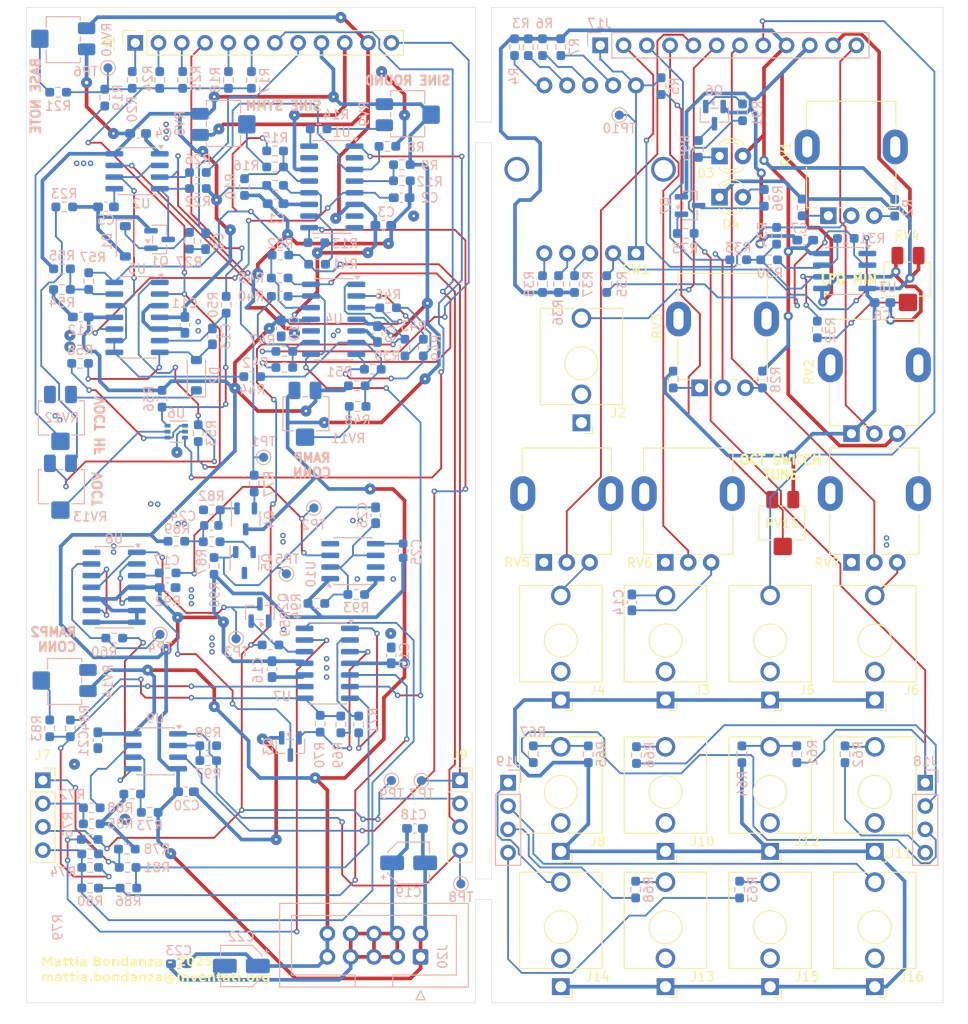
<source format=kicad_pcb>
(kicad_pcb (version 20241229) (generator "pcbnew") (generator_version "9.0")
  (layers (0 "F.Cu" signal) (2 "B.Cu" signal) (13 "F.Paste" user) (15 "B.Paste" user) (5 "F.SilkS" user "F.Silkscreen") (7 "B.SilkS" user "B.Silkscreen") (1 "F.Mask" user) (3 "B.Mask" user) (25 "Edge.Cuts" user))
  (net 0 "")
  (net 1 "Net-(U2-CV)")
  (net 2 "Net-(C6-Pad2)")
  (net 3 "HARD_SYNC")
  (net 4 "-12V")
  (net 5 "Net-(D2-A)")
  (net 6 "Net-(U3B--)")
  (net 7 "Net-(U5B--)")
  (net 8 "Net-(D1-K)")
  (net 9 "Net-(D2-K)")
  (net 10 "RAMP")
  (net 11 "1V{slash}oct")
  (net 12 "PULSE_SUB")
  (net 13 "PULSE_SUB_2")
  (net 14 "Net-(Q1-C)")
  (net 15 "DIVIDER_1_OUT")
  (net 16 "Net-(Q2-S)")
  (net 17 "_DIVIDER_1_OUT")
  (net 18 "Net-(Q3-S)")
  (net 19 "Net-(C14-Pad2)")
  (net 20 "Net-(C14-Pad1)")
  (net 21 "Net-(J4-PadT)")
  (net 22 "Net-(R2-Pad1)")
  (net 23 "Net-(J6-PadT)")
  (net 24 "Net-(J8-PadT)")
  (net 26 "PWM_CV")
  (net 28 "PWM_LEVEL")
  (net 29 "TRIANGLE")
  (net 30 "Net-(J15-PadT)")
  (net 31 "PULSE")
  (net 32 "Net-(U3A--)")
  (net 33 "F_COARSE")
  (net 34 "F_FINE")
  (net 35 "EXP_MOD")
  (net 37 "Net-(R1-Pad2)")
  (net 38 "Net-(R3-Pad1)")
  (net 39 "LIN_MOD")
  (net 40 "Net-(R4-Pad1)")
  (net 41 "Net-(U5C-+)")
  (net 42 "Net-(R6-Pad1)")
  (net 43 "Net-(R7-Pad1)")
  (net 44 "Net-(R14-Pad2)")
  (net 45 "Net-(U5A--)")
  (net 46 "Net-(R14-Pad1)")
  (net 47 "Net-(U1A--)")
  (net 48 "Net-(R11-Pad2)")
  (net 49 "Net-(R16-Pad1)")
  (net 50 "DIVIDER_IN")
  (net 51 "Net-(R19-Pad1)")
  (net 52 "TRIANGLE_SUB")
  (net 53 "Net-(U1C-+)")
  (net 54 "Net-(U1C--)")
  (net 55 "Net-(R23-Pad2)")
  (net 56 "RAMP_SUB")
  (net 57 "Net-(R28-Pad1)")
  (net 58 "DIVIDER_2_OUT")
  (net 59 "SINE")
  (net 60 "BASE NOTE")
  (net 61 "OCTAVE SWITCH")
  (net 62 "I V{slash}oct")
  (net 63 "Net-(R29-Pad2)")
  (net 64 "Net-(R35-Pad1)")
  (net 65 "Net-(R37-Pad1)")
  (net 66 "Net-(U4C--)")
  (net 67 "Net-(U2-THR)")
  (net 68 "Net-(U4B--)")
  (net 69 "-12V_FRONT")
  (net 70 "+12V_FRONT")
  (net 71 "Net-(R30-Pad1)")
  (net 72 "Net-(R36-Pad1)")
  (net 73 "Net-(R38-Pad1)")
  (net 74 "OCTAVE SWITCH FRONT")
  (net 75 "F_FINE_FRONT")
  (net 76 "EXP_MOD_FRONT")
  (net 77 "PWM_CV_FRONT")
  (net 78 "F_COARSE_FRONT")
  (net 79 "LIN_MOD_FRONT")
  (net 80 "HARD_SYNC_FRONT")
  (net 81 "1V{slash}oct_FRONT")
  (net 82 "Net-(R39-Pad2)")
  (net 83 "Net-(U4D-+)")
  (net 84 "Net-(U2-DIS)")
  (net 85 "Net-(U4A--)")
  (net 86 "Net-(U5D--)")
  (net 87 "Net-(R48-Pad2)")
  (net 88 "Net-(R53-Pad2)")
  (net 89 "LFO ZERO")
  (net 90 "Net-(R58-Pad2)")
  (net 91 "Net-(U9B-+)")
  (net 92 "Net-(R69-Pad1)")
  (net 93 "Net-(U7A--)")
  (net 94 "Net-(U7B-+)")
  (net 99 "Net-(U7D--)")
  (net 100 "Net-(U9B--)")
  (net 101 "Net-(U7C--)")
  (net 102 "Net-(J10-PadT)")
  (net 104 "Net-(R83-Pad1)")
  (net 105 "Net-(RV13-Pad2)")
  (net 107 "Net-(J12-PadT)")
  (net 112 "Net-(J11-PadT)")
  (net 115 "Net-(J13-PadT)")
  (net 116 "PULSE_SUB_FRONT")
  (net 117 "PULSE_SUB_2_FRONT")
  (net 118 "PULSE_FRONT")
  (net 119 "RAMP_FRONT")
  (net 120 "TRIANGLE_FRONT")
  (net 121 "SINE_FRONT")
  (net 122 "RAMP_SUB_FRONT")
  (net 123 "TRIANGLE_SUB_FRONT")
  (net 124 "GND1")
  (net 125 "PWM_LEV_IN")
  (net 126 "PWM_LEV_IN_FRONT")
  (net 129 "Net-(U8B-D)")
  (net 130 "+12V")
  (net 131 "Net-(R72-Pad1)")
  (net 132 "Net-(R81-Pad1)")
  (net 133 "Net-(Q4-E)")
  (net 134 "Net-(C24-Pad2)")
  (net 135 "Net-(U10-CV)")
  (net 136 "Net-(U10-THR)")
  (net 137 "Net-(Q4-B)")
  (net 138 "CORE_CLOCK")
  (net 139 "Net-(U10-Q)")
  (net 141 "Net-(Q5-E)")
  (net 142 "Net-(Q5-B)")
  (net 143 "Net-(R5-Pad1)")
  (net 144 "Net-(D3-K)")
  (net 145 "Net-(D4-A)")
  (net 146 "Net-(Q6-B)")
  (net 147 "Net-(Q6-C)")
  (net 148 "Net-(Q7-B)")
  (net 149 "Net-(Q7-C)")
  (net 150 "Net-(U9A-+)")
  (net 151 "Net-(U9A--)")
  (footprint "Eurorack:Jack_3.5mm_QingPu_WQP-PJ398SM_Vertical_CircularHoles" (layer "F.Cu") (at 186.05 113.25 180)
    (property "Reference" "J6")
    (property "Value" "PWM_CV")
  )
  (footprint "Eurorack:Jack_3.5mm_QingPu_WQP-PJ398SM_Vertical_CircularHoles" (layer "F.Cu") (at 163.216666 113.25 180)
    (property "Reference" "J3")
    (property "Value" "LIN_MOD")
  )
  (footprint "Eurorack:Potentiometer_Alpha_RD901F-40-00D_Single_Vertical" (layer "F.Cu") (at 183.5 84.22 90)
    (property "Reference" "RV2")
    (property "Value" "AlphaPot")
  )
  (footprint "Eurorack:Jack_3.5mm_QingPu_WQP-PJ398SM_Vertical_CircularHoles" (layer "F.Cu") (at 154.05 83.03 180)
    (property "Reference" "J2")
    (property "Value" "1V/oct")
  )
  (footprint "Eurorack:Potentiometer_Alpha_RD901F-40-00D_Single_Vertical" (layer "F.Cu") (at 163.2 98.25 90)
    (property "Reference" "RV6")
    (property "Value" "100k")
  )
  (footprint "Eurorack:Jack_3.5mm_QingPu_WQP-PJ398SM_Vertical_CircularHoles" (layer "F.Cu") (at 163.216666 129.75 180)
    (property "Reference" "J10")
    (property "Value" "RAMP")
  )
  (footprint "Eurorack:Jack_3.5mm_QingPu_WQP-PJ398SM_Vertical_CircularHoles" (layer "F.Cu") (at 174.633332 129.75 180)
    (property "Reference" "J12")
    (property "Value" "TRIANGLE")
  )
  (footprint "Eurorack:Jack_3.5mm_QingPu_WQP-PJ398SM_Vertical_CircularHoles" (layer "F.Cu") (at 151.8 129.75 180)
    (property "Reference" "J8")
    (property "Value" "PULSE")
  )
  (footprint "Potentiometer_SMD:Potentiometer_Bourns_3214X_Vertical" (layer "F.Cu") (at 189.67 67.36)
    (property "Reference" "RV4")
    (property "Value" "100k")
  )
  (footprint "Eurorack:Jack_3.5mm_QingPu_WQP-PJ398SM_Vertical_CircularHoles" (layer "F.Cu") (at 186.05 129.75 180)
    (property "Reference" "J11")
    (property "Value" "SINE")
  )
  (footprint "Eurorack:Jack_3.5mm_QingPu_WQP-PJ398SM_Vertical_CircularHoles" (layer "F.Cu") (at 163.216666 144.499999 180)
    (property "Reference" "J13")
    (property "Value" "RAMP SUB")
  )
  (footprint "Eurorack:Potentiometer_Alpha_RD901F-40-00D_Single_Vertical" (layer "F.Cu") (at 183.5 98.25 90)
    (property "Reference" "RV7")
    (property "Value" "100k")
  )
  (footprint "Eurorack:LED_D3.0mm" (layer "F.Cu") (at 169.11 58.44)
    (property "Reference" "D4")
    (property "Value" "LED")
  )
  (footprint "Eurorack:Jack_3.5mm_QingPu_WQP-PJ398SM_Vertical_CircularHoles" (layer "F.Cu") (at 151.8 144.499999 180)
    (property "Reference" "J14")
    (property "Value" "PULSE SUB")
  )
  (footprint "Eurorack:Potentiometer_Alpha_RD901F-40-00D_Single_Vertical" (layer "F.Cu") (at 149.95 98.25 90)
    (property "Reference" "RV5")
    (property "Value" "100k")
  )
  (footprint "Eurorack:Jack_3.5mm_QingPu_WQP-PJ398SM_Vertical_CircularHoles" (layer "F.Cu") (at 151.8 113.25 180)
    (property "Reference" "J4")
    (property "Value" "EXP_MOD")
  )
  (footprint "Connector_PinSocket_2.54mm:PinSocket_1x04_P2.54mm_Vertical" (layer "F.Cu") (at 140.8 122)
    (property "Reference" "J9")
    (property "Value" "Conn_01x04")
  )
  (footprint "Eurorack:TH_rot_switch" (layer "F.Cu") (at 160 64.55)
    (property "Reference" "SW1")
    (property "Value" "~" (hide yes))
  )
  (footprint "Potentiometer_SMD:Potentiometer_Bourns_3214X_Vertical" (layer "F.Cu") (at 176.01 93.96)
    (property "Reference" "RV15")
    (property "Value" "5k")
  )
  (footprint "Connector_PinSocket_2.54mm:PinSocket_1x04_P2.54mm_Vertical" (layer "F.Cu") (at 95.3 122)
    (property "Reference" "J7")
    (property "Value" "Conn_01x04")
  )
  (footprint "Eurorack:Jack_3.5mm_QingPu_WQP-PJ398SM_Vertical_CircularHoles" (layer "F.Cu") (at 174.633332 144.499999 180)
    (property "Reference" "J15")
    (property "Value" "TRIANGLE SUB")
  )
  (footprint "Connector_PinSocket_2.54mm:PinSocket_1x12_P2.54mm_Vertical" (layer "F.Cu") (at 105.375 41.62 90)
    (property "Reference" "J1")
    (property "Value" "Conn_01x12")
  )
  (footprint "Eurorack:Jack_3.5mm_QingPu_WQP-PJ398SM_Vertical_CircularHoles" (layer "F.Cu") (at 174.633332 113.25 180)
    (property "Reference" "J5")
    (property "Value" "HARD_SYNC")
  )
  (footprint "Eurorack:Jack_3.5mm_QingPu_WQP-PJ398SM_Vertical_CircularHoles" (layer "F.Cu") (at 186.05 144.499999 180)
    (property "Reference" "J16")
    (property "Value" "PULSE SUB 2")
  )
  (footprint "Eurorack:LED_D3.0mm" (layer "F.Cu") (at 169.12 53.95)
    (property "Reference" "D3")
    (property "Value" "LED")
  )
  (footprint "Eurorack:Potentiometer_Alpha_RD901F-40-00D_Single_Vertical" (layer "F.Cu") (at 166.94 79.22 90)
    (property "Reference" "RV3")
    (property "Value" "10k")
  )
  (footprint "Eurorack:Potentiometer_Alpha_RD901F-40-00D_Single_Vertical" (layer "F.Cu") (at 180.98 60.46 90)
    (property "Reference" "RV1")
    (property "Value" "10k")
  )
  (footprint "Capacitor_SMD:C_0603_1608Metric_Pad1.08x0.95mm_HandSolder" (layer "B.Cu") (at 110.9125 123.25 180)
    (property "Reference" "C20")
    (property "Value" "100n")
  )
  (footprint "Eurorack:TestPoint_Pad_D1.0mm" (layer "B.Cu") (at 121.875 99.5)
    (property "Reference" "TP5")
    (property "Value" "TestPoint")
  )
  (footprint "Eurorack:TestPoint_Pad_D1.0mm" (layer "B.Cu") (at 136.6 122.04)
    (property "Reference" "TP7")
    (property "Value" "TestPoint")
  )
  (footprint "Capacitor_SMD:C_0603_1608Metric_Pad1.08x0.95mm_HandSolder" (layer "B.Cu") (at 186.8875 69.93 180)
    (property "Reference" "C8")
    (property "Value" "100n")
  )
  (footprint "Resistor_SMD:R_0603_1608Metric_Pad0.98x0.95mm_HandSolder" (layer "B.Cu") (at 129.75 115.9125 -90)
    (property "Reference" "R71")
    (property "Value" "100k")
  )
  (footprint "Resistor_SMD:R_0603_1608Metric_Pad0.98x0.95mm_HandSolder" (layer "B.Cu") (at 129.4875 101.75)
    (property "Reference" "R93")
    (property "Value" "100k")
  )
  (footprint "Connector_PinHeader_2.54mm:PinHeader_1x04_P2.54mm_Vertical" (layer "B.Cu") (at 191.55 122.27 180)
    (property "Reference" "J18")
    (property "Value" "Conn_01x04")
  )
  (footprint "Resistor_SMD:R_0603_1608Metric_Pad0.98x0.95mm_HandSolder" (layer "B.Cu") (at 100.4125 128.45 180)
    (property "Reference" "R76")
    (property "Value" "100k")
  )
  (footprint "Resistor_SMD:R_0603_1608Metric_Pad0.98x0.95mm_HandSolder" (layer "B.Cu") (at 149.8 42.0875 90)
    (property "Reference" "R6")
    (property "Value" "7.15k")
  )
  (footprint "Potentiometer_SMD:Potentiometer_Bourns_3214X_Vertical" (layer "B.Cu") (at 123.9 82.05 180)
    (property "Reference" "RV11")
    (property "Value" "100k")
  )
  (footprint "Resistor_SMD:R_0603_1608Metric_Pad0.98x0.95mm_HandSolder" (layer "B.Cu") (at 165.4275 62.39 180)
    (property "Reference" "R75")
    (property "Value" "10k")
  )
  (footprint "Resistor_SMD:R_0603_1608Metric_Pad0.98x0.95mm_HandSolder" (layer "B.Cu") (at 110.55 45.6625 -90)
    (property "Reference" "R25")
    (property "Value" "100k")
  )
  (footprint "Potentiometer_SMD:Potentiometer_Bourns_3214X_Vertical" (layer "B.Cu") (at 97.22 90 180)
    (property "Reference" "RV13")
    (property "Value" "100R")
  )
  (footprint "Resistor_SMD:R_0603_1608Metric_Pad0.98x0.95mm_HandSolder" (layer "B.Cu") (at 149.8 67.9125 -90)
    (property "Reference" "R38")
    (property "Value" "11.8k")
  )
  (footprint "Resistor_SMD:R_0603_1608Metric_Pad0.98x0.95mm_HandSolder" (layer "B.Cu") (at 162.75 46.3375 90)
    (property "Reference" "R5")
    (property "Value" "7.15k")
  )
  (footprint "Resistor_SMD:R_0603_1608Metric_Pad0.98x0.95mm_HandSolder" (layer "B.Cu") (at 113.975 98.6375 90)
    (property "Reference" "R90")
    (property "Value" "10k")
  )
  (footprint "Resistor_SMD:R_0603_1608Metric_Pad0.98x0.95mm_HandSolder" (layer "B.Cu") (at 127.8 115.9125 -90)
    (property "Reference" "R69")
    (property "Value" "100k")
  )
  (footprint "Resistor_SMD:R_0603_1608Metric_Pad0.98x0.95mm_HandSolder" (layer "B.Cu") (at 108.3 80.4125 -90)
    (property "Reference" "R56")
    (property "Value" "1.5M")
  )
  (footprint "Capacitor_SMD:CP_Elec_4x5.8" (layer "B.Cu") (at 116.95 142.25 180)
    (property "Reference" "C22")
    (property "Value" "10u")
  )
  (footprint "Capacitor_SMD:C_0603_1608Metric" (layer "B.Cu") (at 113.675 94.225 180)
    (property "Reference" "C24")
    (property "Value" "1n")
  )
  (footprint "Resistor_SMD:R_0603_1608Metric_Pad0.98x0.95mm_HandSolder" (layer "B.Cu") (at 100.4625 130.025 180)
    (property "Reference" "R79")
    (property "Value" "100k")
  )
  (footprint "Resistor_SMD:R_0603_1608Metric_Pad0.98x0.95mm_HandSolder" (layer "B.Cu") (at 174 58.5125 -90)
    (property "Reference" "R96")
    (property "Value" "1k")
  )
  (footprint "Resistor_SMD:R_0603_1608Metric_Pad0.98x0.95mm_HandSolder" (layer "B.Cu") (at 100.4625 133.75)
    (property "Reference" "R80")
    (property "Value" "2.2k")
  )
  (footprint "Resistor_SMD:R_0603_1608Metric_Pad0.98x0.95mm_HandSolder" (layer "B.Cu") (at 129.55 79)
    (property "Reference" "R51")
    (property "Value" "150k")
  )
  (footprint "Resistor_SMD:R_0603_1608Metric_Pad0.98x0.95mm_HandSolder" (layer "B.Cu") (at 97.3875 66.25 180)
    (property "Reference" "R55")
    (property "Value" "10k")
  )
  (footprint "Resistor_SMD:R_0603_1608Metric_Pad0.98x0.95mm_HandSolder" (layer "B.Cu") (at 125.55 115.8375 -90)
    (property "Reference" "R70")
    (property "Value" "100k")
  )
  (footprint "Capacitor_SMD:C_0603_1608Metric_Pad1.08x0.95mm_HandSolder" (layer "B.Cu") (at 133.3 108.3875 90)
    (property "Reference" "C15")
    (property "Value" "100n")
  )
  (footprint "Resistor_SMD:R_0603_1608Metric_Pad0.98x0.95mm_HandSolder" (layer "B.Cu") (at 134.4625 56.65)
    (property "Reference" "R12")
    (property "Value" "1.5k")
  )
  (footprint "Resistor_SMD:R_0603_1608Metric_Pad0.98x0.95mm_HandSolder" (layer "B.Cu") (at 113.3375 118.23 180)
    (property "Reference" "R98")
    (property "Value" "100k")
  )
  (footprint "Resistor_SMD:R_0603_1608Metric_Pad0.98x0.95mm_HandSolder" (layer "B.Cu") (at 129.6375 81.25 180)
    (property "Reference" "R48")
    (property "Value" "1M")
  )
  (footprint "Resistor_SMD:R_0603_1608Metric_Pad0.98x0.95mm_HandSolder" (layer "B.Cu") (at 105.05 123.5)
    (property "Reference" "R88")
    (property "Value" "100k")
  )
  (footprint "Package_SO:SOIC-8_3.9x4.9mm_P1.27mm" (layer "B.Cu") (at 182.765 66.485 180)
    (property "Reference" "U3")
    (property "Value" "TL072")
  )
  (footprint "Resistor_SMD:R_0603_1608Metric_Pad0.98x0.95mm_HandSolder" (layer "B.Cu") (at 112.2125 57.5)
    (property "Reference" "R22")
    (property "Value" "4.7k")
  )
  (footprint "Resistor_SMD:R_0603_1608Metric_Pad0.98x0.95mm_HandSolder" (layer "B.Cu") (at 112.25 84.1625 90)
    (property "Reference" "R53")
    (property "Value" "2k +3500ppm/K")
  )
  (footprint "Resistor_SMD:R_0603_1608Metric_Pad0.98x0.95mm_HandSolder" (layer "B.Cu") (at 174.5225 65.27 180)
    (property "Reference" "R30")
    (property "Value" "200k")
  )
  (footprint "Eurorack:TestPoint_Pad_D1.0mm" (layer "B.Cu") (at 119.375 86.8)
    (property "Reference" "TP1")
    (property "Value" "TestPoint")
  )
  (footprint "Capacitor_SMD:C_0603_1608Metric_Pad1.08x0.95mm_HandSolder" (layer "B.Cu") (at 159.55 102.6125 -90)
    (property "Reference" "C14")
    (property "Value" "220n")
  )
  (footprint "Capacitor_SMD:C_0603_1608Metric_Pad1.08x0.95mm_HandSolder" (layer "B.Cu") (at 108.9125 101 180)
    (property "Reference" "C17")
    (property "Value" "100n")
  )
  (footprint "Resistor_SMD:R_0603_1608Metric_Pad0.98x0.95mm_HandSolder" (layer "B.Cu") (at 117.3 57.3375 90)
    (property "Reference" "R10")
    (property "Value" "390R")
  )
  (footprint "Resistor_SMD:R_0603_1608Metric_Pad0.98x0.95mm_HandSolder" (layer "B.Cu") (at 125.1375 63.4)
    (property "Reference" "R13")
    (property "Value" "5.6k")
  )
  (footprint "Connector_IDC:IDC-Header_2x05_P2.54mm_Vertical" (layer "B.Cu") (at 136.5 141.25 90)
    (property "Reference" "J20")
    (property "Value" "Conn_02x05_Odd_Even")
  )
  (footprint "Resistor_SMD:R_0603_1608Metric_Pad0.98x0.95mm_HandSolder" (layer "B.Cu") (at 102.05 47.5875 90)
    (property "Reference" "R19")
    (property "Value" "1M")
  )
  (footprint "Capacitor_SMD:C_0603_1608Metric_Pad1.08x0.95mm_HandSolder" (layer "B.Cu") (at 131.8 73.3625 90)
    (property "Reference" "C9")
    (property "Value" "100n")
  )
  (footprint "Resistor_SMD:R_0603_1608Metric_Pad0.98x0.95mm_HandSolder" (layer "B.Cu") (at 177.55 119.1625 -90)
    (property "Reference" "R61")
    (property "Value" "1k")
  )
  (footprint "Resistor_SMD:R_0603_1608Metric_Pad0.98x0.95mm_HandSolder" (layer "B.Cu") (at 96.05 116.3375 -90)
    (property "Reference" "R83")
    (property "Value" "100k")
  )
  (footprint "Resistor_SMD:R_0603_1608Metric_Pad0.98x0.95mm_HandSolder" (layer "B.Cu") (at 164.06 78.3175 -90)
    (property "Reference" "R29" (hide yes))
    (property "Value" "237k")
  )
  (footprint "Resistor_SMD:R_0603_1608Metric_Pad0.98x0.95mm_HandSolder" (layer "B.Cu") (at 97.3875 68.5)
    (property "Reference" "R54")
    (property "Value" "20k")
  )
  (footprint "Resistor_SMD:R_0603_1608Metric_Pad0.98x0.95mm_HandSolder" (layer "B.Cu") (at 120.1375 107.25)
    (property "Reference" "R59")
    (property "Value" "100k")
  )
  (footprint "Resistor_SMD:R_0603_1608Metric_Pad0.98x0.95mm_HandSolder" (layer "B.Cu") (at 109.8625 95.95)
    (property "Reference" "R89")
    (property "Value" "10k")
  )
  (footprint "Resistor_SMD:R_0603_1608Metric_Pad0.98x0.95mm_HandSolder" (layer "B.Cu") (at 136.8 74.8375 90)
    (property "Reference" "R49")
    (property "Value" "10k")
  )
  (footprint "Package_SO:SOIC-14_3.9x8.7mm_P1.27mm" (layer "B.Cu") (at 126.325 109.25 180)
    (property "Reference" "U7")
    (property "Value" "TL074")
  )
  (footprint "Package_SO:SOIC-8_3.9x4.9mm_P1.27mm" (layer "B.Cu") (at 107.575 118.845 180)
    (property "Reference" "U9")
    (property "Value" "TL072")
  )
  (footprint "Resistor_SMD:R_0603_1608Metric_Pad0.98x0.95mm_HandSolder" (layer "B.Cu") (at 188.22 59.5925 90)
    (property "Reference" "R2")
    (property "Value" "25k")
  )
  (footprint "Resistor_SMD:R_0603_1608Metric_Pad0.98x0.95mm_HandSolder" (layer "B.Cu") (at 125.1375 102.725)
    (property "Reference" "R94")
    (property "Value" "47k")
  )
  (footprint "Resistor_SMD:R_0603_1608Metric_Pad0.98x0.95mm_HandSolder" (layer "B.Cu") (at 121.2125 64.75 180)
    (property "Reference" "R52")
    (property "Value" "2.2k")
  )
  (footprint "Resistor_SMD:R_0603_1608Metric_Pad0.98x0.95mm_HandSolder" (layer "B.Cu") (at 171.62 49.1875 -90)
    (property "Reference" "R91")
    (property "Value" "10k")
  )
  (footprint "Resistor_SMD:R_0603_1608Metric_Pad0.98x0.95mm_HandSolder" (layer "B.Cu") (at 106.9625 125.5)
    (property "Reference" "R73")
    (property "Value" "100k")
  )
  (footprint "Resistor_SMD:R_0603_1608Metric_Pad0.98x0.95mm_HandSolder" (layer "B.Cu") (at 166.81 53.18 90)
    (property "Reference" "R95")
    (property "Value" "1k")
  )
  (footprint "Resistor_SMD:R_0603_1608Metric_Pad0.98x0.95mm_HandSolder" (layer "B.Cu") (at 146.75 42.0875 90)
    (property "Reference" "R4")
    (property "Value" "10.0k")
  )
  (footprint "Resistor_SMD:R_0603_1608Metric_Pad0.98x0.95mm_HandSolder" (layer "B.Cu") (at 154.8 119.1625 90)
    (property "Reference" "R65")
    (property "Value" "1k")
  )
  (footprint "Capacitor_SMD:C_0603_1608Metric_Pad1.08x0.95mm_HandSolder" (layer "B.Cu") (at 178.46 63.12 180)
    (property "Reference" "C7")
    (property "Value" "100n")
  )
  (footprint "Capacitor_SMD:C_0603_1608Metric_Pad1.08x0.95mm_HandSolder" (layer "B.Cu") (at 102.1875 59.5)
    (property "Reference" "C5")
    (property "Value" "1n")
  )
  (footprint "Resistor_SMD:R_0603_1608Metric_Pad0.98x0.95mm_HandSolder" (layer "B.Cu") (at 113.3425 119.86)
    (property "Reference" "R97")
    (property "Value" "100k")
  )
  (footprint "Resistor_SMD:R_0603_1608Metric_Pad0.98x0.95mm_HandSolder" (layer "B.Cu") (at 175.34 62.6475 90)
    (property "Reference" "R34")
    (property "Value" "100k")
  )
  (footprint "Capacitor_SMD:C_0603_1608Metric_Pad1.08x0.95mm_HandSolder" (layer "B.Cu") (at 113.8 73.6125 90)
    (property "Reference" "C13")
    (property "Value" "100p")
  )
  (footprint "Capacitor_SMD:C_0603_1608Metric_Pad1.08x0.95mm_HandSolder" (layer "B.Cu") (at 121.3 72.75 90)
    (property "Reference" "C10")
    (property "Value" "100n")
  )
  (footprint "Capacitor_SMD:C_0603_1608Metric_Pad1.08x0.95mm_HandSolder" (layer "B.Cu") (at 135.8875 127.25)
    (property "Reference" "C18")
    (property "Value" "100n")
  )
  (footprint "Resistor_SMD:R_0603_1608Metric_Pad0.98x0.95mm_HandSolder" (layer "B.Cu") (at 120.6375 53.4 180)
    (property "Reference" "R15")
    (property "Value" "100k")
  )
  (footprint "Resistor_SMD:R_0603_1608Metric_Pad0.98x0.95mm_HandSolder" (layer "B.Cu") (at 115.3 70.1625 -90)
    (property "Reference" "R50")
    (property "Value" "1M")
  )
  (footprint "Resistor_SMD:R_0603_1608Metric_Pad0.98x0.95mm_HandSolder" (layer "B.Cu") (at 100.4625 131.5)
    (property "Reference" "R74")
    (property "Value" "100k")
  )
  (footprint "Resistor_SMD:R_0603_1608Metric_Pad0.98x0.95mm_HandSolder" (layer "B.Cu") (at 108.05 45.6625 -90)
    (property "Reference" "R24")
    (property "Value" "100k")
  )
  (footprint "Package_SO:SOIC-14_3.9x8.7mm_P1.27mm" (layer "B.Cu") (at 105.575 71.54 180)
    (property "Reference" "U5")
    (property "Value" "TL074")
  )
  (footprint "Package_TO_SOT_SMD:SOT-23" (layer "B.Cu") (at 108.0375 63.05)
    (property "Reference" "Q1")
    (property "Value" "MMBT3904")
  )
  (footprint "Resistor_SMD:R_0603_1608Metric_Pad0.98x0.95mm_HandSolder" (layer "B.Cu") (at 112.2125 55.75 180)
    (property "Reference" "R26")
    (property "Value" "4.7k")
  )
  (footprint "Resistor_SMD:R_0603_1608Metric_Pad0.98x0.95mm_HandSolder" (layer "B.Cu") (at 156.8 67.9125 -90)
    (property "Reference" "R35")
    (property "Value" "10k")
  )
  (footprint "Capacitor_SMD:C_0603_1608Metric_Pad1.08x0.95mm_HandSolder" (layer "B.Cu") (at 120.6875 59.15 180)
    (property "Reference" "C1")
    (property "Value" "100n")
  )
  (footprint "Resistor_SMD:R_0603_1608Metric_Pad0.98x0.95mm_HandSolder" (layer "B.Cu") (at 171.3 133.9125 90)
    (property "Reference" "R63")
    (property "Value" "1k")
  )
  (footprint "Resistor_SMD:R_0603_1608Metric_Pad0.98x0.95mm_HandSolder" (layer "B.Cu") (at 173.8 78.3175 90)
    (property "Reference" "R28")
    (property "Value" "237k")
  )
  (footprint "Resistor_SMD:R_0603_1608Metric_Pad0.98x0.95mm_HandSolder" (layer "B.Cu") (at 111.3 63.1875 90)
    (property "Reference" "R27")
    (property "Value" "100k")
  )
  (footprint "Resistor_SMD:R_0603_1608Metric_Pad0.98x0.95mm_HandSolder" (layer "B.Cu") (at 118.05 45.6625 -90)
    (property "Reference" "R17")
    (property "Value" "100k")
  )
  (footprint "Resistor_SMD:R_0603_1608Metric_Pad0.98x0.95mm_HandSolder" (layer "B.Cu") (at 99.3625 76.555 180)
    (property "Reference" "R58")
    (property "Value" "22k")
  )
  (footprint "Eurorack:TestPoint_Pad_D1.0mm" (layer "B.Cu") (at 140.9 133.29)
    (property "Reference" "TP8")
    (property "Value" "TestPoint")
  )
  (footprint "Resistor_SMD:R_0603_1608Metric_Pad0.98x0.95mm_HandSolder" (layer "B.Cu") (at 118.35 89.6625 -90)
    (property "Reference" "R77")
    (property "Value" "10k" (hide yes))
  )
  (footprint "Package_TO_SOT_SMD:SOT-23" (layer "B.Cu") (at 165.8975 59.35)
    (property "Reference" "Q7")
    (property "Value" "MMBT3906")
  )
  (footprint "Eurorack:TestPoint_Pad_D1.0mm" (layer "B.Cu") (at 108.075 106.1)
    (property "Reference" "TP4")
    (property "Value" "TestPoint")
  )
  (footprint "Resistor_SMD:R_0603_1608Metric_Pad0.98x0.95mm_HandSolder" (layer "B.Cu") (at 134.8 74.8375 90)
    (property "Reference" "R43")
    (property "Value" "10k")
  )
  (footprint "Resistor_SMD:R_0603_1608Metric_Pad0.98x0.95mm_HandSolder" (layer "B.Cu") (at 103.0875 106.5 180)
    (property "Reference" "R60")
    (property "Value" "100k")
  )
  (footprint "Potentiometer_SMD:Potentiometer_Bourns_3214X_Vertical" (layer "B.Cu") (at 115 50.5 -90)
    (property "Reference" "RV8")
    (property "Value" "100k")
  )
  (footprint "Resistor_SMD:R_0603_1608Metric_Pad0.98x0.95mm_HandSolder" (layer "B.Cu") (at 151.55 67.9125 -90)
    (property "Reference" "R36")
    (property "Value" "14.0k")
  )
  (footprint "Capacitor_SMD:C_0603_1608Metric_Pad1.08x0.95mm_HandSolder" (layer "B.Cu") (at 113.05 63.2375 -90)
    (property "Reference" "C6")
    (property "Value" "470p")
  )
  (footprint "Capacitor_SMD:C_0603_1608Metric" (layer "B.Cu") (at 134.6 96.975 90)
    (property "Reference" "C25")
    (property "Value" "10n")
  )
  (footprint "Eurorack:TestPoint_Pad_D1.0mm" (layer "B.Cu") (at 133.325 122.025)
    (property "Reference" "TP9")
    (property "Value" "TestPoint")
  )
  (footprint "Capacitor_SMD:C_0603_1608Metric_Pad1.08x0.95mm_HandSolder" (layer "B.Cu") (at 134.4375 58.5)
    (property "Reference" "C2")
    (property "Value" "2200pF C0G/NP0")
  )
  (footprint "Resistor_SMD:R_0603_1608Metric_Pad0.98x0.95mm_HandSolder" (layer "B.Cu") (at 134.4625 54.9 180)
    (property "Reference" "R9")
    (property "Value" "10k")
  )
  (footprint "Resistor_SMD:R_0603_1608Metric_Pad0.98x0.95mm_HandSolder" (layer "B.Cu") (at 132.8875 52.9)
    (property "Reference" "R8")
    (property "Value" "1.5k")
  )
  (footprint "Resistor_SMD:R_0603_1608Metric_Pad0.98x0.95mm_HandSolder" (layer "B.Cu") (at 115.55 45.6625 -90)
    (property "Reference" "R18")
    (property "Value" "100k")
  )
  (footprint "Resistor_SMD:R_0603_1608Metric_Pad0.98x0.95mm_HandSolder" (layer "B.Cu") (at 113.7375 92.525)
    (property "Reference" "R82")
    (property "Value" "10k")
  )
  (footprint "Package_TO_SOT_SMD:SOT-23" (layer "B.Cu") (at 168.56 49.5 -90)
    (property "Reference" "Q6")
    (property "Value" "MMBT3904")
  )
  (footprint "Capacitor_SMD:C_0603_1608Metric_Pad1.08x0.95mm_HandSolder" (layer "B.Cu") (at 110.8 72.3625 -90)
    (property "Reference" "C11")
    (property "Value" "100n")
  )
  (footprint "Capacitor_SMD:CP_Elec_4x5.8" (layer "B.Cu") (at 135.2 131)
    (property "Reference" "C19")
    (property "Value" "10u")
  )
  (footprint "Resistor_SMD:R_0603_1608Metric_Pad0.98x0.95mm_HandSolder" (layer "B.Cu") (at 105.05 45.6625 90)
    (property "Reference" "R20")
    (property "Value" "100k")
  )
  (footprint "Package_SO:SOIC-16_3.9x9.9mm_P1.27mm" (layer "B.Cu") (at 126.825 57.325 180)
    (property "Reference" "U1")
    (property "Value" "LM13700")
  )
  (footprint "Capacitor_SMD:C_0603_1608Metric_Pad1.08x0.95mm_HandSolder" (layer "B.Cu") (at 101.3 117.6375 -90)
    (property "Reference" "C21")
    (property "Value" "100n")
  )
  (footprint "Diode_SMD:D_SOD-123" (layer "B.Cu") (at 112.05 77.85 90)
    (property "Reference" "D2")
    (property "Value" "1N4148W")
  )
  (footprint "Resistor_SMD:R_0603_1608Metric_Pad0.98x0.95mm_HandSolder" (layer "B.Cu") (at 120.6375 55.15)
    (property "Reference" "R16")
    (property "Value" "1M")
  )
  (footprint "Resistor_SMD:R_0603_1608Metric_Pad0.98x0.95mm_HandSolder" (layer "B.Cu") (at 151.8 42.0875 90)
    (property "Reference" "R7")
    (property "Value" "6.04k")
  )
  (footprint "Resistor_SMD:R_0603_1608Metric_Pad0.98x0.95mm_HandSolder" (layer "B.Cu") (at 182.8825 62.94 180)
    (property "Reference" "R31")
    (property "Value" "10k")
  )
  (footprint "Potentiometer_SMD:Potentiometer_Bourns_3214X_Vertical" (layer "B.Cu") (at 135.1 49.45 -90)
    (property "Reference" "RV9")
    (property "Value" "25k")
  )
  (footprint "Resistor_SMD:R_0603_1608Metric_Pad0.98x0.95mm_HandSolder" (layer "B.Cu") (at 104.6375 133.75)
    (property "Reference" "R86")
    (property "Value" "2.2M")
  )
  (footprint "Capacitor_SMD:C_0603_1608Metric_Pad1.08x0.95mm_HandSolder" (layer "B.Cu") (at 105.6875 51.5)
    (property "Reference" "C4")
    (property "Value" "100n")
  )
  (footprint "Capacitor_SMD:C_0603_1608Metric_Pad1.08x0.95mm_HandSolder" (layer "B.Cu") (at 132.4375 61.5 180)
    (property "Reference" "C3")
    (property "Value" "100n")
  )
  (footprint "Resistor_SMD:R_0603_1608Metric_Pad0.98x0.95mm_HandSolder" (layer "B.Cu") (at 125.3875 51 180)
    (property "Reference" "R14")
    (property "Value" "22k")
  )
  (footprint "Package_SO:SOIC-14_3.9x8.7mm_P1.27mm" (layer "B.Cu") (at 103.075 100.96 180)
    (property "Reference" "U8")
    (property "Value" "4013")
  )
  (footprint "Eurorack:TestPoint_Pad_D1.0mm" (layer "B.Cu") (at 102.4 44.35)
    (property "Reference" "TP6")
    (property "Value" "TestPoint")
  )
  (footprint "Eurorack:SOT-23-3_npn" (layer "B.Cu") (at 117.29 98.2625 90)
    (property "Reference" "Q5")
    (property "Value" "MMBT3904")
  )
  (footprint "Resistor_SMD:R_0603_1608Metric_Pad0.98x0.95mm_HandSolder" (layer "B.Cu") (at 96.9625 47 180)
    (property "Reference" "R21")
    (property "Value" "100k")
  )
  (footprint "Resistor_SMD:R_0603_1608Metric_Pad0.98x0.95mm_HandSolder" (layer "B.Cu") (at 148.25 42.0875 90)
    (property "Reference" "R3")
    (property "Value" "8.45k")
  )
  (footprint "Resistor_SMD:R_0603_1608Metric_Pad0.98x0.95mm_HandSolder" (layer "B.Cu") (at 121.6375 75.25)
    (property "Reference" "R47")
    (property "Value" "330k")
  )
  (footprint "Package_SO:SOIC-8_3.9x4.9mm_P1.27mm" (layer "B.Cu") (at 105.575 55.615 180)
    (property "Reference" "U2")
    (property "Value" "ICM7555xB")
  )
  (footprint "Resistor_SMD:R_0603_1608Metric_Pad0.98x0.95mm_HandSolder" (layer "B.Cu") (at 182.8 119.1625 90)
    (property "Reference" "R62")
    (property "Value" "1k")
  )
  (footprint "Resistor_SMD:R_0603_1608Metric_Pad0.98x0.95mm_HandSolder" (layer "B.Cu") (at 113.7125 96)
    (property "Reference" "R87")
    (property "Value" "10k")
  )
  (footprint "Potentiometer_SMD:Potentiometer_Bourns_3214X_Vertical" (layer "B.Cu") (at 97.675 111.125 90)
    (property "Reference" "RV14")
    (property "Value" "100k")
  )
  (footprint "Resistor_SMD:R_0603_1608Metric_Pad0.98x0.95mm_HandSolder" (layer "B.Cu") (at 120.6375 57.15)
    (property "Reference" "R11" (hide yes))
    (property "Value" "300k")
  )
  (footprint "Resistor_SMD:R_0603_1608Metric_Pad0.98x0.95mm_HandSolder" (layer "B.Cu") (at 100.6375 126.75)
    (property "Reference" "R85")
    (property "Value" "2.2k")
  )
  (footprint "Resistor_SMD:R_0603_1608Metric_Pad0.98x0.95mm_HandSolder" (layer "B.Cu") (at 159.9625 133.9125 90)
    (property "Reference" "R68")
    (property "Value" "1k")
  )
  (footprint "Resistor_SMD:R_0603_1608Metric_Pad0.98x0.95mm_HandSolder" (layer "B.Cu") (at 98.3 116.3375 90)
    (property "Reference" "R84")
    (property "Value" "51k")
  )
  (footprint "Resistor_SMD:R_0603_1608Metric_Pad0.98x0.95mm_HandSolder" (layer "B.Cu") (at 171.55 119.1625 90)
    (property "Reference" "R64")
    (property "Value" "1k")
  )
  (footprint "Resistor_SMD:R_0603_1608Metric_Pad0.98x0.95mm_HandSolder" (layer "B.Cu") (at 132.9625 70.5 180)
    (property "Reference" "R46")
    (property "Value" "10k")
  )
  (footprint "Eurorack:SOT-363_SC-70-6" (layer "B.Cu") (at 109.85 84 180)
    (property "Reference" "U6")
    (property "Value" "BCM857BS")
  )
  (footprint "Resistor_SMD:R_0603_1608Metric_Pad0.98x0.95mm_HandSolder" (layer "B.Cu") (at 121.1375 67.25)
    (property "Reference" "R45")
    (property "Value" "2.2M")
  )
  (footprint "Resistor_SMD:R_0603_1608Metric_Pad0.98x0.95mm_HandSolder" (layer "B.Cu") (at 179.78 72.8625 -90)
    (property "Reference" "R32")
    (property "Value" "200k")
  )
  (footprint "Package_SO:SOIC-14_3.9x8.7mm_P1.27mm" (layer "B.Cu") (at 127.025 71.75 180)
    (property "Reference" "U4")
    (property "Value" "TL074")
  )
  (footprint "Resistor_SMD:R_0603_1608Metric_Pad0.98x0.95mm_HandSolder" (layer "B.Cu") (at 148.8 119.1625 -90)
    (property "Reference" "R67")
    (property "Value" "1k")
  )
  (footprint "Diode_SMD:D_SOD-123" (layer "B.Cu") (at 104.3 63.25 -90)
    (property "Reference" "D1")
    (property "Value" "1N4148W")
  )
  (footprint "Resistor_SMD:R_0603_1608Metric_Pad0.98x0.95mm_HandSolder" (layer "B.Cu") (at 160.05 119.25 90)
    (property "Reference" "R66")
    (property "Value" "1k")
  )
  (footprint "Potentiometer_SMD:Potentiometer_Bourns_3214X_Vertical" (layer "B.Cu") (at 97.22 82.5 180)
    (property "Reference" "RV12")
    (property "Value" "100k")
  )
  (footprint "Capacitor_SMD:C_0603_1608Metric_Pad1.08x0.95mm_HandSolder" (layer "B.Cu") (at 99.4375 71.5)
    (property "Reference" "C12")
    (property "Value" "100n")
  )
  (footprint "Resistor_SMD:R_0603_1608Metric_Pad0.98x0.95mm_HandSolder" (layer "B.Cu") (at 108.9125 99.4 180)
    (property "Reference" "R92")
    (property "Value" "10k")
  )
  (footprint "Package_TO_SOT_SMD:SOT-23" (layer "B.Cu") (at 122.3 118.3125 -90)
    (property "Reference" "Q3")
    (property "Value" "MMBF4391")
  )
  (footprint "Resistor_SMD:R_0603_1608Metric_Pad0.98x0.95mm_HandSolder" (layer "B.Cu") (at 104.55 131.5 180)
    (property "Reference" "R81")
    (property "Value" "3k")
  )
  (footprint "Resistor_SMD:R_0603_1608Metric_Pad0.98x0.95mm_HandSolder" (layer "B.Cu") (at 97.6375 59.5 180)
    (property "Reference" "R23")
    (property "Value" "390R")
  )
  (footprint "Eurorack:TestPoint_Pad_D1.0mm" (layer "B.Cu") (at 124.87 92.32)
    (property "Reference" "TP2")
    (property "Value" "TestPoint")
  )
  (footprint "Connector_PinHeader_2.54mm:PinHeader_1x12_P2.54mm_Vertical" (layer "B.Cu") (at 156.1 41.89 -90)
    (property "Reference" "J17")
    (property "Value" "Conn_01x12")
  )
  (footprint "Resistor_SMD:R_0603_1608Metric_Pad0.98x0.95mm_HandSolder" (layer "B.Cu") (at 104.4625 129.5)
    (property "Reference" "R78")
    (property "Value" "2.2k")
  )
  (footprint "Resistor_SMD:R_0603_1608Metric_Pad0.98x0.95mm_HandSolder" (layer "B.Cu") (at 118.1375 78)
    (property "Reference" "R44")
    (property "Value" "100k")
  )
  (footprint "Eurorack:TestPoint_Pad_D1.0mm" (layer "B.Cu") (at 116.375 106.575)
    (property "Reference" "TP3")
    (property "Value" "TestPoint")
  )
  (footprint "Package_TO_SOT_SMD:SOT-23" (layer "B.Cu") (at 118.975 103.7125 90)
    (property "Reference" "Q2")
    (property "Value" "MMBF4391")
  )
  (footprint "Eurorack:TestPoint_Pad_D1.0mm" (layer "B.Cu") (at 158.18 49.49)
    (property "Reference" "TP10")
    (property "Value" "TestPoint")
  )
  (footprint "Resistor_SMD:R_0603_1608Metric_Pad0.98x0.95mm_HandSolder" (layer "B.Cu") (at 153.3 67.9125 -90)
    (property "Reference" "R37")
    (property "Value" "16.5k")
  )
  (footprint "Resistor_SMD:R_0603_1608Metric_Pad0.98x0.95mm_HandSolder" (layer "B.Cu") (at 121.6375 77)
    (property "Reference" "R42")
    (property "Value" "100k")
  )
  (footprint "Connector_PinHeader_2.54mm:PinHeader_1x04_P2.54mm_Vertical" (layer "B.Cu") (at 146.05 122.27 180)
    (property "Reference" "J19")
    (property "Value" "Conn_01x04")
  )
  (footprint "Potentiometer_SMD:Potentiometer_Bourns_3214X_Vertical" (layer "B.Cu") (at 97.525 41.175 90)
    (property "Reference" "RV10")
    (property "Value" "10k")
  )
  (footprint "Resistor_SMD:R_0603_1608Metric_Pad0.98x0.95mm_HandSolder" (layer "B.Cu") (at 100.6375 125 180)
    (property "Reference" "R72")
    (property "Value" "2k")
  )
  (footprint "Resistor_SMD:R_0603_1608Metric_Pad0.98x0.95mm_HandSolder" (layer "B.Cu") (at 100.3 67.5875 90)
    (property "Reference" "R57")
    (property "Value" "20k")
  )
  (footprint "Resistor_SMD:R_0603_1608Metric_Pad0.98x0.95mm_HandSolder" (layer "B.Cu") (at 125.2125 65.75 180)
    (property "Reference" "R41")
    (property "Value" "39k")
  )
  (footprint "Eurorack:SOT-23-3_npn" (layer "B.Cu") (at 117.43 93.5025 90)
    (property "Reference" "Q4")
    (property "Value" "MMBT3904")
  )
  (footprint "Resistor_SMD:R_0603_1608Metric_Pad0.98x0.95mm_HandSolder" (layer "B.Cu") (at 121.1375 69.25 180)
    (property "Reference" "R40")
    (property "Value" "120k")
  )
  (footprint "Capacitor_SMD:C_0603_1608Metric_Pad1.08x0.95mm_HandSolder" (layer "B.Cu") (at 120.3 109.8875 90)
    (property "Reference" "C16")
    (property "Value" "100n")
  )
  (footprint "Resistor_SMD:R_0603_1608Metric_Pad0.98x0.95mm_HandSolder" (layer "B.Cu") (at 178.12 59.5575 -90)
    (property "Reference" "R1" (hide yes))
    (property "Value" "25k")
  )
  (footprint "Resistor_SMD:R_0603_1608Metric_Pad0.98x0.95mm_HandSolder" (layer "B.Cu") (at 171.1475 65.26 180)
    (property "Reference" "R33")
    (property "Value" "100k")
  )
  (footprint "Capacitor_SMD:C_0603_1608Metric_Pad1.08x0.95mm_HandSolder" (layer "B.Cu") (at 110.1375 142 180)
    (property "Reference" "C23")
    (property "Value" "100n")
  )
  (footprint "Package_SO:SOIC-8_3.9x4.9mm_P1.27mm" (layer "B.Cu") (at 129.125 98.12)
    (property "Reference" "U10")
    (property "Value" "ICM7555xB")
  )
  (footprint "Resistor_SMD:R_0603_1608Metric_Pad0.98x0.95mm_HandSolder" (layer "B.Cu") (at 131.2875 77.2 180)
    (property "Reference" "R39")
    (property "Value" "137k")
  )
  (footprint "Capacitor_SMD:C_0603_1608Metric_Pad1.08x0.95mm_HandSolder" (layer "B.Cu") (at 131.6 93.1125 -90)
    (property "Reference" "C26")
    (property "Value" "1n")
  )
  (gr_line (start 93.5 146.25) (end 93.5 37.75) (stroke (width 0.05)) (layer "Edge.Cuts"))
  (gr_line (start 144.25 132.75) (end 142.5 132.75) (stroke (width 0.05)) (layer "Edge.Cuts"))
  (gr_line (start 144.25 50.25) (end 144.25 37.75) (stroke (width 0.05)) (layer "Edge.Cuts"))
  (gr_line (start 193.5 146.25) (end 144.25 146.25) (stroke (width 0.05)) (layer "Edge.Cuts"))
  (gr_line (start 144.25 37.75) (end 193.5 37.75) (stroke (width 0.05)) (layer "Edge.Cuts"))
  (gr_line (start 144.25 135) (end 142.5 135) (stroke (width 0.05)) (layer "Edge.Cuts"))
  (gr_line (start 142.5 146.25) (end 93.5 146.25) (stroke (width 0.05)) (layer "Edge.Cuts"))
  (gr_line (start 142.5 135) (end 142.5 146.25) (stroke (width 0.05)) (layer "Edge.Cuts"))
  (gr_line (start 142.5 50.25) (end 144.25 50.25) (stroke (width 0.05)) (layer "Edge.Cuts"))
  (gr_line (start 144.25 52.5) (end 144.25 132.75) (stroke (width 0.05)) (layer "Edge.Cuts"))
  (gr_line (start 93.5 37.75) (end 142.5 37.75) (stroke (width 0.05)) (layer "Edge.Cuts"))
  (gr_line (start 142.5 132.75) (end 142.5 52.5) (stroke (width 0.05)) (layer "Edge.Cuts"))
  (gr_line (start 142.5 37.75) (end 142.5 50.25) (stroke (width 0.05)) (layer "Edge.Cuts"))
  (gr_line (start 144.25 146.25) (end 144.25 135) (stroke (width 0.05)) (layer "Edge.Cuts"))
  (gr_line (start 142.5 52.5) (end 144.25 52.5) (stroke (width 0.05)) (layer "Edge.Cuts"))
  (gr_line (start 193.5 37.75) (end 193.5 146.25) (stroke (width 0.05)) (layer "Edge.Cuts"))
  (gr_text "LFO MIN" (at 179.98 67.99 0) (layer "F.SilkS") (effects (font (size 1 1) (thickness 0.25) (bold yes)) (justify left bottom)))
  (gr_text "Mattia Bondanza - 2025\nmattia.bondanza@inventati.org" (at 95.1 144.09 0) (layer "F.SilkS") (effects (font (size 1 1) (thickness 0.2) (bold yes)) (justify left bottom)))
  (gr_text "OCT SWITCH\nTUNE" (at 175.78 87.88 0) (layer "F.SilkS") (effects (font (size 1 1) (thickness 0.25) (bold yes))))
  (gr_text "BASE NOTE" (at 95.1 43.13 90) (layer "B.SilkS") (effects (font (size 1 1) (thickness 0.25) (bold yes)) (justify left bottom mirror)))
  (gr_text "SINE ROUND" (at 139.9 46.32 0) (layer "B.SilkS") (effects (font (size 1 1) (thickness 0.25) (bold yes)) (justify left bottom mirror)))
  (gr_text "RAMP\nCONN" (at 124.66 89.05 0) (layer "B.SilkS") (effects (font (size 1 1) (thickness 0.25) (bold yes)) (justify bottom mirror)))
  (gr_text "VOCT HF" (at 102.13 80.04 90) (layer "B.SilkS") (effects (font (size 1 1) (thickness 0.25) (bold yes)) (justify left bottom mirror)))
  (gr_text "SINE SYMM" (at 125.85 49.06 0) (layer "B.SilkS") (effects (font (size 1 1) (thickness 0.25) (bold yes)) (justify left bottom mirror)))
  (gr_text "VOCT" (at 101.85 88.27 90) (layer "B.SilkS") (effects (font (size 1 1) (thickness 0.25) (bold yes)) (justify left bottom mirror)))
  (gr_text "RAMP2\nCONN" (at 99.09 108.05 0) (layer "B.SilkS") (effects (font (size 1 1) (thickness 0.25) (bold yes)) (justify left bottom mirror)))
  (segment (start 103.1 57.52) (end 103.1 59.45) (width 0.2) (layer "B.Cu") (net 1))
  (segment (start 103.1 59.45) (end 103.05 59.5) (width 0.2) (layer "B.Cu") (net 1))
  (segment (start 113.05 64.1) (end 111.3 64.1) (width 0.2) (layer "B.Cu") (net 2))
  (segment (start 112.8375 54.5) (end 113.5 54.5) (width 0.2) (layer "B.Cu") (net 3))
  (segment (start 113.05 62.375) (end 112.3375 61.6625) (width 0.2) (layer "B.Cu") (net 3))
  (segment (start 112.3375 61.6625) (end 112.3375 55) (width 0.2) (layer "B.Cu") (net 3))
  (segment (start 115.5 47.734314) (end 115.734314 47.5) (width 0.2) (layer "B.Cu") (net 3))
  (segment (start 115.734314 47.5) (end 118.56 47.5) (width 0.2) (layer "B.Cu") (net 3))
  (segment (start 112.3375 55) (end 112.8375 54.5) (width 0.2) (layer "B.Cu") (net 3))
  (segment (start 123.155 42.905) (end 123.155 41.62) (width 0.2) (layer "B.Cu") (net 3))
  (segment (start 118.56 47.5) (end 123.155 42.905) (width 0.2) (layer "B.Cu") (net 3))
  (segment (start 115.5 52.5) (end 115.5 47.734314) (width 0.2) (layer "B.Cu") (net 3))
  (segment (start 113.5 54.5) (end 115.5 52.5) (width 0.2) (layer "B.Cu") (net 3))
  (segment (start 114.5 104.25) (end 110.0125 104.25) (width 0.4) (layer "F.Cu") (net 4))
  (segment (start 130.775 41.62) (end 130.775 48.75) (width 0.4) (layer "F.Cu") (net 4))
  (segment (start 136.5 142.5) (end 136.5 141.25) (width 0.4) (layer "F.Cu") (net 4))
  (segment (start 135.4 143.6) (end 122.85 143.6) (width 0.4) (layer "F.Cu") (net 4))
  (segment (start 118.75 81.75) (end 116.25 79.25) (width 0.4) (layer "F.Cu") (net 4))
  (segment (start 125.25 64.5) (end 125.25 68.75) (width 0.4) (layer "F.Cu") (net 4))
  (segment (start 110.0125 104.25) (end 110.0125 106.4875) (width 0.4) (layer "F.Cu") (net 4))
  (segment (start 127.6 54.051471) (end 130.775 50.876471) (width 0.4) (layer "F.Cu") (net 4))
  (segment (start 125.25 64.5) (end 130.75 64.5) (width 0.4) (layer "F.Cu") (net 4))
  (segment (start 116.25 76.5) (end 116.25 79.25) (width 0.4) (layer "F.Cu") (net 4))
  (segment (start 115 104.75) (end 114.5 104.25) (width 0.4) (layer "F.Cu") (net 4))
  (segment (start 124 81.75) (end 118.75 81.75) (width 0.4) (layer "F.Cu") (net 4))
  (segment (start 129.025 50.5) (end 130.775 48.75) (width 0.4) (layer "F.Cu") (net 4))
  (segment (start 115 50.5) (end 129.025 50.5) (width 0.4) (layer "F.Cu") (net 4))
  (segment (start 114.5 51) (end 115 50.5) (width 0.4) (layer "F.Cu") (net 4))
  (segment (start 122.85 143.6) (end 109.25 130) (width 0.4) (layer "F.Cu") (net 4))
  (segment (start 120 72.75) (end 116.25 76.5) (width 0.4) (layer "F.Cu") (net 4))
  (segment (start 130.775 41.62) (end 128.005 38.85) (width 0.4) (layer "F.Cu") (net 4))
  (segment (start 136.5 138.71) (end 136.5 141.25) (width 0.4) (layer "F.Cu") (net 4))
  (segment (start 125.25 68.75) (end 122.75 71.25) (width 0.4) (layer "F.Cu") (net 4))
  (segment (start 127.25 60.75) (end 127.6 60.4) (width 0.4) (layer "F.Cu") (net 4))
  (segment (start 128.005 38.85) (end 127.8 38.85) (width 0.4) (layer "F.Cu") (net 4))
  (segment (start 130.775 50.876471) (end 130.775 48.75) (width 0.4) (layer "F.Cu") (net 4))
  (segment (start 135.4 143.6) (end 136.5 142.5) (width 0.4) (layer "F.Cu") (net 4))
  (segment (start 110.0125 106.4875) (end 108.75 107.75) (width 0.4) (layer "F.Cu") (net 4))
  (segment (start 127.6 60.4) (end 127.6 54.051471) (width 0.4) (layer "F.Cu") (net 4))
  (via (at 108.75 107.75) (size 1.2) (drill 0.3) (layers "F.Cu" "B.Cu") (net 4))
  (via (at 127.8 38.85) (size 1.2) (drill 0.4) (layers "F.Cu" "B.Cu") (net 4))
  (via (at 130.75 64.5) (size 1.2) (drill 0.3) (layers "F.Cu" "B.Cu") (net 4))
  (via (at 122.75 71.25) (size 0.6) (drill 0.3) (layers "F.Cu" "B.Cu") (net 4))
  (via (at 120 72.75) (size 1.2) (drill 0.3) (layers "F.Cu" "B.Cu") (net 4))
  (via (at 109.25 130) (size 1.2) (drill 0.3) (layers "F.Cu" "B.Cu") (net 4))
  (via (at 127.25 60.75) (size 1.2) (drill 0.3) (layers "F.Cu" "B.Cu") (net 4))
  (via (at 110.0125 104.25) (size 1.2) (drill 0.3) (layers "F.Cu" "B.Cu") (net 4))
  (via (at 114.5 51) (size 1.2) (drill 0.3) (layers "F.Cu" "B.Cu") (net 4))
  (via (at 124 81.75) (size 1.2) (drill 0.3) (layers "F.Cu" "B.Cu") (net 4))
  (via (at 115 104.75) (size 1.2) (drill 0.3) (layers "F.Cu" "B.Cu") (net 4))
  (via (at 125.25 64.5) (size 1.2) (drill 0.3) (layers "F.Cu" "B.Cu") (net 4))
  (via (at 116.25 79.25) (size 1.2) (drill 0.3) (layers "F.Cu" "B.Cu") (net 4))
  (segment (start 110.05 123.25) (end 110.05 123.325) (width 0.4) (layer "B.Cu") (net 4))
  (segment (start 131.575 60.530001) (end 131.575 61.5) (width 0.4) (layer "B.Cu") (net 4))
  (segment (start 122.75 71.8875) (end 124.4125 71.8875) (width 0.4) (layer "B.Cu") (net 4))
  (segment (start 116.025 109.025) (end 120.3 109.025) (width 0.4) (layer "B.Cu") (net 4))
  (segment (start 126.05 63.7) (end 125.25 64.5) (width 0.4) (layer "B.Cu") (net 4))
  (segment (start 134.6 101.3) (end 131.675 104.225) (width 0.4) (layer "B.Cu") (net 4))
  (segment (start 124.225 102.45) (end 126.65 100.025) (width 0.4) (layer "B.Cu") (net 4))
  (segment (start 100.3 72.95) (end 99.75 73.5) (width 0.4) (layer "B.Cu") (net 4))
  (segment (start 115 104.75) (end 115 108) (width 0.4) (layer "B.Cu") (net 4))
  (segment (start 131.675 104.225) (end 125.725 104.225) (width 0.4) (layer "B.Cu") (net 4))
  (segment (start 110.0125 104.25) (end 108.05 102.2875) (width 0.4) (layer "B.Cu") (net 4))
  (segment (start 100.3 71.5) (end 100.3 72.95) (width 0.4) (layer "B.Cu") (net 4))
  (segment (start 115.25 78.5) (end 109.3 78.5) (width 0.4) (layer "B.Cu") (net 4))
  (segment (start 137 131) (end 137 138.21) (width 0.4) (layer "B.Cu") (net 4))
  (segment (start 124.4125 71.8875) (end 124.55 71.75) (width 0.4) (layer "B.Cu") (net 4))
  (segment (start 108.75 114.5) (end 108.75 107.75) (width 0.4) (layer "B.Cu") (net 4))
  (segment (start 100.6 102.23) (end 101.574999 102.23) (width 0.4) (layer "B.Cu") (net 4))
  (segment (start 108.05 102.2875) (end 108.05 101) (width 0.4) (layer "B.Cu") (net 4))
  (segment (start 107.798529 95.95) (end 107.098529 95.25) (width 0.4) (layer "B.Cu") (net 4))
  (segment (start 124.225 102.725) (end 124.225 102.45) (width 0.4) (layer "B.Cu") (net 4))
  (segment (start 128.1375 79.5) (end 128.6375 79) (width 0.4) (layer "B.Cu") (net 4))
  (segment (start 98.5 95.25) (end 97.25 96.5) (width 0.4) (layer "B.Cu") (net 4))
  (segment (start 107.9 108.6) (end 108.75 107.75) (width 0.4) (layer "B.Cu") (net 4))
  (segment (start 100.25 75.25) (end 101 75.25) (width 0.4) (layer "B.Cu") (net 4))
  (segment (start 108 119.674999) (end 108 115.25) (width 0.4) (layer "B.Cu") (net 4))
  (segment (start 123.625 109.025) (end 123.85 109.25) (width 0.4) (layer "B.Cu") (net 4))
  (segment (start 110.05 123.25) (end 110.05 120.75) (width 0.4) (layer "B.Cu") (net 4))
  (segment (start 116 79.25) (end 115.25 78.5) (width 0.4) (layer "B.Cu") (net 4))
  (segment (start 125.05 79.5) (end 128.1375 79.5) (width 0.4) (layer "B.Cu") (net 4))
  (segment (start 99.75 74.75) (end 100.25 75.25) (width 0.4) (layer "B.Cu") (net 4))
  (segment (start 105.55 100.96) (end 104.575001 100.96) (width 0.4) (layer "B.Cu") (net 4))
  (segment (start 101.95 38.825) (end 127.775 38.825) (width 0.4) (layer "B.Cu") (net 4))
  (segment (start 105.55 104.77) (end 105.55 103.5) (width 0.4) (layer "B.Cu") (net 4))
  (segment (start 102.844999 103.5) (end 105.55 103.5) (width 0.4) (layer "B.Cu") (net 4))
  (segment (start 108 115.25) (end 108.75 114.5) (width 0.4) (layer "B.Cu") (net 4))
  (segment (start 137 138.21) (end 136.5 138.71) (width 0.4) (layer "B.Cu") (net 4))
  (segment (start 105.55 104.77) (end 100.6 104.77) (width 0.4) (layer "B.Cu") (net 4))
  (segment (start 109.3 78.5) (end 108.3 79.5) (width 0.4) (layer "B.Cu") (net 4))
  (segment (start 99.75 73.5) (end 99.75 74.75) (width 0.4) (layer "B.Cu") (net 4))
  (segment (start 116.0615 101.6365) (end 113.975 99.55) (width 0.4) (layer "B.Cu") (net 4))
  (segment (start 113.975 103.725) (end 115 104.75) (width 0.4) (layer "B.Cu") (net 4))
  (segment (start 105.55 100.96) (end 108.01 100.96) (width 0.4) (layer "B.Cu") (net 4))
  (segment (start 121.945888 104.225) (end 119.357388 101.6365) (width 0.4) (layer "B.Cu") (net 4))
  (segment (start 102.5 79.5) (end 108.3 79.5) (width 0.4) (layer "B.Cu") (net 4))
  (segment (start 109.075001 120.75) (end 108 119.674999) (width 0.4) (layer "B.Cu") (net 4))
  (segment (start 119.357388 101.6365) (end 116.0615 101.6365) (width 0.4) (layer "B.Cu") (net 4))
  (segment (start 116.25 79.25) (end 116.25 86.098529) (width 0.4) (layer "B.Cu") (net 4))
  (segment (start 116.25 86.098529) (end 107.098529 95.25) (width 0.4) (layer "B.Cu") (net 4))
  (segment (start 101.5 78.5) (end 102.5 79.5) (width 0.4) (layer "B.Cu") (net 4))
  (segment (start 130.274999 59.23) (end 131.575 60.530001) (width 0.4) (layer "B.Cu") (net 4))
  (segment (start 129.3 59.23) (end 130.274999 59.23) (width 0.4) (layer "B.Cu") (net 4))
  (segment (start 113.975 99.55) (end 113.975 103.725) (width 0.4) (layer "B.Cu") (net 4))
  (segment (start 107.875 128.625) (end 107.875 125.5) (width 0.4) (layer "B.Cu") (net 4))
  (segment (start 100.34 71.54) (end 100.3 71.5) (width 0.4) (layer "B.Cu") (net 4))
  (segment (start 113.85 51.65) (end 112.45 51.65) (width 0.4) (layer "B.Cu") (net 4))
  (segment (start 101.574999 102.23) (end 102.844999 103.5) (width 0.4) (layer "B.Cu") (net 4))
  (segment (start 100.075 40.025) (end 101.275 38.825) (width 0.4) (layer "B.Cu") (net 4))
  (segment (start 127.25 60.75) (end 128.77 59.23) (width 0.4) (layer "B.Cu") (net 4))
  (segment (start 116.25 79.25) (end 116 79.25) (width 0.4) (layer "B.Cu") (net 4))
  (segment (start 110.05 123.325) (end 107.875 125.5) (width 0.4) (layer "B.Cu") (net 4))
  (segment (start 125.725 104.225) (end 124.225 102.725) (width 0.4) (layer "B.Cu") (net 4))
  (segment (start 120.8625 71.8875) (end 120 72.75) (width 0.4) (layer "B.Cu") (net 4))
  (segment (start 125.725 104.225) (end 121.945888 104.225) (width 0.4) (layer "B.Cu") (net 4))
  (segment (start 114.5 51) (end 113.85 51.65) (width 0.4) (layer "B.Cu") (net 4))
  (segment (start 136.75 127.25) (end 136.75 130.75) (width 0.4) (layer "B.Cu") (net 4))
  (segment (start 101.5 75.75) (end 101.5 78.5) (width 0.4) (layer "B.Cu") (net 4))
  (segment (start 131.575 63.675) (end 130.75 64.5) (width 0.4) (layer "B.Cu") (net 4))
  (segment (start 128.77 59.23) (end 129.3 59.23) (width 0.4) (layer "B.Cu") (net 4))
  (segment (start 100.85 108.6) (end 107.9 108.6) (width 0.4) (layer "B.Cu") (net 4))
  (segment (start 107.098529 95.25) (end 98.5 95.25) (width 0.4) (layer "B.Cu") (net 4))
  (segment (start 109.25 130) (end 107.875 128.625) (width 0.4) (layer "B.Cu") (net 4))
  (segment (start 103.305001 102.23) (end 100.6 102.23) (width 0.4) (layer "B.Cu") (net 4))
  (segment (start 127.775 38.825) (end 127.8 38.85) (width 0.4) (layer "B.Cu") (net 4))
  (segment (start 108.95 95.95) (end 107.798529 95.95) (width 0.4) (layer "B.Cu") (net 4))
  (segment (start 108.01 100.96) (end 108.05 101) (width 0.4) (layer "B.Cu") (net 4))
  (segment (start 125.05 79.5) (end 125.05 80.7) (width 0.4) (layer "B.Cu") (net 4))
  (segment (start 101.275 38.825) (end 101.95 38.825) (width 0.4) (layer "B.Cu") (net 4))
  (segment (start 121.3 71.8875) (end 122.75 71.8875) (width 0.4) (layer "B.Cu") (net 4))
  (segment (start 120.3 109.025) (end 123.625 109.025) (width 0.4) (layer "B.Cu") (net 4))
  (segment (start 136.75 130.75) (end 137 131) (width 0.4) (layer "B.Cu") (net 4))
  (segment (start 110.05 120.75) (end 109.075001 120.75) (width 0.4) (layer "B.Cu") (net 4))
  (segment (start 125.05 80.7) (end 124 81.75) (width 0.4) (layer "B.Cu") (net 4))
  (segment (start 97.25 105) (end 100.85 108.6) (width 0.4) (layer "B.Cu") (net 4))
  (segment (start 122.75 71.25) (end 122.75 71.8875) (width 0.4) (layer "B.Cu") (net 4))
  (segment (start 97.25 96.5) (end 97.25 105) (width 0.4) (layer "B.Cu") (net 4))
  (segment (start 103.1 71.54) (end 100.34 71.54) (width 0.4) (layer "B.Cu") (net 4))
  (segment (start 115 108) (end 116.025 109.025) (width 0.4) (layer "B.Cu") (net 4))
  (segment (start 126.05 63.4) (end 126.05 63.7) (width 0.4) (layer "B.Cu") (net 4))
  (segment (start 134.6 97.75) (end 134.6 101.3) (width 0.4) (layer "B.Cu") (net 4))
  (segment (start 121.3 71.8875) (end 120.8625 71.8875) (width 0.4) (layer "B.Cu") (net 4))
  (segment (start 104.575001 100.96) (end 103.305001 102.23) (width 0.4) (layer "B.Cu") (net 4))
  (segment (start 101 75.25) (end 101.5 75.75) (width 0.4) (layer "B.Cu") (net 4))
  (segment (start 131.575 61.5) (end 131.575 63.675) (width 0.4) (layer "B.Cu") (net 4))
  (segment (start 106.75 78.25) (end 108 77) (width 0.2) (layer "F.Cu") (net 5))
  (segment (start 100.25 78.25) (end 106.75 78.25) (width 0.2) (layer "F.Cu") (net 5))
  (via (at 108 77) (size 0.6) (drill 0.3) (layers "F.Cu" "B.Cu") (net 5))
  (via (at 100.25 78.25) (size 0.6) (drill 0.3) (layers "F.Cu" "B.Cu") (net 5))
  (segment (start 100.25 78.25) (end 100.25 76.58) (width 0.2) (layer "B.Cu") (net 5))
  (segment (start 113.8 74.475) (end 113.775 74.475) (width 0.2) (layer "B.Cu") (net 5))
  (segment (start 100.25 76.58) (end 100.275 76.555) (width 0.2) (layer "B.Cu") (net 5))
  (segment (start 113.775 74.475) (end 112.05 76.2) (width 0.2) (layer "B.Cu") (net 5))
  (segment (start 108.05 75.35) (end 111.2 75.35) (width 0.2) (layer "B.Cu") (net 5))
  (segment (start 108 75.4) (end 108.05 75.35) (width 0.2) (layer "B.Cu") (net 5))
  (segment (start 111.2 75.35) (end 112.05 76.2) (width 0.2) (layer "B.Cu") (net 5))
  (segment (start 108 77) (end 108 75.4) (width 0.2) (layer "B.Cu") (net 5))
  (segment (start 178.57 70.2) (end 178.57 67.44) (width 0.2) (layer "F.Cu") (net 6))
  (segment (start 178.57 67.44) (end 178.21 67.08) (width 0.2) (layer "F.Cu") (net 6))
  (via (at 178.21 67.08) (size 0.6) (drill 0.3) (layers "F.Cu" "B.Cu") (net 6))
  (via (at 178.57 70.2) (size 0.6) (drill 0.3) (layers "F.Cu" "B.Cu") (net 6))
  (segment (start 179.315001 67.12) (end 178.03 68.405001) (width 0.2) (layer "B.Cu") (net 6))
  (segment (start 179.78 71.41) (end 178.57 70.2) (width 0.2) (layer "B.Cu") (net 6))
  (segment (start 173.61 65.27) (end 172.07 65.27) (width 0.2) (layer "B.Cu") (net 6))
  (segment (start 176.745001 68.405001) (end 178.03 68.405001) (width 0.2) (layer "B.Cu") (net 6))
  (segment (start 172.07 65.27) (end 172.06 65.26) (width 0.2) (layer "B.Cu") (net 6))
  (segment (start 178.21 67.08) (end 178.25 67.12) (width 0.2) (layer "B.Cu") (net 6))
  (segment (start 180.29 67.12) (end 179.315001 67.12) (width 0.2) (layer "B.Cu") (net 6))
  (segment (start 175.32 63.56) (end 173.61 65.27) (width 0.2) (layer "B.Cu") (net 6))
  (segment (start 173.61 65.27) (end 176.745001 68.405001) (width 0.2) (layer "B.Cu") (net 6))
  (segment (start 178.25 67.12) (end 180.29 67.12) (width 0.2) (layer "B.Cu") (net 6))
  (segment (start 179.78 71.95) (end 179.78 71.41) (width 0.2) (layer "B.Cu") (net 6))
  (segment (start 175.34 63.56) (end 175.32 63.56) (width 0.2) (layer "B.Cu") (net 6))
  (segment (start 115.25 77) (end 115.25 81) (width 0.2) (layer "F.Cu") (net 7))
  (via (at 115.25 77) (size 0.6) (drill 0.3) (layers "F.Cu" "B.Cu") (net 7))
  (via (at 115.25 81) (size 0.6) (drill 0.3) (layers "F.Cu" "B.Cu") (net 7))
  (segment (start 113.8 72.75) (end 113.8 72.575) (width 0.2) (layer "B.Cu") (net 7))
  (segment (start 115.3 71.075) (end 115.3 74.298696) (width 0.2) (layer "B.Cu") (net 7))
  (segment (start 108.05 74.08) (end 112.47 74.08) (width 0.2) (layer "B.Cu") (net 7))
  (segment (start 115.3 74.298696) (end 115.25 74.348696) (width 0.2) (layer "B.Cu") (net 7))
  (segment (start 115.25 74.348696) (end 115.25 77) (width 0.2) (layer "B.Cu") (net 7))
  (segment (start 108.3 81.325) (end 108.3 82.75) (width 0.2) (layer "B.Cu") (net 7))
  (segment (start 108.3 82.75) (end 108.9 83.35) (width 0.2) (layer "B.Cu") (net 7))
  (segment (start 114.925 81.325) (end 108.3 81.325) (width 0.2) (layer "B.Cu") (net 7))
  (segment (start 113.8 72.575) (end 115.3 71.075) (width 0.2) (layer "B.Cu") (net 7))
  (segment (start 115.25 81) (end 114.925 81.325) (width 0.2) (layer "B.Cu") (net 7))
  (segment (start 112.47 74.08) (end 113.8 72.75) (width 0.2) (layer "B.Cu") (net 7))
  (segment (start 104.3 61.6) (end 104.3 62.5) (width 0.2) (layer "B.Cu") (net 8))
  (segment (start 105.8 64) (end 107.1 64) (width 0.2) (layer "B.Cu") (net 8))
  (segment (start 104.3 62.5) (end 105.8 64) (width 0.2) (layer "B.Cu") (net 8))
  (segment (start 107.1 64) (end 109.575 64) (width 0.2) (layer "B.Cu") (net 8))
  (segment (start 109.575 64) (end 111.3 62.275) (width 0.2) (layer "B.Cu") (net 8))
  (segment (start 111.125 62.1) (end 111.3 62.275) (width 0.2) (layer "B.Cu") (net 8))
  (segment (start 98.7075 80.2875) (end 98.37 79.95) (width 0.2) (layer "B.Cu") (net 9))
  (segment (start 111.2625 80.2875) (end 98.7075 80.2875) (width 0.2) (layer "B.Cu") (net 9))
  (segment (start 112.05 79.5) (end 111.2625 80.2875) (width 0.2) (layer "B.Cu") (net 9))
  (segment (start 120.149 105.101) (end 120.149 92.141) (width 0.2) (layer "F.Cu") (net 10))
  (segment (start 118.65 75.001471) (end 118.65 78.65) (width 0.2) (layer "F.Cu") (net 10))
  (segment (start 119.151471 74.5) (end 118.65 75.001471) (width 0.2) (layer "F.Cu") (net 10))
  (segment (start 117 108.25) (end 118 107.25) (width 0.2) (layer "F.Cu") (net 10))
  (segment (start 120.149 92.141) (end 120.4 91.89) (width 0.2) (layer "F.Cu") (net 10))
  (segment (start 118 107.25) (end 120.149 105.101) (width 0.2) (layer "F.Cu") (net 10))
  (segment (start 102.3 129.45) (end 103.475735 128.274265) (width 0.2) (layer "F.Cu") (net 10))
  (segment (start 117 125.25) (end 117 108.25) (width 0.2) (layer "F.Cu") (net 10))
  (segment (start 118.65 78.65) (end 120.5 80.5) (width 0.2) (layer "F.Cu") (net 10))
  (segment (start 133.5 74.5) (end 119.151471 74.5) (width 0.2) (layer "F.Cu") (net 10))
  (segment (start 103.475735 128.274265) (end 113.975735 128.274265) (width 0.2) (layer "F.Cu") (net 10))
  (segment (start 113.975735 128.274265) (end 117 125.25) (width 0.2) (layer "F.Cu") (net 10))
  (segment (start 130.225 126.25) (end 131.85 126.25) (width 0.2) (layer "F.Cu") (net 10))
  (via (at 102.3 129.45) (size 0.6) (drill 0.3) (layers "F.Cu" "B.Cu") (net 10))
  (via (at 118 107.25) (size 0.6) (drill 0.3) (layers "F.Cu" "B.Cu") (net 10))
  (via (at 117 125.25) (size 0.6) (drill 0.3) (layers "F.Cu" "B.Cu") (net 10))
  (via (at 130.225 126.25) (size 0.6) (drill 0.3) (layers "F.Cu" "B.Cu") (net 10))
  (via (at 120.5 80.5) (size 0.6) (drill 0.3) (layers "F.Cu" "B.Cu") (net 10))
  (via (at 120.4 91.89) (size 0.6) (drill 0.3) (layers "F.Cu" "B.Cu") (net 10))
  (via (at 133.5 74.5) (size 0.6) (drill 0.3) (layers "F.Cu" "B.Cu") (net 10))
  (via (at 131.85 126.25) (size 0.6) (drill 0.3) (layers "F.Cu" "B.Cu") (net 10))
  (segment (start 128.554448 71.15) (end 131.015685 71.15) (width 0.2) (layer "B.Cu") (net 10))
  (segment (start 118 107.25) (end 119.225 107.25) (width 0.2) (layer "B.Cu") (net 10))
  (segment (start 95.3 127.08) (end 95.746 127.526) (width 0.2) (layer "B.Cu") (net 10))
  (segment (start 99.9135 127.526) (end 100.8375 128.45) (width 0.2) (layer "B.Cu") (net 10))
  (segment (start 131.85 125.9) (end 132 125.75) (width 0.2) (layer "B.Cu") (net 10))
  (segment (start 101.325 128.45) (end 101.325 128.475) (width 0.2) (layer "B.Cu") (net 10))
  (segment (start 117 125.25) (end 129.225 125.25) (width 0.2) (layer "B.Cu") (net 10))
  (segment (start 101.325 128.475) (end 102.3 129.45) (width 0.2) (layer "B.Cu") (net 10))
  (segment (start 131.45 71.584315) (end 132.459315 71.584315) (width 0.2) (layer "B.Cu") (net 10))
  (segment (start 120.4 91.89) (end 120.75 91.54) (width 0.2) (layer "B.Cu") (net 10))
  (segment (start 133.325 122.025) (end 132 123.35) (width 0.2) (layer "B.Cu") (net 10))
  (segment (start 129.5 67.94) (end 128.525001 67.94) (width 0.2) (layer "B.Cu") (net 10))
  (segment (start 131.015685 71.15) (end 131.45 71.584315) (width 0.2) (layer "B.Cu") (net 10))
  (segment (start 120.75 80.75) (end 120.5 80.5) (width 0.2) (layer "B.Cu") (net 10))
  (segment (start 132.459315 71.584315) (end 134.8 73.925) (width 0.2) (layer "B.Cu") (net 10))
  (segment (start 128.225 68.240001) (end 128.225 70.820552) (width 0.2) (layer "B.Cu") (net 10))
  (segment (start 131.85 126.25) (end 131.85 125.9) (width 0.2) (layer "B.Cu") (net 10))
  (segment (start 129.225 125.25) (end 130.225 126.25) (width 0.2) (layer "B.Cu") (net 10))
  (segment (start 95.746 127.526) (end 99.9135 127.526) (width 0.2) (layer "B.Cu") (net 10))
  (segment (start 134.8 73.925) (end 134.075 73.925) (width 0.2) (layer "B.Cu") (net 10))
  (segment (start 120.75 91.54) (end 120.75 80.75) (width 0.2) (layer "B.Cu") (net 10))
  (segment (start 128.525001 67.94) (end 128.225 68.240001) (width 0.2) (layer "B.Cu") (net 10))
  (segment (start 132 123.35) (end 132 124) (width 0.2) (layer "B.Cu") (net 10))
  (segment (start 100.8375 128.45) (end 101.325 128.45) (width 0.2) (layer "B.Cu") (net 10))
  (segment (start 140.26 124) (end 140.8 124.54) (width 0.2) (layer "B.Cu") (net 10))
  (segment (start 132 124) (end 140.26 124) (width 0.2) (layer "B.Cu") (net 10))
  (segment (start 134.075 73.925) (end 133.5 74.5) (width 0.2) (layer "B.Cu") (net 10))
  (segment (start 128.225 70.820552) (end 128.554448 71.15) (width 0.2) (layer "B.Cu") (net 10))
  (segment (start 132 125.75) (end 132 124) (width 0.2) (layer "B.Cu") (net 10))
  (segment (start 118.075 44.725) (end 118.05 44.75) (width 0.2) (layer "B.Cu") (net 11))
  (segment (start 118.075 41.62) (end 118.075 44.725) (width 0.2) (layer "B.Cu") (net 11))
  (segment (start 98.86 122.81) (end 98.86 127.28) (width 0.2) (layer "F.Cu") (net 12))
  (segment (start 98.86 127.28) (end 102.46 130.88) (width 0.2) (layer "F.Cu") (net 12))
  (via (at 98.86 122.81) (size 0.6) (drill 0.3) (layers "F.Cu" "B.Cu") (net 12))
  (via (at 102.46 130.88) (size 0.6) (drill 0.3) (layers "F.Cu" "B.Cu") (net 12))
  (segment (start 102.46 130.88) (end 103.0175 130.88) (width 0.2) (layer "B.Cu") (net 12))
  (segment (start 103.6375 129.5875) (end 103.55 129.5) (width 0.2) (layer "B.Cu") (net 12))
  (segment (start 97.979222 122) (end 98.789222 122.81) (width 0.2) (layer "B.Cu") (net 12))
  (segment (start 103.0175 130.88) (end 103.6375 131.5) (width 0.2) (layer "B.Cu") (net 12))
  (segment (start 98.789222 122.81) (end 98.86 122.81) (width 0.2) (layer "B.Cu") (net 12))
  (segment (start 103.6375 131.5) (end 103.6375 129.5875) (width 0.2) (layer "B.Cu") (net 12))
  (segment (start 97.979222 122) (end 95.3 122) (width 0.2) (layer "B.Cu") (net 12))
  (segment (start 99.265 124.54) (end 99.725 125) (width 0.2) (layer "B.Cu") (net 13))
  (segment (start 99.725 125) (end 99.725 126.75) (width 0.2) (layer "B.Cu") (net 13))
  (segment (start 95.3 124.54) (end 99.265 124.54) (width 0.2) (layer "B.Cu") (net 13))
  (segment (start 108.975 58.445) (end 108.975 63.05) (width 0.2) (layer "B.Cu") (net 14))
  (segment (start 108.05 57.52) (end 108.975 58.445) (width 0.2) (layer "B.Cu") (net 14))
  (segment (start 108.05 57.52) (end 111.28 57.52) (width 0.2) (layer "B.Cu") (net 14))
  (segment (start 111.28 57.52) (end 111.3 57.5) (width 0.2) (layer "B.Cu") (net 14))
  (segment (start 108.35 101.175) (end 108.35 101.125) (width 0.2) (layer "F.Cu") (net 15))
  (segment (start 115.05 103.15) (end 114.45 103.75) (width 0.2) (layer "F.Cu") (net 15))
  (segment (start 108.35 101.125) (end 108.35 97.725) (width 0.2) (layer "F.Cu") (net 15))
  (segment (start 110.925 103.75) (end 108.35 101.175) (width 0.2) (layer "F.Cu") (net 15))
  (segment (start 108.35 97.725) (end 108.325 97.7) (width 0.2) (layer "F.Cu") (net 15))
  (segment (start 114.45 103.75) (end 110.925 103.75) (width 0.2) (layer "F.Cu") (net 15))
  (via (at 115.05 103.15) (size 0.6) (drill 0.3) (layers "F.Cu" "B.Cu") (net 15))
  (via (at 108.325 97.7) (size 0.6) (drill 0.3) (layers "F.Cu" "B.Cu") (net 15))
  (segment (start 100.6 100.96) (end 101.34 100.96) (width 0.2) (layer "B.Cu") (net 15))
  (segment (start 118.975 102.775) (end 118.6 103.15) (width 0.2) (layer "B.Cu") (net 15))
  (segment (start 101.34 100.96) (end 105.15 97.15) (width 0.2) (layer "B.Cu") (net 15))
  (segment (start 118.6 103.15) (end 115.88 103.15) (width 0.2) (layer "B.Cu") (net 15))
  (segment (start 116.375 106.575) (end 116.375 103.645) (width 0.2) (layer "B.Cu") (net 15))
  (segment (start 107.775 97.15) (end 105.55 97.15) (width 0.2) (layer "B.Cu") (net 15))
  (segment (start 115.88 103.15) (end 115.05 103.15) (width 0.2) (layer "B.Cu") (net 15))
  (segment (start 116.375 103.645) (end 115.88 103.15) (width 0.2) (layer "B.Cu") (net 15))
  (segment (start 108.325 97.7) (end 107.775 97.15) (width 0.2) (layer "B.Cu") (net 15))
  (segment (start 105.15 97.15) (end 105.55 97.15) (width 0.2) (layer "B.Cu") (net 15))
  (segment (start 121.3 107.25) (end 122.03 107.98) (width 0.2) (layer "B.Cu") (net 16))
  (segment (start 120.625 107.25) (end 118.025 104.65) (width 0.2) (layer "B.Cu") (net 16))
  (segment (start 122.03 107.98) (end 123.85 107.98) (width 0.2) (layer "B.Cu") (net 16))
  (segment (start 121.05 107.25) (end 121.3 107.25) (width 0.2) (layer "B.Cu") (net 16))
  (segment (start 121.05 107.25) (end 120.625 107.25) (width 0.2) (layer "B.Cu") (net 16))
  (segment (start 103.95 102.7) (end 103.75 102.5) (width 0.2) (layer "F.Cu") (net 17))
  (segment (start 112 108.25) (end 110.0125 108.25) (width 0.2) (layer "F.Cu") (net 17))
  (segment (start 116 113.66) (end 116 112.25) (width 0.2) (layer "F.Cu") (net 17))
  (segment (start 103.75 102.5) (end 103.75 100) (width 0.2) (layer "F.Cu") (net 17))
  (segment (start 116 112.25) (end 112 108.25) (width 0.2) (layer "F.Cu") (net 17))
  (via (at 110.0125 108.25) (size 0.6) (drill 0.3) (layers "F.Cu" "B.Cu") (net 17))
  (via (at 103.95 102.7) (size 0.6) (drill 0.3) (layers "F.Cu" "B.Cu") (net 17))
  (via (at 116 113.66) (size 0.6) (drill 0.3) (layers "F.Cu" "B.Cu") (net 17))
  (via (at 103.75 100) (size 0.6) (drill 0.3) (layers "F.Cu" "B.Cu") (net 17))
  (segment (start 110.0125 106.0125) (end 110.0125 108.25) (width 0.2) (layer "B.Cu") (net 17))
  (segment (start 103.95 102.7) (end 104.42 102.23) (width 0.2) (layer "B.Cu") (net 17))
  (segment (start 106.23 102.23) (end 110.0125 106.0125) (width 0.2) (layer "B.Cu") (net 17))
  (segment (start 116 113.66) (end 116.59 114.25) (width 0.2) (layer "B.Cu") (net 17))
  (segment (start 116.59 114.25) (end 120.75 114.25) (width 0.2) (layer "B.Cu") (net 17))
  (segment (start 104.42 102.23) (end 105.55 102.23) (width 0.2) (layer "B.Cu") (net 17))
  (segment (start 103.75 99.245001) (end 104.575001 98.42) (width 0.2) (layer "B.Cu") (net 17))
  (segment (start 122.3 115.8) (end 122.3 119.25) (width 0.2) (layer "B.Cu") (net 17))
  (segment (start 105.55 102.23) (end 106.23 102.23) (width 0.2) (layer "B.Cu") (net 17))
  (segment (start 103.75 100) (end 103.75 99.245001) (width 0.2) (layer "B.Cu") (net 17))
  (segment (start 120.75 114.25) (end 122.3 115.8) (width 0.2) (layer "B.Cu") (net 17))
  (segment (start 104.575001 98.42) (end 105.55 98.42) (width 0.2) (layer "B.Cu") (net 17))
  (segment (start 128.75 110) (end 130.75 108) (width 0.2) (layer "F.Cu") (net 18))
  (segment (start 128.75 118.5) (end 128.75 110) (width 0.2) (layer "F.Cu") (net 18))
  (via (at 130.75 108) (size 0.6) (drill 0.3) (layers "F.Cu" "B.Cu") (net 18))
  (via (at 128.75 118.5) (size 0.6) (drill 0.3) (layers "F.Cu" "B.Cu") (net 18))
  (segment (start 123.25 117.375) (end 123.875 116.75) (width 0.2) (layer "B.Cu") (net 18))
  (segment (start 128.82 108) (end 128.8 107.98) (width 0.2) (layer "B.Cu") (net 18))
  (segment (start 125.55 116.75) (end 127.3 118.5) (width 0.2) (layer "B.Cu") (net 18))
  (segment (start 127.3 118.5) (end 128.75 118.5) (width 0.2) (layer "B.Cu") (net 18))
  (segment (start 130.75 108) (end 128.82 108) (width 0.2) (layer "B.Cu") (net 18))
  (segment (start 123.875 116.75) (end 125.55 116.75) (width 0.2) (layer "B.Cu") (net 18))
  (segment (start 168.2 99.6) (end 168.2 98.25) (width 0.2) (layer "B.Cu") (net 19))
  (segment (start 164.325 103.475) (end 168.2 99.6) (width 0.2) (layer "B.Cu") (net 19))
  (segment (start 159.55 103.475) (end 164.325 103.475) (width 0.2) (layer "B.Cu") (net 19))
  (segment (start 163.216666 101.85) (end 159.65 101.85) (width 0.2) (layer "B.Cu") (net 20))
  (segment (start 159.65 101.85) (end 159.55 101.75) (width 0.2) (layer "B.Cu") (net 20))
  (segment (start 154.95 98.25) (end 151.8 101.4) (width 0.2) (layer "B.Cu") (net 21))
  (segment (start 151.8 101.4) (end 151.8 101.85) (width 0.2) (layer "B.Cu") (net 21))
  (segment (start 188.22 60.505) (end 186.025 60.505) (width 0.2) (layer "B.Cu") (net 22))
  (segment (start 186.025 60.505) (end 185.98 60.46) (width 0.2) (layer "B.Cu") (net 22))
  (segment (start 188.5 99.4) (end 188.5 98.25) (width 0.2) (layer "F.Cu") (net 23))
  (segment (start 186.05 101.85) (end 188.5 99.4) (width 0.2) (layer "F.Cu") (net 23))
  (segment (start 154.8 118.25) (end 151.9 118.25) (width 0.2) (layer "B.Cu") (net 24))
  (segment (start 148.8 118.25) (end 151.7 118.25) (width 0.2) (layer "B.Cu") (net 24))
  (segment (start 151.9 118.25) (end 151.8 118.35) (width 0.2) (layer "B.Cu") (net 24))
  (segment (start 151.7 118.25) (end 151.8 118.35) (width 0.2) (layer "B.Cu") (net 24))
  (segment (start 119.35 76.4) (end 119.25 76.5) (width 0.2) (layer "F.Cu") (net 26))
  (segment (start 139.75 69.549265) (end 139.75 74.848529) (width 0.2) (layer "F.Cu") (net 26))
  (segment (start 138.198529 76.4) (end 119.35 76.4) (width 0.2) (layer "F.Cu") (net 26))
  (segment (start 138.926103 68.725368) (end 139.75 69.549265) (width 0.2) (layer "F.Cu") (net 26))
  (segment (start 139.75 74.848529) (end 138.198529 76.4) (width 0.2) (layer "F.Cu") (net 26))
  (via (at 119.25 76.5) (size 0.6) (drill 0.3) (layers "F.Cu" "B.Cu") (net 26))
  (via (at 138.926103 68.725368) (size 0.6) (drill 0.3) (layers "F.Cu" "B.Cu") (net 26))
  (segment (start 134.25 44.5) (end 132 42.25) (width 0.2) (layer "B.Cu") (net 26))
  (segment (start 131.251346 40.47) (end 121.765 40.47) (width 0.2) (layer "B.Cu") (net 26))
  (segment (start 140 44.5) (end 134.25 44.5) (width 0.2) (layer "B.Cu") (net 26))
  (segment (start 121.765 40.47) (end 120.615 41.62) (width 0.2) (layer "B.Cu") (net 26))
  (segment (start 132 41.218654) (end 131.251346 40.47) (width 0.2) (layer "B.Cu") (net 26))
  (segment (start 132 42.25) (end 132 41.218654) (width 0.2) (layer "B.Cu") (net 26))
  (segment (start 138.926103 68.725368) (end 140 67.651471) (width 0.2) (layer "B.Cu") (net 26))
  (segment (start 120.725 77) (end 119.75 77) (width 0.2) (layer "B.Cu") (net 26))
  (segment (start 119.75 77) (end 119.25 76.5) (width 0.2) (layer "B.Cu") (net 26))
  (segment (start 140 67.651471) (end 140 44.5) (width 0.2) (layer "B.Cu") (net 26))
  (segment (start 132.75 79.25) (end 126.25 79.25) (width 0.2) (layer "F.Cu") (net 28))
  (segment (start 126.25 79.25) (end 124 77) (width 0.2) (layer "F.Cu") (net 28))
  (segment (start 134 112.75) (end 136.5 112.75) (width 0.2) (layer "F.Cu") (net 28))
  (via (at 132.75 79.25) (size 0.6) (drill 0.3) (layers "F.Cu" "B.Cu") (net 28))
  (via (at 136.5 112.75) (size 0.6) (drill 0.3) (layers "F.Cu" "B.Cu") (net 28))
  (via (at 134 112.75) (size 0.6) (drill 0.3) (layers "F.Cu" "B.Cu") (net 28))
  (via (at 124 77) (size 0.6) (drill 0.3) (layers "F.Cu" "B.Cu") (net 28))
  (segment (start 125.74 75.56) (end 126.05 75.25) (width 0.2) (layer "B.Cu") (net 28))
  (segment (start 136.5 83) (end 132.75 79.25) (width 0.2) (layer "B.Cu") (net 28))
  (segment (start 124 77) (end 124 76.11) (width 0.2) (layer "B.Cu") (net 28))
  (segment (start 126.05 75.25) (end 126.05 69.735001) (width 0.2) (layer "B.Cu") (net 28))
  (segment (start 133.04 111.79) (end 134 112.75) (width 0.2) (layer "B.Cu") (net 28))
  (segment (start 124 76.11) (end 124.55 75.56) (width 0.2) (layer "B.Cu") (net 28))
  (segment (start 122.05 69.25) (end 124.51 69.25) (width 0.2) (layer "B.Cu") (net 28))
  (segment (start 128.8 111.79) (end 133.04 111.79) (width 0.2) (layer "B.Cu") (net 28))
  (segment (start 136.5 112.75) (end 136.5 83) (width 0.2) (layer "B.Cu") (net 28))
  (segment (start 124.55 75.56) (end 125.74 75.56) (width 0.2) (layer "B.Cu") (net 28))
  (segment (start 125.524999 69.21) (end 124.55 69.21) (width 0.2) (layer "B.Cu") (net 28))
  (segment (start 126.05 69.735001) (end 125.524999 69.21) (width 0.2) (layer "B.Cu") (net 28))
  (segment (start 124.51 69.25) (end 124.55 69.21) (width 0.2) (layer "B.Cu") (net 28))
  (segment (start 119.25 52) (end 117.75 52) (width 0.2) (layer "F.Cu") (net 29))
  (segment (start 117.75 52) (end 116 53.75) (width 0.2) (layer "F.Cu") (net 29))
  (segment (start 138.5 65.75) (end 127.75 65.75) (width 0.2) (layer "F.Cu") (net 29))
  (segment (start 140.8 68.05) (end 138.5 65.75) (width 0.2) (layer "F.Cu") (net 29))
  (segment (start 116 59.5) (end 116.5 60) (width 0.2) (layer "F.Cu") (net 29))
  (segment (start 116.5 60) (end 118 60) (width 0.2) (layer "F.Cu") (net 29))
  (segment (start 140.8 122) (end 140.8 68.05) (width 0.2) (layer "F.Cu") (net 29))
  (segment (start 116 53.75) (end 116 59.5) (width 0.2) (layer "F.Cu") (net 29))
  (via (at 119.25 52) (size 0.6) (drill 0.3) (layers "F.Cu" "B.Cu") (net 29))
  (via (at 118 60) (size 0.6) (drill 0.3) (layers "F.Cu" "B.Cu") (net 29))
  (via (at 127.75 65.75) (size 0.6) (drill 0.3) (layers "F.Cu" "B.Cu") (net 29))
  (segment (start 102.045 66.675) (end 103.1 67.73) (width 0.2) (layer "B.Cu") (net 29))
  (segment (start 119.725 52.475) (end 119.25 52) (width 0.2) (layer "B.Cu") (net 29))
  (segment (start 112.454222 66) (end 114.5 63.954222) (width 0.2) (layer "B.Cu") (net 29))
  (segment (start 122.125 64.75) (end 123.3 64.75) (width 0.2) (layer "B.Cu") (net 29))
  (segment (start 140.76 122.04) (end 140.8 122) (width 0.2) (layer "B.Cu") (net 29))
  (segment (start 125.075 66.525) (end 124.3 65.75) (width 0.2) (layer "B.Cu") (net 29))
  (segment (start 100.3 66.675) (end 102.045 66.675) (width 0.2) (layer "B.Cu") (net 29))
  (segment (start 114.5 61) (end 115.5 60) (width 0.2) (layer "B.Cu") (net 29))
  (segment (start 126.975 66.525) (end 125.075 66.525) (width 0.2) (layer "B.Cu") (net 29))
  (segment (start 114.5 63.954222) (end 114.5 61) (width 0.2) (layer "B.Cu") (net 29))
  (segment (start 122.125 64.125) (end 122.125 64.75) (width 0.2) (layer "B.Cu") (net 29))
  (segment (start 118 60) (end 122.125 64.125) (width 0.2) (layer "B.Cu") (net 29))
  (segment (start 103.1 67.73) (end 104.83 66) (width 0.2) (layer "B.Cu") (net 29))
  (segment (start 123.3 64.75) (end 124.3 65.75) (width 0.2) (layer "B.Cu") (net 29))
  (segment (start 119.725 53.4) (end 119.725 52.475) (width 0.2) (layer "B.Cu") (net 29))
  (segment (start 115.5 60) (end 118 60) (width 0.2) (layer "B.Cu") (net 29))
  (segment (start 136.6 122.04) (end 140.76 122.04) (width 0.2) (layer "B.Cu") (net 29))
  (segment (start 104.83 66) (end 112.454222 66) (width 0.2) (layer "B.Cu") (net 29))
  (segment (start 127.75 65.75) (end 126.975 66.525) (width 0.2) (layer "B.Cu") (net 29))
  (segment (start 171.899999 133.099999) (end 174.633332 133.099999) (width 0.2) (layer "B.Cu") (net 30))
  (segment (start 171.8 133) (end 171.899999 133.099999) (width 0.2) (layer "B.Cu") (net 30))
  (segment (start 171.3 133) (end 171.8 133) (width 0.2) (layer "B.Cu") (net 30))
  (segment (start 140.8 127.08) (end 139.65 125.93) (width 0.2) (layer "F.Cu") (net 31))
  (segment (start 139.65 120.85) (end 140.25 120.25) (width 0.2) (layer "F.Cu") (net 31))
  (segment (start 139.65 125.93) (end 139.65 120.85) (width 0.2) (layer "F.Cu") (net 31))
  (segment (start 138.25 66.75) (end 127.75 66.75) (width 0.2) (layer "F.Cu") (net 31))
  (segment (start 127.75 66.75) (end 126.75 67.75) (width 0.2) (layer "F.Cu") (net 31))
  (segment (start 140.25 68.75) (end 138.25 66.75) (width 0.2) (layer "F.Cu") (net 31))
  (segment (start 140.25 120.25) (end 140.25 68.75) (width 0.2) (layer "F.Cu") (net 31))
  (via (at 126.75 67.75) (size 0.6) (drill 0.3) (layers "F.Cu" "B.Cu") (net 31))
  (segment (start 126.75 67.75) (end 126.56 67.94) (width 0.2) (layer "B.Cu") (net 31))
  (segment (start 126.56 67.94) (end 124.55 67.94) (width 0.2) (layer "B.Cu") (net 31))
  (segment (start 122.74 67.94) (end 122.05 67.25) (width 0.2) (layer "B.Cu") (net 31))
  (segment (start 124.55 67.94) (end 122.74 67.94) (width 0.2) (layer "B.Cu") (net 31))
  (segment (start 177.59 70.26) (end 177.31 69.98) (width 0.2) (layer "F.Cu") (net 32))
  (segment (start 177.31 65.84) (end 178.71 64.44) (width 0.2) (layer "F.Cu") (net 32))
  (segment (start 178.71 64.44) (end 179.55 64.44) (width 0.2) (layer "F.Cu") (net 32))
  (segment (start 177.31 69.98) (end 177.31 65.84) (width 0.2) (layer "F.Cu") (net 32))
  (segment (start 179.55 64.44) (end 180.6 63.39) (width 0.2) (layer "F.Cu") (net 32))
  (via (at 177.59 70.26) (size 0.6) (drill 0.3) (layers "F.Cu" "B.Cu") (net 32))
  (via (at 180.6 63.39) (size 0.6) (drill 0.3) (layers "F.Cu" "B.Cu") (net 32))
  (segment (start 167.489 67.929) (end 157.696 67.929) (width 0.2) (layer "B.Cu") (net 32))
  (segment (start 180.6 62.55) (end 180.986 62.164) (width 0.2) (layer "B.Cu") (net 32))
  (segment (start 180.6 63.39) (end 180.6 62.55) (width 0.2) (layer "B.Cu") (net 32))
  (segment (start 177.59 70.26) (end 177.59 69.66) (width 0.2) (layer "B.Cu") (net 32))
  (segment (start 180.986 62.164) (end 183.019 62.164) (width 0.2) (layer "B.Cu") (net 32))
  (segment (start 177.59 69.66) (end 177.3 69.37) (width 0.2) (layer "B.Cu") (net 32))
  (segment (start 184.893032 65.85) (end 185.24 65.85) (width 0.2) (layer "B.Cu") (net 32))
  (segment (start 168.93 69.37) (end 167.489 67.929) (width 0.2) (layer "B.Cu") (net 32))
  (segment (start 157.696 67.929) (end 156.8 68.825) (width 0.2) (layer "B.Cu") (net 32))
  (segment (start 177.3 69.37) (end 168.93 69.37) (width 0.2) (layer "B.Cu") (net 32))
  (segment (start 183.795 64.751968) (end 184.893032 65.85) (width 0.2) (layer "B.Cu") (net 32))
  (segment (start 183.019 62.164) (end 183.795 62.94) (width 0.2) (layer "B.Cu") (net 32))
  (segment (start 183.795 62.94) (end 183.795 64.751968) (width 0.2) (layer "B.Cu") (net 32))
  (segment (start 107.915 44.615) (end 108.05 44.75) (width 0.2) (layer "B.Cu") (net 33))
  (segment (start 107.915 41.62) (end 107.915 44.615) (width 0.2) (layer "B.Cu") (net 33))
  (segment (start 110.455 44.655) (end 110.55 44.75) (width 0.2) (layer "B.Cu") (net 34))
  (segment (start 110.455 41.62) (end 110.455 44.655) (width 0.2) (layer "B.Cu") (net 34))
  (segment (start 115.55 44.75) (end 115.55 41.635) (width 0.2) (layer "B.Cu") (net 35))
  (segment (start 115.55 41.635) (end 115.535 41.62) (width 0.2) (layer "B.Cu") (net 35))
  (segment (start 178.12 60.47) (end 180.97 60.47) (width 0.2) (layer "B.Cu") (net 37))
  (segment (start 180.97 60.47) (end 180.98 60.46) (width 0.2) (layer "B.Cu") (net 37))
  (segment (start 148.25 43) (end 149.5 44.25) (width 0.2) (layer "B.Cu") (net 38))
  (segment (start 150.5 44.25) (end 152.5 46.25) (width 0.2) (layer "B.Cu") (net 38))
  (segment (start 149.5 44.25) (end 150.5 44.25) (width 0.2) (layer "B.Cu") (net 38))
  (segment (start 117 64) (end 115.25 64) (width 0.2) (layer "F.Cu") (net 39))
  (segment (start 115.25 64) (end 111.5 60.25) (width 0.2) (layer "F.Cu") (net 39))
  (segment (start 111.5 43.115) (end 112.995 41.62) (width 0.2) (layer "F.Cu") (net 39))
  (segment (start 111.5 60.25) (end 111.5 43.115) (width 0.2) (layer "F.Cu") (net 39))
  (via (at 117 64) (size 0.6) (drill 0.3) (layers "F.Cu" "B.Cu") (net 39))
  (segment (start 117 65.25) (end 115.3 66.95) (width 0.2) (layer "B.Cu") (net 39))
  (segment (start 117 64) (end 117 65.25) (width 0.2) (layer "B.Cu") (net 39))
  (segment (start 115.3 66.95) (end 115.3 69.25) (width 0.2) (layer "B.Cu") (net 39))
  (segment (start 146.75 43.95) (end 149.05 46.25) (width 0.2) (layer "B.Cu") (net 40))
  (segment (start 146.75 43) (end 146.75 43.95) (width 0.2) (layer "B.Cu") (net 40))
  (segment (start 149.05 46.25) (end 150 46.25) (width 0.2) (layer "B.Cu") (net 40))
  (segment (start 101 73.25) (end 107 67.25) (width 0.2) (layer "F.Cu") (net 41))
  (segment (start 125 61) (end 117.75 61) (width 0.2) (layer "F.Cu") (net 41))
  (segment (start 126.375 59.625) (end 125 61) (width 0.2) (layer "F.Cu") (net 41))
  (segment (start 107 67.25) (end 116.25 67.25) (width 0.2) (layer "F.Cu") (net 41))
  (via (at 117.75 61) (size 0.6) (drill 0.3) (layers "F.Cu" "B.Cu") (net 41))
  (via (at 126.375 59.625) (size 0.6) (drill 0.3) (layers "F.Cu" "B.Cu") (net 41))
  (via (at 101 73.25) (size 0.6) (drill 0.3) (layers "F.Cu" "B.Cu") (net 41))
  (via (at 116.25 67.25) (size 0.6) (drill 0.3) (layers "F.Cu" "B.Cu") (net 41))
  (segment (start 132.05 58.5) (end 133.575 58.5) (width 0.2) (layer "B.Cu") (net 41))
  (segment (start 103.1 72.81) (end 101.44 72.81) (width 0.2) (layer "B.Cu") (net 41))
  (segment (start 129.3 57.96) (end 131.51 57.96) (width 0.2) (layer "B.Cu") (net 41))
  (segment (start 101.44 72.81) (end 101 73.25) (width 0.2) (layer "B.Cu") (net 41))
  (segment (start 126.375 59.625) (end 128.04 57.96) (width 0.2) (layer "B.Cu") (net 41))
  (segment (start 128.04 57.96) (end 129.3 57.96) (width 0.2) (layer "B.Cu") (net 41))
  (segment (start 116.25 67.25) (end 117.75 65.75) (width 0.2) (layer "B.Cu") (net 41))
  (segment (start 117.75 65.75) (end 117.75 61) (width 0.2) (layer "B.Cu") (net 41))
  (segment (start 131.51 57.96) (end 132.05 58.5) (width 0.2) (layer "B.Cu") (net 41))
  (segment (start 149.8 43) (end 150.275 43) (width 0.2) (layer "B.Cu") (net 42))
  (segment (start 155 46.25) (end 153 44.25) (width 0.2) (layer "B.Cu") (net 42))
  (segment (start 151.5 44.25) (end 150.25 43) (width 0.2) (layer "B.Cu") (net 42))
  (segment (start 153 44.25) (end 151.5 44.25) (width 0.2) (layer "B.Cu") (net 42))
  (segment (start 150.25 43) (end 149.8 43) (width 0.2) (layer "B.Cu") (net 42))
  (segment (start 154.25 43) (end 157.5 46.25) (width 0.2) (layer "B.Cu") (net 43))
  (segment (start 151.8 43) (end 154.25 43) (width 0.2) (layer "B.Cu") (net 43))
  (segment (start 124.475 52.755) (end 124.35 52.88) (width 0.2) (layer "B.Cu") (net 44))
  (segment (start 124.475 51) (end 124.475 52.755) (width 0.2) (layer "B.Cu") (net 44))
  (segment (start 100.25 52.5) (end 101.651471 52.5) (width 0.2) (layer "F.Cu") (net 45))
  (segment (start 114.6 72.85) (end 110.75 69) (width 0.2) (layer "F.Cu") (net 45))
  (segment (start 113 87.85) (end 114.248529 87.85) (width 0.2) (layer "F.Cu") (net 45))
  (segment (start 110.75 66.5) (end 110.75 66.65) (width 0.2) (layer "F.Cu") (net 45))
  (segment (start 101.651471 52.5) (end 110.75 61.598529) (width 0.2) (layer "F.Cu") (net 45))
  (segment (start 114.248529 87.85) (end 114.6 87.498529) (width 0.2) (layer "F.Cu") (net 45))
  (segment (start 114.6 87.498529) (end 114.6 72.85) (width 0.2) (layer "F.Cu") (net 45))
  (segment (start 110.75 61.598529) (end 110.75 66.5) (width 0.2) (layer "F.Cu") (net 45))
  (via (at 100.25 52.5) (size 0.6) (drill 0.3) (layers "F.Cu" "B.Cu") (net 45))
  (via (at 113 87.85) (size 0.6) (drill 0.3) (layers "F.Cu" "B.Cu") (net 45))
  (via (at 110.75 69) (size 0.6) (drill 0.3) (layers "F.Cu" "B.Cu") (net 45))
  (via (at 110.75 66.65) (size 0.6) (drill 0.3) (layers "F.Cu" "B.Cu") (net 45))
  (segment (start 106.175 46.575) (end 100.25 52.5) (width 0.2) (layer "B.Cu") (net 45))
  (segment (start 113 87.85) (end 112.25 87.1) (width 0.2) (layer "B.Cu") (net 45))
  (segment (start 102.4 46.325) (end 102.05 46.675) (width 0.2) (layer "B.Cu") (net 45))
  (segment (start 110.55 46.575) (end 108.05 46.575) (width 0.2) (layer "B.Cu") (net 45))
  (segment (start 104.975 46.575) (end 104.875 46.675) (width 0.2) (layer "B.Cu") (net 45))
  (segment (start 112.25 87.1) (end 112.25 85.075) (width 0.2) (layer "B.Cu") (net 45))
  (segment (start 97.875 47) (end 101.725 47) (width 0.2) (layer "B.Cu") (net 45))
  (segment (start 101.725 47) (end 102.05 46.675) (width 0.2) (layer "B.Cu") (net 45))
  (segment (start 108.05 46.575) (end 105.05 46.575) (width 0.2) (layer "B.Cu") (net 45))
  (segment (start 118.05 46.575) (end 115.55 46.575) (width 0.2) (layer "B.Cu") (net 45))
  (segment (start 110.75 66.65) (end 110.75 69) (width 0.2) (layer "B.Cu") (net 45))
  (segment (start 105.05 46.575) (end 104.975 46.575) (width 0.2) (layer "B.Cu") (net 45))
  (segment (start 102.4 44.35) (end 102.4 46.325) (width 0.2) (layer "B.Cu") (net 45))
  (segment (start 110.75 69) (end 108.05 69) (width 0.2) (layer "B.Cu") (net 45))
  (segment (start 108.05 46.575) (end 106.175 46.575) (width 0.2) (layer "B.Cu") (net 45))
  (segment (start 115.55 46.575) (end 110.55 46.575) (width 0.2) (layer "B.Cu") (net 45))
  (segment (start 104.875 46.675) (end 102.05 46.675) (width 0.2) (layer "B.Cu") (net 45))
  (segment (start 132.15 51) (end 132.55 50.6) (width 0.2) (layer "B.Cu") (net 46))
  (segment (start 126.3 51) (end 132.15 51) (width 0.2) (layer "B.Cu") (net 46))
  (segment (start 121.55 55.15) (end 120.775 55.925) (width 0.2) (layer "B.Cu") (net 47))
  (segment (start 120.775 55.925) (end 117.8 55.925) (width 0.2) (layer "B.Cu") (net 47))
  (segment (start 117.8 55.925) (end 117.3 56.425) (width 0.2) (layer "B.Cu") (net 47))
  (segment (start 124.35 56.69) (end 123.09 56.69) (width 0.2) (layer "B.Cu") (net 47))
  (segment (start 123.09 56.69) (end 121.55 55.15) (width 0.2) (layer "B.Cu") (net 47))
  (segment (start 121.55 53.4) (end 121.55 55.15) (width 0.2) (layer "B.Cu") (net 47))
  (segment (start 125.324999 57.96) (end 125.625 58.260001) (width 0.2) (layer "B.Cu") (net 48))
  (segment (start 122.36 57.96) (end 124.35 57.96) (width 0.2) (layer "B.Cu") (net 48))
  (segment (start 125.625 60.199999) (end 125.324999 60.5) (width 0.2) (layer "B.Cu") (net 48))
  (segment (start 126.8375 65.0375) (end 126.125 65.75) (width 0.2) (layer "B.Cu") (net 48))
  (segment (start 124.35 60.5) (end 125.324999 60.5) (width 0.2) (layer "B.Cu") (net 48))
  (segment (start 126.8375 62.012501) (end 126.8375 65.0375) (width 0.2) (layer "B.Cu") (net 48))
  (segment (start 124.35 57.96) (end 125.324999 57.96) (width 0.2) (layer "B.Cu") (net 48))
  (segment (start 121.55 57.15) (end 122.36 57.96) (width 0.2) (layer "B.Cu") (net 48))
  (segment (start 125.324999 60.5) (end 126.8375 62.012501) (width 0.2) (layer "B.Cu") (net 48))
  (segment (start 125.625 58.260001) (end 125.625 60.199999) (width 0.2) (layer "B.Cu") (net 48))
  (segment (start 117.55 52.975) (end 117.55 50.5) (width 0.2) (layer "B.Cu") (net 49))
  (segment (start 119.725 55.15) (end 117.55 52.975) (width 0.2) (layer "B.Cu") (net 49))
  (segment (start 107.71 99.69) (end 108 99.4) (width 0.2) (layer "B.Cu") (net 50))
  (segment (start 105.55 99.69) (end 107.71 99.69) (width 0.2) (layer "B.Cu") (net 50))
  (segment (start 94.5 56.05) (end 94.5 81.95) (width 0.2) (layer "B.Cu") (net 51))
  (segment (start 102.05 48.5) (end 94.5 56.05) (width 0.2) (layer "B.Cu") (net 51))
  (segment (start 97.22 84.67) (end 97.22 85.05) (width 0.2) (layer "B.Cu") (net 51))
  (segment (start 94.5 81.95) (end 97.22 84.67) (width 0.2) (layer "B.Cu") (net 51))
  (segment (start 99.55 134.3) (end 99.55 133.75) (width 0.2) (layer "B.Cu") (net 52))
  (segment (start 124.45 104.84) (end 133.84 104.84) (width 0.2) (layer "B.Cu") (net 52))
  (segment (start 131.25 134) (end 128 137.25) (width 0.2) (layer "B.Cu") (net 52))
  (segment (start 135.75 117.75) (end 131.25 122.25) (width 0.2) (layer "B.Cu") (net 52))
  (segment (start 99.6375 131.4125) (end 99.55 131.5) (width 0.2) (layer "B.Cu") (net 52))
  (segment (start 99.55 130.025) (end 99.55 131.5) (width 0.2) (layer "B.Cu") (net 52))
  (segment (start 128 137.25) (end 102.5 137.25) (width 0.2) (layer "B.Cu") (net 52))
  (segment (start 131.25 122.25) (end 131.25 134) (width 0.2) (layer "B.Cu") (net 52))
  (segment (start 102.5 137.25) (end 99.55 134.3) (width 0.2) (layer "B.Cu") (net 52))
  (segment (start 135.75 106.75) (end 135.75 117.75) (width 0.2) (layer "B.Cu") (net 52))
  (segment (start 99.145 129.62) (end 99.55 130.025) (width 0.2) (layer "B.Cu") (net 52))
  (segment (start 133.84 104.84) (end 135.75 106.75) (width 0.2) (layer "B.Cu") (net 52))
  (segment (start 123.85 105.44) (end 124.45 104.84) (width 0.2) (layer "B.Cu") (net 52))
  (segment (start 99.55 133.75) (end 99.55 131.5) (width 0.2) (layer "B.Cu") (net 52))
  (segment (start 95.3 129.62) (end 99.145 129.62) (width 0.2) (layer "B.Cu") (net 52))
  (segment (start 131.975 54.575) (end 131.975 52.9) (width 0.2) (layer "B.Cu") (net 53))
  (segment (start 116 52.875) (end 116 49) (width 0.2) (layer "B.Cu") (net 53))
  (segment (start 129.3 55.42) (end 131.13 55.42) (width 0.2) (layer "B.Cu") (net 53))
  (segment (start 125.3 51.5) (end 127.55 53.75) (width 0.2) (layer "B.Cu") (net 53))
  (segment (start 125.3 48.75) (end 125.3 51.5) (width 0.2) (layer "B.Cu") (net 53))
  (segment (start 113.125 55.75) (end 116 52.875) (width 0.2) (layer "B.Cu") (net 53))
  (segment (start 116 49) (end 116.75 48.25) (width 0.2) (layer "B.Cu") (net 53))
  (segment (start 127.55 53.75) (end 127.55 54.644999) (width 0.2) (layer "B.Cu") (net 53))
  (segment (start 127.55 54.644999) (end 128.325001 55.42) (width 0.2) (layer "B.Cu") (net 53))
  (segment (start 128.325001 55.42) (end 129.3 55.42) (width 0.2) (layer "B.Cu") (net 53))
  (segment (start 124.8 48.25) (end 125.3 48.75) (width 0.2) (layer "B.Cu") (net 53))
  (segment (start 131.13 55.42) (end 131.975 54.575) (width 0.2) (layer "B.Cu") (net 53))
  (segment (start 116.75 48.25) (end 124.8 48.25) (width 0.2) (layer "B.Cu") (net 53))
  (segment (start 129.3 56.69) (end 133.51 56.69) (width 0.2) (layer "B.Cu") (net 54))
  (segment (start 133.55 54.9) (end 133.55 56.65) (width 0.2) (layer "B.Cu") (net 54))
  (segment (start 133.51 56.69) (end 133.55 56.65) (width 0.2) (layer "B.Cu") (net 54))
  (segment (start 95.995366 67.724) (end 95.125 68.594366) (width 0.2) (layer "B.Cu") (net 55))
  (segment (start 97.375 66.85) (end 96.501 67.724) (width 0.2) (layer "B.Cu") (net 55))
  (segment (start 96.725 62.725) (end 96.75 62.75) (width 0.2) (layer "B.Cu") (net 55))
  (segment (start 97.075 80.54116) (end 99.02 82.48616) (width 0.2) (layer "B.Cu") (net 55))
  (segment (start 99.02 82.48616) (end 99.02 86.8) (width 0.2) (layer "B.Cu") (net 55))
  (segment (start 95.125 68.594366) (end 95.125 76.825) (width 0.2) (layer "B.Cu") (net 55))
  (segment (start 99.02 86.8) (end 98.37 87.45) (width 0.2) (layer "B.Cu") (net 55))
  (segment (start 97.375 63.375) (end 97.375 66.85) (width 0.2) (layer "B.Cu") (net 55))
  (segment (start 95.125 76.825) (end 97.075 78.775) (width 0.2) (layer "B.Cu") (net 55))
  (segment (start 97.075 78.775) (end 97.075 80.54116) (width 0.2) (layer "B.Cu") (net 55))
  (segment (start 96.725 59.5) (end 96.725 62.725) (width 0.2) (layer "B.Cu") (net 55))
  (segment (start 96.501 67.724) (end 95.995366 67.724) (width 0.2) (layer "B.Cu") (net 55))
  (segment (start 96.75 62.75) (end 97.375 63.375) (width 0.2) (layer "B.Cu") (net 55))
  (segment (start 131.75 116.5) (end 129.75 118.5) (width 0.2) (layer "F.Cu") (net 56))
  (segment (start 131.75 106) (end 131.75 116.5) (width 0.2) (layer "F.Cu") (net 56))
  (via (at 131.75 106) (size 0.6) (drill 0.3) (layers "F.Cu" "B.Cu") (net 56))
  (via (at 129.75 118.5) (size 0.6) (drill 0.3) (layers "F.Cu" "B.Cu") (net 56))
  (segment (start 131.19 105.44) (end 131.75 106) (width 0.2) (layer "B.Cu") (net 56))
  (segment (start 129.75 118.5) (end 129.75 116.825) (width 0.2) (layer "B.Cu") (net 56))
  (segment (start 128.8 105.44) (end 131.19 105.44) (width 0.2) (layer "B.Cu") (net 56))
  (segment (start 171.95 79.23) (end 171.94 79.22) (width 0.2) (layer "B.Cu") (net 57))
  (segment (start 173.8 79.23) (end 171.95 79.23) (width 0.2) (layer "B.Cu") (net 57))
  (segment (start 98.5 99) (end 99.08 98.42) (width 0.2) (layer "B.Cu") (net 58))
  (segment (start 98.5 104.5) (end 98.5 99) (width 0.2) (layer "B.Cu") (net 58))
  (segment (start 99.08 98.42) (end 100.6 98.42) (width 0.2) (layer "B.Cu") (net 58))
  (segment (start 106.574 107.601) (end 108.075 106.1) (width 0.2) (layer "B.Cu") (net 58))
  (segment (start 102.175 106.5) (end 100.5 106.5) (width 0.2) (layer "B.Cu") (net 58))
  (segment (start 102.175 106.5) (end 103.276 107.601) (width 0.2) (layer "B.Cu") (net 58))
  (segment (start 103.276 107.601) (end 106.574 107.601) (width 0.2) (layer "B.Cu") (net 58))
  (segment (start 100.5 106.5) (end 98.5 104.5) (width 0.2) (layer "B.Cu") (net 58))
  (segment (start 129.126057 133.476) (end 127.95 132.299943) (width 0.2) (layer "F.Cu") (net 59))
  (segment (start 127.95 132.299943) (end 127.95 126.55) (width 0.2) (layer "F.Cu") (net 59))
  (segment (start 140.8 129.62) (end 136.944 133.476) (width 0.2) (layer "F.Cu") (net 59))
  (segment (start 136.944 133.476) (end 129.126057 133.476) (width 0.2) (layer "F.Cu") (net 59))
  (via (at 127.95 126.55) (size 0.6) (drill 0.3) (layers "F.Cu" "B.Cu") (net 59))
  (segment (start 112.638634 116.94) (end 113.4615 117.762866) (width 0.2) (layer "B.Cu") (net 59))
  (segment (start 127.95 126.55) (end 127.499 126.099) (width 0.2) (layer "B.Cu") (net 59))
  (segment (start 114.255 123.354943) (end 114.255 119.86) (width 0.2) (layer "B.Cu") (net 59))
  (segment (start 116.999057 126.099) (end 114.255 123.354943) (width 0.2) (layer "B.Cu") (net 59))
  (segment (start 140.8 129.62) (end 140.8 133.19) (width 0.2) (layer "B.Cu") (net 59))
  (segment (start 113.4615 117.762866) (end 113.4615 119.0665) (width 0.2) (layer "B.Cu") (net 59))
  (segment (start 127.499 126.099) (end 116.999057 126.099) (width 0.2) (layer "B.Cu") (net 59))
  (segment (start 110.05 116.94) (end 112.638634 116.94) (width 0.2) (layer "B.Cu") (net 59))
  (segment (start 140.8 133.19) (end 140.9 133.29) (width 0.2) (layer "B.Cu") (net 59))
  (segment (start 113.4615 119.0665) (end 114.255 119.86) (width 0.2) (layer "B.Cu") (net 59))
  (segment (start 94.975 45.925) (end 96.05 47) (width 0.2) (layer "B.Cu") (net 60))
  (segment (start 94.975 41.175) (end 94.975 45.925) (width 0.2) (layer "B.Cu") (net 60))
  (segment (start 105.375 41.62) (end 105.375 44.425) (width 0.2) (layer "B.Cu") (net 61))
  (segment (start 105.375 44.425) (end 105.05 44.75) (width 0.2) (layer "B.Cu") (net 61))
  (segment (start 131 54) (end 141 54) (width 0.2) (layer "F.Cu") (net 62))
  (segment (start 111.5 89) (end 137.75 89) (width 0.2) (layer "F.Cu") (net 62))
  (segment (start 137.75 89) (end 138.75 88) (width 0.2) (layer "F.Cu") (net 62))
  (segment (start 138.75 88) (end 138.75 77.5) (width 0.2) (layer "F.Cu") (net 62))
  (via (at 111.5 89) (size 0.6) (drill 0.3) (layers "F.Cu" "B.Cu") (net 62))
  (via (at 138.75 77.5) (size 0.6) (drill 0.3) (layers "F.Cu" "B.Cu") (net 62))
  (via (at 141 54) (size 0.6) (drill 0.3) (layers "F.Cu" "B.Cu") (net 62))
  (via (at 131 54) (size 0.6) (drill 0.3) (layers "F.Cu" "B.Cu") (net 62))
  (segment (start 138.5 72.25) (end 139 72.75) (width 0.2) (layer "B.Cu") (net 62))
  (segment (start 131 54) (end 129.88 52.88) (width 0.2) (layer "B.Cu") (net 62))
  (segment (start 141 54) (end 141 67.5) (width 0.2) (layer "B.Cu") (net 62))
  (segment (start 139 72.75) (end 139 77.25) (width 0.2) (layer "B.Cu") (net 62))
  (segment (start 141 67.5) (end 138.5 70) (width 0.2) (layer "B.Cu") (net 62))
  (segment (start 129.88 52.88) (end 129.3 52.88) (width 0.2) (layer "B.Cu") (net 62))
  (segment (start 111.5 89) (end 111.5 86.25) (width 0.2) (layer "B.Cu") (net 62))
  (segment (start 110.8 85.55) (end 110.8 84.65) (width 0.2) (layer "B.Cu") (net 62))
  (segment (start 139 77.25) (end 138.75 77.5) (width 0.2) (layer "B.Cu") (net 62))
  (segment (start 111.5 86.25) (end 110.8 85.55) (width 0.2) (layer "B.Cu") (net 62))
  (segment (start 138.5 70) (end 138.5 72.25) (width 0.2) (layer "B.Cu") (net 62))
  (segment (start 164.06 79.23) (end 166.93 79.23) (width 0.2) (layer "B.Cu") (net 63))
  (segment (start 166.93 79.23) (end 166.94 79.22) (width 0.2) (layer "B.Cu") (net 63))
  (segment (start 185.17 68.57) (end 185.17 62.88) (width 0.2) (layer "F.Cu") (net 64))
  (segment (start 184.02 69.72) (end 185.17 68.57) (width 0.2) (layer "F.Cu") (net 64))
  (via (at 185.17 62.88) (size 0.6) (drill 0.3) (layers "F.Cu" "B.Cu") (net 64))
  (via (at 184.02 69.72) (size 0.6) (drill 0.3) (layers "F.Cu" "B.Cu") (net 64))
  (segment (start 176.93 69.079) (end 178.476214 69.079) (width 0.2) (layer "B.Cu") (net 64))
  (segment (start 180.048214 70.651) (end 183.089 70.651) (width 0.2) (layer "B.Cu") (net 64))
  (segment (start 183.089 70.651) (end 184.02 69.72) (width 0.2) (layer "B.Cu") (net 64))
  (segment (start 157.5 64.55) (end 157.5 66.3) (width 0.2) (layer "B.Cu") (net 64))
  (segment (start 157.5 64.55) (end 159.277 66.327) (width 0.2) (layer "B.Cu") (net 64))
  (segment (start 157.5 66.3) (end 156.8 67) (width 0.2) (layer "B.Cu") (net 64))
  (segment (start 178.476214 69.079) (end 180.048214 70.651) (width 0.2) (layer "B.Cu") (net 64))
  (segment (start 159.277 66.327) (end 174.178 66.327) (width 0.2) (layer "B.Cu") (net 64))
  (segment (start 156.55 66.75) (end 156.8 67) (width 0.2) (layer "B.Cu") (net 64))
  (segment (start 185.17 64.51) (end 185.24 64.58) (width 0.2) (layer "B.Cu") (net 64))
  (segment (start 174.178 66.327) (end 176.93 69.079) (width 0.2) (layer "B.Cu") (net 64))
  (segment (start 185.17 62.88) (end 185.17 64.51) (width 0.2) (layer "B.Cu") (net 64))
  (segment (start 153.3 67) (end 153.3 66.25) (width 0.2) (layer "B.Cu") (net 65))
  (segment (start 153.3 66.25) (end 155 64.55) (width 0.2) (layer "B.Cu") (net 65))
  (segment (start 120.225 69.25) (end 120.225 69.775) (width 0.2) (layer "B.Cu") (net 66))
  (segment (start 119.634258 74.475) (end 121.775 74.475) (width 0.2) (layer "B.Cu") (net 66))
  (segment (start 122.55 77) (end 122.55 75.25) (width 0.2) (layer "B.Cu") (net 66))
  (segment (start 122.55 75.25) (end 123.51 74.29) (width 0.2) (layer "B.Cu") (net 66))
  (segment (start 123.51 74.29) (end 124.55 74.29) (width 0.2) (layer "B.Cu") (net 66))
  (segment (start 118.75 71.25) (end 118.75 73.590742) (width 0.2) (layer "B.Cu") (net 66))
  (segment (start 121.775 74.475) (end 122.55 75.25) (width 0.2) (layer "B.Cu") (net 66))
  (segment (start 120.225 69.775) (end 118.75 71.25) (width 0.2) (layer "B.Cu") (net 66))
  (segment (start 118.75 73.590742) (end 119.634258 74.475) (width 0.2) (layer "B.Cu") (net 66))
  (segment (start 105.25 57.75) (end 105.25 67.25) (width 0.2) (layer "F.Cu") (net 67))
  (via (at 105.25 67.25) (size 0.6) (drill 0.3) (layers "F.Cu" "B.Cu") (net 67))
  (via (at 105.25 57.75) (size 0.6) (drill 0.3) (layers "F.Cu" "B.Cu") (net 67))
  (segment (start 117.225 78) (end 105.75 78) (width 0.2) (layer "B.Cu") (net 67))
  (segment (start 104.375 70.570001) (end 104.375 73.779999) (width 0.2) (layer "B.Cu") (net 67))
  (segment (start 103.75 56.25) (end 105.25 57.75) (width 0.2) (layer "B.Cu") (net 67))
  (segment (start 105.75 78) (end 103.1 75.35) (width 0.2) (layer "B.Cu") (net 67))
  (segment (start 107.075001 54.98) (end 105.805001 56.25) (width 0.2) (layer "B.Cu") (net 67))
  (segment (start 105.25 69.094999) (end 105.25 67.25) (width 0.2) (layer "B.Cu") (net 67))
  (segment (start 103.1 56.25) (end 103.75 56.25) (width 0.2) (layer "B.Cu") (net 67))
  (segment (start 103.1 70.27) (end 104.074999 70.27) (width 0.2) (layer "B.Cu") (net 67))
  (segment (start 108.05 54.98) (end 107.075001 54.98) (width 0.2) (layer "B.Cu") (net 67))
  (segment (start 103.1 74.08) (end 103.1 75.35) (width 0.2) (layer "B.Cu") (net 67))
  (segment (start 104.074999 70.27) (end 104.375 70.570001) (width 0.2) (layer "B.Cu") (net 67))
  (segment (start 105.805001 56.25) (end 103.1 56.25) (width 0.2) (layer "B.Cu") (net 67))
  (segment (start 104.074999 70.27) (end 105.25 69.094999) (width 0.2) (layer "B.Cu") (net 67))
  (segment (start 104.074999 74.08) (end 103.1 74.08) (width 0.2) (layer "B.Cu") (net 67))
  (segment (start 104.375 73.779999) (end 104.074999 74.08) (width 0.2) (layer "B.Cu") (net 67))
  (segment (start 129.5 74.29) (end 127.575686 74.29) (width 0.2) (layer "B.Cu") (net 68))
  (segment (start 129.5 74.29) (end 130.474999 74.29) (width 0.2) (layer "B.Cu") (net 68))
  (segment (start 130.474999 74.29) (end 132.2 76.015001) (width 0.2) (layer "B.Cu") (net 68))
  (segment (start 130.4625 79) (end 130.4625 78.9375) (width 0.2) (layer "B.Cu") (net 68))
  (segment (start 132.2 76.015001) (end 132.2 77.2) (width 0.2) (layer "B.Cu") (net 68))
  (segment (start 127.575686 74.29) (end 123.865686 78) (width 0.2) (layer "B.Cu") (net 68))
  (segment (start 123.865686 78) (end 119.05 78) (width 0.2) (layer "B.Cu") (net 68))
  (segment (start 130.4625 78.9375) (end 132.2 77.2) (width 0.2) (layer "B.Cu") (net 68))
  (segment (start 130.4625 81.1625) (end 130.55 81.25) (width 0.2) (layer "B.Cu") (net 68))
  (segment (start 130.4625 79) (end 130.4625 81.1625) (width 0.2) (layer "B.Cu") (net 68))
  (segment (start 186.519 42.599818) (end 186.519 54.22243) (width 0.4) (layer "F.Cu") (net 69))
  (segment (start 190.82 64.81) (end 190.82 66.33) (width 0.4) (layer "F.Cu") (net 69))
  (segment (start 189.88 57.58343) (end 189.88 67.27) (width 0.4) (layer "F.Cu") (net 69))
  (segment (start 184.558182 40.639) (end 186.519 42.599818) (width 0.4) (layer "F.Cu") (net 69))
  (segment (start 182.751 40.639) (end 184.558182 40.639) (width 0.4) (layer "F.Cu") (net 69))
  (segment (start 176.9 86.61) (end 177.16 86.87) (width 0.4) (layer "F.Cu") (net 69))
  (segment (start 181.5 41.89) (end 182.751 40.639) (width 0.4) (layer "F.Cu") (net 69))
  (segment (start 177.16 86.87) (end 177.16 91.41) (width 0.4) (layer "F.Cu") (net 69))
  (segment (start 190.82 66.33) (end 189.88 67.27) (width 0.4) (layer "F.Cu") (net 69))
  (segment (start 186.519 54.22243) (end 189.88 57.58343) (width 0.4) (layer "F.Cu") (net 69))
  (via (at 176.9 86.61) (size 1.2) (drill 0.4) (layers "F.Cu" "B.Cu") (net 69))
  (via (at 189.88 67.27) (size 1) (drill 0.5) (layers "F.Cu" "B.Cu") (net 69))
  (segment (start 186.025 81.695) (end 183.5 84.22) (width 0.4) (layer "B.Cu") (net 69))
  (segment (start 170.8385 56.7115) (end 169.11 58.44) (width 0.4) (layer "B.Cu") (net 69))
  (segment (start 178.12 58.645) (end 186.739944 58.645) (width 0.4) (layer "B.Cu") (net 69))
  (segment (start 188.728556 59.6165) (end 189.88 60.767944) (width 0.4) (layer "B.Cu") (net 69))
  (segment (start 178.12 58.645) (end 176.1865 56.7115) (width 0.4) (layer "B.Cu") (net 69))
  (segment (start 163.184 78.281) (end 163.184 79.751056) (width 0.4) (layer "B.Cu") (net 69))
  (segment (start 164.06 77.405) (end 163.184 78.281) (width 0.4) (layer "B.Cu") (net 69))
  (segment (start 185.24 68.39) (end 185.24 69.145) (width 0.4) (layer "B.Cu") (net 69))
  (segment (start 176.1865 56.7115) (end 170.8385 56.7115) (width 0.4) (layer "B.Cu") (net 69))
  (segment (start 185.24 69.145) (end 186.025 69.93) (width 0.4) (layer "B.Cu") (net 69))
  (segment (start 188.76 68.39) (end 185.24 68.39) (width 0.4) (layer "B.Cu") (net 69))
  (segment (start 189.88 60.767944) (end 189.88 67.27) (width 0.4) (layer "B.Cu") (net 69))
  (segment (start 179.29 84.22) (end 176.9 86.61) (width 0.4) (layer "B.Cu") (net 69))
  (segment (start 183.5 84.22) (end 179.29 84.22) (width 0.4) (layer "B.Cu") (net 69))
  (segment (start 170.042944 86.61) (end 176.9 86.61) (width 0.4) (layer "B.Cu") (net 69))
  (segment (start 187.711444 59.6165) (end 188.728556 59.6165) (width 0.4) (layer "B.Cu") (net 69))
  (segment (start 189.88 67.27) (end 188.76 68.39) (width 0.4) (layer "B.Cu") (net 69))
  (segment (start 186.025 69.93) (end 186.025 81.695) (width 0.4) (layer "B.Cu") (net 69))
  (segment (start 186.739944 58.645) (end 187.711444 59.6165) (width 0.4) (layer "B.Cu") (net 69))
  (segment (start 163.184 79.751056) (end 170.042944 86.61) (width 0.4) (layer "B.Cu") (net 69))
  (segment (start 173.96 54.3) (end 173.96 54.43) (width 0.4) (layer "F.Cu") (net 70))
  (segment (start 187.199 85.521) (end 188.5 84.22) (width 0.4) (layer "F.Cu") (net 70))
  (segment (start 173.96 44.35) (end 173.96 51.65) (width 0.4) (layer "F.Cu") (net 70))
  (segment (start 176.62 57.09) (end 173.96 54.43) (width 0.4) (layer "F.Cu") (net 70))
  (segment (start 176.61 71.41) (end 176.61 79.932) (width 0.4) (layer "F.Cu") (net 70))
  (segment (start 171.66 53.95) (end 173.96 51.65) (width 0.4) (layer "F.Cu") (net 70))
  (segment (start 182.199 85.521) (end 187.199 85.521) (width 0.4) (layer "F.Cu") (net 70))
  (segment (start 176.61 79.932) (end 182.199 85.521) (width 0.4) (layer "F.Cu") (net 70))
  (segment (start 176.62 64.36) (end 176.62 57.09) (width 0.4) (layer "F.Cu") (net 70))
  (segment (start 176.42 41.89) (end 173.96 44.35) (width 0.4) (layer "F.Cu") (net 70))
  (segment (start 176.61 64.37) (end 176.62 64.36) (width 0.4) (layer "F.Cu") (net 70))
  (segment (start 173.96 51.65) (end 173.96 54.3) (width 0.4) (layer "F.Cu") (net 70))
  (segment (start 176.61 71.41) (end 176.61 64.37) (width 0.4) (layer "F.Cu") (net 70))
  (via (at 176.62 64.36) (size 1) (drill 0.5) (layers "F.Cu" "B.Cu") (net 70))
  (via (at 173.96 54.43) (size 1) (drill 0.5) (layers "F.Cu" "B.Cu") (net 70))
  (via (at 176.61 71.41) (size 1) (drill 0.5) (layers "F.Cu" "B.Cu") (net 70))
  (segment (start 145.25 42.25) (end 146.325 41.175) (width 0.4) (layer "B.Cu") (net 70))
  (segment (start 184.794 55.254) (end 188.22 58.68) (width 0.4) (layer "B.Cu") (net 70))
  (segment (start 176.61 71.41) (end 176.61 74.595) (width 0.4) (layer "B.Cu") (net 70))
  (segment (start 176.42 41.89) (end 174.78 40.25) (width 0.4) (layer "B.Cu") (net 70))
  (segment (start 149.8 68.825) (end 153.3 68.825) (width 0.4) (layer "B.Cu") (net 70))
  (segment (start 174.78 40.25) (end 152.725 40.25) (width 0.4) (layer "B.Cu") (net 70))
  (segment (start 174.784 55.254) (end 184.794 55.254) (width 0.4) (layer "B.Cu") (net 70))
  (segment (start 179.3225 63.12) (end 178.4465 63.996) (width 0.4) (layer "B.Cu") (net 70))
  (segment (start 149.55 57.7) (end 149.55 52.55) (width 0.4) (layer "B.Cu") (net 70))
  (segment (start 147.3 58.75) (end 148.5 58.75) (width 0.4) (layer "B.Cu") (net 70))
  (segment (start 146.325 41.175) (end 149.8 41.175) (width 0.4) (layer "B.Cu") (net 70))
  (segment (start 149.55 52.55) (end 149 52) (width 0.4) (layer "B.Cu") (net 70))
  (segment (start 173.96 54.43) (end 174.784 55.254) (width 0.4) (layer "B.Cu") (net 70))
  (segment (start 176.61 74.595) (end 173.8 77.405) (width 0.4) (layer "B.Cu") (net 70))
  (segment (start 178.4465 63.996) (end 179.0305 64.58) (width 0.4) (layer "B.Cu") (net 70))
  (segment (start 147.625 68.825) (end 146.8 68) (width 0.4) (layer "B.Cu") (net 70))
  (segment (start 146.8 68) (end 146.8 59.25) (width 0.4) (layer "B.Cu") (net 70))
  (segment (start 179.0305 64.58) (end 180.29 64.58) (width 0.4) (layer "B.Cu") (net 70))
  (segment (start 149.8 41.175) (end 151.8 41.175) (width 0.4) (layer "B.Cu") (net 70))
  (segment (start 146 52) (end 145.25 51.25) (width 0.4) (layer "B.Cu") (net 70))
  (segment (start 145.25 51.25) (end 145.25 42.25) (width 0.4) (layer "B.Cu") (net 70))
  (segment (start 149 52) (end 146 52) (width 0.4) (layer "B.Cu") (net 70))
  (segment (start 148.5 58.75) (end 149.55 57.7) (width 0.4) (layer "B.Cu") (net 70))
  (segment (start 152.725 40.25) (end 151.8 41.175) (width 0.4) (layer "B.Cu") (net 70))
  (segment (start 176.984 63.996) (end 176.62 64.36) (width 0.4) (layer "B.Cu") (net 70))
  (segment (start 178.4465 63.996) (end 176.984 63.996) (width 0.4) (layer "B.Cu") (net 70))
  (segment (start 146.8 59.25) (end 147.3 58.75) (width 0.4) (layer "B.Cu") (net 70))
  (segment (start 149.8 68.825) (end 147.625 68.825) (width 0.4) (layer "B.Cu") (net 70))
  (segment (start 180.29 65.85) (end 179.99 66.15) (width 0.2) (layer "B.Cu") (net 71))
  (segment (start 181.97 65.144999) (end 181.264999 65.85) (width 0.2) (layer "B.Cu") (net 71))
  (segment (start 181.97 62.94) (end 181.97 65.144999) (width 0.2) (layer "B.Cu") (net 71))
  (segment (start 179.99 66.15) (end 176.315 66.15) (width 0.2) (layer "B.Cu") (net 71))
  (segment (start 176.315 66.15) (end 175.435 65.27) (width 0.2) (layer "B.Cu") (net 71))
  (segment (start 181.264999 65.85) (end 180.29 65.85) (width 0.2) (layer "B.Cu") (net 71))
  (segment (start 152.5 66.05) (end 151.55 67) (width 0.2) (layer "B.Cu") (net 72))
  (segment (start 152.5 64.55) (end 152.5 66.05) (width 0.2) (layer "B.Cu") (net 72))
  (segment (start 150 66.8) (end 149.8 67) (width 0.2) (layer "B.Cu") (net 73))
  (segment (start 150 64.55) (end 150 66.8) (width 0.2) (layer "B.Cu") (net 73))
  (segment (start 159.15 49.49) (end 160 50.34) (width 0.2) (layer "B.Cu") (net 74))
  (segment (start 158.18 49.49) (end 159.15 49.49) (width 0.2) (layer "B.Cu") (net 74))
  (segment (start 156.1 43.45) (end 156.2 43.45) (width 0.2) (layer "B.Cu") (net 74))
  (segment (start 158.5 44.75) (end 160 46.25) (width 0.2) (layer "B.Cu") (net 74))
  (segment (start 161.925 46.25) (end 162.75 45.425) (width 0.2) (layer "B.Cu") (net 74))
  (segment (start 156.2 43.45) (end 157.5 44.75) (width 0.2) (layer "B.Cu") (net 74))
  (segment (start 160 50.34) (end 160 64.55) (width 0.2) (layer "B.Cu") (net 74))
  (segment (start 156.1 41.89) (end 156.1 43.45) (width 0.2) (layer "B.Cu") (net 74))
  (segment (start 160 46.25) (end 160 50.34) (width 0.2) (layer "B.Cu") (net 74))
  (segment (start 157.5 44.75) (end 158.5 44.75) (width 0.2) (layer "B.Cu") (net 74))
  (segment (start 160 64.55) (end 159.8 64.55) (width 0.2) (layer "B.Cu") (net 74))
  (segment (start 159.8 64.55) (end 159.75 64.5) (width 0.2) (layer "B.Cu") (net 74))
  (segment (start 160 46.25) (end 161.925 46.25) (width 0.2) (layer "B.Cu") (net 74))
  (segment (start 168.66 64.63) (end 169.44 65.41) (width 0.2) (layer "F.Cu") (net 75))
  (segment (start 169.44 65.41) (end 169.44 79.22) (width 0.2) (layer "F.Cu") (net 75))
  (via (at 168.66 64.63) (size 0.6) (drill 0.3) (layers "F.Cu" "B.Cu") (net 75))
  (segment (start 165.12 45.83) (end 161.18 41.89) (width 0.2) (layer "B.Cu") (net 75))
  (segment (start 166.129366 65.26) (end 163.7265 62.857134) (width 0.2) (layer "B.Cu") (net 75))
  (segment (start 170.235 65.26) (end 169.29 65.26) (width 0.2) (layer "B.Cu") (net 75))
  (segment (start 169.29 65.26) (end 168.66 64.63) (width 0.2) (layer "B.Cu") (net 75))
  (segment (start 165.12 56.860532) (end 165.12 45.83) (width 0.2) (layer "B.Cu") (net 75))
  (segment (start 163.7265 62.857134) (end 163.7265 58.254032) (width 0.2) (layer "B.Cu") (net 75))
  (segment (start 170.235 65.26) (end 166.129366 65.26) (width 0.2) (layer "B.Cu") (net 75))
  (segment (start 163.7265 58.254032) (end 165.12 56.860532) (width 0.2) (layer "B.Cu") (net 75))
  (segment (start 166.26 41.89) (end 165.109 40.739) (width 0.2) (layer "F.Cu") (net 76))
  (segment (start 165.109 40.739) (end 163.00524 40.739) (width 0.2) (layer "F.Cu") (net 76))
  (segment (start 156.176 88.941991) (end 152.45 92.667991) (width 0.2) (layer "F.Cu") (net 76))
  (segment (start 156.176 59.889133) (end 156.176 88.941991) (width 0.2) (layer "F.Cu") (net 76))
  (segment (start 162.331 41.41324) (end 162.331 53.734133) (width 0.2) (layer "F.Cu") (net 76))
  (segment (start 162.331 53.734133) (end 156.176 59.889133) (width 0.2) (layer "F.Cu") (net 76))
  (segment (start 152.45 92.667991) (end 152.45 98.25) (width 0.2) (layer "F.Cu") (net 76))
  (segment (start 163.00524 40.739) (end 162.331 41.41324) (width 0.2) (layer "F.Cu") (net 76))
  (segment (start 170.449 42.781) (end 170.449 76.030529) (width 0.2) (layer "F.Cu") (net 77))
  (segment (start 171.34 41.89) (end 170.449 42.781) (width 0.2) (layer "F.Cu") (net 77))
  (segment (start 170.449 76.030529) (end 186 91.581529) (width 0.2) (layer "F.Cu") (net 77))
  (segment (start 186 91.581529) (end 186 98.25) (width 0.2) (layer "F.Cu") (net 77))
  (segment (start 161.88388 45.13388) (end 158.64 41.89) (width 0.2) (layer "F.Cu") (net 78))
  (segment (start 161.88388 51.50612) (end 161.88388 45.13388) (width 0.2) (layer "F.Cu") (net 78))
  (segment (start 161.14 52.25) (end 161.88388 51.50612) (width 0.2) (layer "F.Cu") (net 78))
  (via (at 161.14 52.25) (size 0.6) (drill 0.3) (layers "F.Cu" "B.Cu") (net 78))
  (segment (start 175.34 61.735) (end 174.081366 61.735) (width 0.2) (layer "B.Cu") (net 78))
  (segment (start 182.205 61.735) (end 183.48 60.46) (width 0.2) (layer "B.Cu") (net 78))
  (segment (start 161.14 63.451) (end 161.14 52.25) (width 0.2) (layer "B.Cu") (net 78))
  (segment (start 170.714634 66.036) (end 163.725 66.036) (width 0.2) (layer "B.Cu") (net 78))
  (segment (start 163.725 66.036) (end 161.14 63.451) (width 0.2) (layer "B.Cu") (net 78))
  (segment (start 174.081366 61.735) (end 171.0235 64.792866) (width 0.2) (layer "B.Cu") (net 78))
  (segment (start 171.0235 65.727134) (end 170.714634 66.036) (width 0.2) (layer "B.Cu") (net 78))
  (segment (start 171.0235 64.792866) (end 171.0235 65.727134) (width 0.2) (layer "B.Cu") (net 78))
  (segment (start 175.34 61.735) (end 182.205 61.735) (width 0.2) (layer "B.Cu") (net 78))
  (segment (start 164.651 56.083867) (end 162.979 57.755867) (width 0.2) (layer "F.Cu") (net 79))
  (segment (start 162.979 57.755867) (end 162.979 94.256208) (width 0.2) (layer "F.Cu") (net 79))
  (segment (start 165.7 96.977208) (end 165.7 98.25) (width 0.2) (layer "F.Cu") (net 79))
  (segment (start 163.72 53.785133) (end 164.651 54.716133) (width 0.2) (layer "F.Cu") (net 79))
  (segment (start 162.979 94.256208) (end 165.7 96.977208) (width 0.2) (layer "F.Cu") (net 79))
  (segment (start 164.651 54.716133) (end 164.651 56.083867) (width 0.2) (layer "F.Cu") (net 79))
  (segment (start 163.72 41.89) (end 163.72 53.785133) (width 0.2) (layer "F.Cu") (net 79))
  (segment (start 173.88 39.33) (end 173.8 39.25) (width 0.2) (layer "F.Cu") (net 80))
  (segment (start 173.88 41.89) (end 173.88 39.33) (width 0.2) (layer "F.Cu") (net 80))
  (via (at 173.8 39.25) (size 0.6) (drill 0.3) (layers "F.Cu" "B.Cu") (net 80))
  (segment (start 174.633332 91.166668) (end 179.3 86.5) (width 0.2) (layer "B.Cu") (net 80))
  (segment (start 187.947057 86.5) (end 192.55 81.897057) (width 0.2) (layer "B.Cu") (net 80))
  (segment (start 174.633332 101.85) (end 174.633332 91.166668) (width 0.2) (layer "B.Cu") (net 80))
  (segment (start 192.55 44.75) (end 187.05 39.25) (width 0.2) (layer "B.Cu") (net 80))
  (segment (start 192.55 81.897057) (end 192.55 44.75) (width 0.2) (layer "B.Cu") (net 80))
  (segment (start 179.3 86.5) (end 187.947057 86.5) (width 0.2) (layer "B.Cu") (net 80))
  (segment (start 187.05 39.25) (end 173.8 39.25) (width 0.2) (layer "B.Cu") (net 80))
  (segment (start 165.76 68.53) (end 166.301 67.989) (width 0.2) (layer "F.Cu") (net 81))
  (segment (start 166.301 44.389) (end 168.8 41.89) (width 0.2) (layer "F.Cu") (net 81))
  (segment (start 166.301 67.989) (end 166.301 44.389) (width 0.2) (layer "F.Cu") (net 81))
  (via (at 165.76 68.53) (size 0.6) (drill 0.3) (layers "F.Cu" "B.Cu") (net 81))
  (segment (start 161.34 71.63) (end 154.05 71.63) (width 0.2) (layer "B.Cu") (net 81))
  (segment (start 165.76 68.53) (end 164.44 68.53) (width 0.2) (layer "B.Cu") (net 81))
  (segment (start 164.44 68.53) (end 161.34 71.63) (width 0.2) (layer "B.Cu") (net 81))
  (segment (start 128.3 77.7) (end 128.8 78.2) (width 0.2) (layer "F.Cu") (net 82))
  (segment (start 128.8 78.2) (end 133.3 78.2) (width 0.2) (layer "F.Cu") (net 82))
  (via (at 128.3 77.7) (size 0.6) (drill 0.3) (layers "F.Cu" "B.Cu") (net 82))
  (via (at 133.3 78.2) (size 0.6) (drill 0.3) (layers "F.Cu" "B.Cu") (net 82))
  (segment (start 129.5 75.56) (end 130.375 76.435) (width 0.2) (layer "B.Cu") (net 82))
  (segment (start 133.875 70.5) (end 135.1 70.5) (width 0.2) (layer "B.Cu") (net 82))
  (segment (start 135.1 70.5) (end 136.749 72.149) (width 0.2) (layer "B.Cu") (net 82))
  (segment (start 136.749 72.149) (end 136.749 72.457521) (width 0.2) (layer "B.Cu") (net 82))
  (segment (start 130.375 77.2) (end 128.8 77.2) (width 0.2) (layer "B.Cu") (net 82))
  (segment (start 130.375 76.435) (end 130.375 77.2) (width 0.2) (layer "B.Cu") (net 82))
  (segment (start 137.576 74.974) (end 136.8 75.75) (width 0.2) (layer "B.Cu") (net 82))
  (segment (start 128.8 77.2) (end 128.3 77.7) (width 0.2) (layer "B.Cu") (net 82))
  (segment (start 133.3 78.2) (end 135 78.2) (width 0.2) (layer "B.Cu") (net 82))
  (segment (start 136.8 76.4) (end 136.8 76.151) (width 0.2) (layer "B.Cu") (net 82))
  (segment (start 136.749 72.457521) (end 137.576 73.28452) (width 0.2) (layer "B.Cu") (net 82))
  (segment (start 137.576 73.28452) (end 137.576 74.974) (width 0.2) (layer "B.Cu") (net 82))
  (segment (start 135 78.2) (end 136.8 76.4) (width 0.2) (layer "B.Cu") (net 82))
  (segment (start 120.225 67.25) (end 120.225 64.825) (width 0.2) (layer "B.Cu") (net 83))
  (segment (start 122.57 70.48) (end 122.55 70.5) (width 0.2) (layer "B.Cu") (net 83))
  (segment (start 121.8 70.5) (end 122.55 70.5) (width 0.2) (layer "B.Cu") (net 83))
  (segment (start 124.55 70.48) (end 122.57 70.48) (width 0.2) (layer "B.Cu") (net 83))
  (segment (start 121.0125 69.7125) (end 121.8 70.5) (width 0.2) (layer "B.Cu") (net 83))
  (segment (start 121.0125 68.0375) (end 121.0125 69.7125) (width 0.2) (layer "B.Cu") (net 83))
  (segment (start 120.225 64.825) (end 120.3 64.75) (width 0.2) (layer "B.Cu") (net 83))
  (segment (start 120.225 67.25) (end 121.0125 68.0375) (width 0.2) (layer "B.Cu") (net 83))
  (segment (start 134.25 72) (end 134 72.25) (width 0.2) (layer "F.Cu") (net 84))
  (segment (start 122.25 72.25) (end 105 55) (width 0.2) (layer "F.Cu") (net 84))
  (segment (start 134 72.25) (end 122.25 72.25) (width 0.2) (layer "F.Cu") (net 84))
  (via (at 134.25 72) (size 0.6) (drill 0.3) (layers "F.Cu" "B.Cu") (net 84))
  (via (at 105 55) (size 0.6) (drill 0.3) (layers "F.Cu" "B.Cu") (net 84))
  (segment (start 103.12 55) (end 103.1 54.98) (width 0.2) (layer "B.Cu") (net 84))
  (segment (start 133.440686 72) (end 134.25 72) (width 0.2) (layer "B.Cu") (net 84))
  (segment (start 105 55) (end 103.12 55) (width 0.2) (layer "B.Cu") (net 84))
  (segment (start 129.5 70.48) (end 131.920686 70.48) (width 0.2) (layer "B.Cu") (net 84))
  (segment (start 131.920686 70.48) (end 133.440686 72) (width 0.2) (layer "B.Cu") (net 84))
  (segment (start 132.03 70.48) (end 132.05 70.5) (width 0.2) (layer "B.Cu") (net 84))
  (segment (start 129.5 70.48) (end 132.03 70.48) (width 0.2) (layer "B.Cu") (net 84))
  (segment (start 132.7 69.2) (end 134.880025 71.380025) (width 0.2) (layer "F.Cu") (net 85))
  (segment (start 131.9 69.2) (end 132.7 69.2) (width 0.2) (layer "F.Cu") (net 85))
  (via (at 134.880025 71.380025) (size 0.6) (drill 0.3) (layers "F.Cu" "B.Cu") (net 85))
  (via (at 131.9 69.2) (size 0.6) (drill 0.3) (layers "F.Cu" "B.Cu") (net 85))
  (segment (start 136.8 73.3) (end 136.8 73.925) (width 0.2) (layer "B.Cu") (net 85))
  (segment (start 134.975 75.75) (end 136.8 73.925) (width 0.2) (layer "B.Cu") (net 85))
  (segment (start 129.5 69.21) (end 131.89 69.21) (width 0.2) (layer "B.Cu") (net 85))
  (segment (start 131.89 69.21) (end 131.9 69.2) (width 0.2) (layer "B.Cu") (net 85))
  (segment (start 134.8 75.75) (end 134.975 75.75) (width 0.2) (layer "B.Cu") (net 85))
  (segment (start 134.880025 71.380025) (end 136.8 73.3) (width 0.2) (layer "B.Cu") (net 85))
  (segment (start 103.1 69) (end 100.8 69) (width 0.2) (layer "B.Cu") (net 86))
  (segment (start 98.3 68.5) (end 100.3 68.5) (width 0.2) (layer "B.Cu") (net 86))
  (segment (start 98.3 66.25) (end 98.3 68.5) (width 0.2) (layer "B.Cu") (net 86))
  (segment (start 100.8 69) (end 100.3 68.5) (width 0.2) (layer "B.Cu") (net 86))
  (segment (start 128.75 83.5) (end 128.75 83) (width 0.2) (layer "B.Cu") (net 87))
  (segment (start 128.725 82.975) (end 128.725 81.25) (width 0.2) (layer "B.Cu") (net 87))
  (segment (start 123.9 84.6) (end 127.65 84.6) (width 0.2) (layer "B.Cu") (net 87))
  (segment (start 127.65 84.6) (end 128.75 83.5) (width 0.2) (layer "B.Cu") (net 87))
  (segment (start 128.75 83) (end 128.725 82.975) (width 0.2) (layer "B.Cu") (net 87))
  (segment (start 99.97 87.25) (end 114 87.25) (width 0.2) (layer "F.Cu") (net 88))
  (segment (start 99.97 87.25) (end 97.825 89.395) (width 0.2) (layer "F.Cu") (net 88))
  (segment (start 97.825 89.395) (end 97.825 89.975) (width 0.2) (layer "F.Cu") (net 88))
  (segment (start 112.25 82.25) (end 112.25 81) (width 0.2) (layer "F.Cu") (net 88))
  (segment (start 112.25 81) (end 109.75 78.5) (width 0.2) (layer "F.Cu") (net 88))
  (segment (start 109.75 78.5) (end 109.75 77) (width 0.2) (layer "F.Cu") (net 88))
  (via (at 109.75 77) (size 0.6) (drill 0.3) (layers "F.Cu" "B.Cu") (net 88))
  (via (at 114 87.25) (size 0.6) (drill 0.3) (layers "F.Cu" "B.Cu") (net 88))
  (via (at 112.25 82.25) (size 0.6) (drill 0.3) (layers "F.Cu" "B.Cu") (net 88))
  (via (at 97.825 89.975) (size 0.6) (drill 0.3) (layers "F.Cu" "B.Cu") (net 88))
  (segment (start 97.825 89.205) (end 97.825 89.975) (width 0.2) (layer "B.Cu") (net 88))
  (segment (start 108.05 67.73) (end 107.075001 67.73) (width 0.2) (layer "B.Cu") (net 88))
  (segment (start 105.75 69.055001) (end 105.75 75.598529) (width 0.2) (layer "B.Cu") (net 88))
  (segment (start 105.75 75.598529) (end 107.751471 77.6) (width 0.2) (layer "B.Cu") (net 88))
  (segment (start 112.25 82.25) (end 112.25 83.25) (width 0.2) (layer "B.Cu") (net 88))
  (segment (start 114 87.25) (end 114 85) (width 0.2) (layer "B.Cu") (net 88))
  (segment (start 96.07 87.45) (end 97.825 89.205) (width 0.2) (layer "B.Cu") (net 88))
  (segment (start 107.075001 67.73) (end 105.75 69.055001) (width 0.2) (layer "B.Cu") (net 88))
  (segment (start 114 85) (end 112.25 83.25) (width 0.2) (layer "B.Cu") (net 88))
  (segment (start 107.751471 77.6) (end 109.15 77.6) (width 0.2) (layer "B.Cu") (net 88))
  (segment (start 109.15 77.6) (end 109.75 77) (width 0.2) (layer "B.Cu") (net 88))
  (segment (start 183.47 72.15) (end 185.69 69.93) (width 0.2) (layer "F.Cu") (net 89))
  (segment (start 189.65 69.93) (end 189.67 69.91) (width 0.2) (layer "F.Cu") (net 89))
  (segment (start 185.69 69.93) (end 189.65 69.93) (width 0.2) (layer "F.Cu") (net 89))
  (via (at 183.47 72.15) (size 0.6) (drill 0.3) (layers "F.Cu" "B.Cu") (net 89))
  (segment (start 179.78 73.775) (end 181.845 73.775) (width 0.2) (layer "B.Cu") (net 89))
  (segment (start 181.845 73.775) (end 183.47 72.15) (width 0.2) (layer "B.Cu") (net 89))
  (segment (start 100.35 79.475) (end 101.05 79.475) (width 0.2) (layer "F.Cu") (net 90))
  (segment (start 101.05 79.475) (end 106.3 84.725) (width 0.2) (layer "F.Cu") (net 90))
  (via (at 100.35 79.475) (size 0.6) (drill 0.3) (layers "F.Cu" "B.Cu") (net 90))
  (via (at 106.3 84.725) (size 0.6) (drill 0.3) (layers "F.Cu" "B.Cu") (net 90))
  (segment (start 110.275 83.35) (end 109.525 84.1) (width 0.2) (layer "B.Cu") (net 90))
  (segment (start 98.45 77.575) (end 100.35 79.475) (width 0.2) (layer "B.Cu") (net 90))
  (segment (start 110.8 83.35) (end 110.275 83.35) (width 0.2) (layer "B.Cu") (net 90))
  (segment (start 106.375 84.65) (end 108.9 84.65) (width 0.2) (layer "B.Cu") (net 90))
  (segment (start 106.3 84.725) (end 106.375 84.65) (width 0.2) (layer "B.Cu") (net 90))
  (segment (start 98.395 76.5) (end 98.45 76.555) (width 0.2) (layer "B.Cu") (net 90))
  (segment (start 109.525 84.1) (end 109.525 84.55) (width 0.2) (layer "B.Cu") (net 90))
  (segment (start 109.525 84.55) (end 109.425 84.65) (width 0.2) (layer "B.Cu") (net 90))
  (segment (start 98.45 76.555) (end 98.45 77.575) (width 0.2) (layer "B.Cu") (net 90))
  (segment (start 109.425 84.65) (end 108.9 84.65) (width 0.2) (layer "B.Cu") (net 90))
  (segment (start 104.25 109) (end 104.25 121.5) (width 0.2) (layer "F.Cu") (net 91))
  (segment (start 106.25 107) (end 104.25 109) (width 0.2) (layer "F.Cu") (net 91))
  (segment (start 104.25 121.5) (end 103.75 122) (width 0.2) (layer "F.Cu") (net 91))
  (via (at 106.25 107) (size 0.6) (drill 0.3) (layers "F.Cu" "B.Cu") (net 91))
  (via (at 103.75 122) (size 0.6) (drill 0.3) (layers "F.Cu" "B.Cu") (net 91))
  (segment (start 103.85 122) (end 105.1 120.75) (width 0.2) (layer "B.Cu") (net 91))
  (segment (start 105.75 106.5) (end 104 106.5) (width 0.2) (layer "B.Cu") (net 91))
  (segment (start 103.75 122) (end 103.85 122) (width 0.2) (layer "B.Cu") (net 91))
  (segment (start 106.25 107) (end 105.75 106.5) (width 0.2) (layer "B.Cu") (net 91))
  (segment (start 106 112.5) (end 106.5 113) (width 0.2) (layer "F.Cu") (net 92))
  (segment (start 106.5 113) (end 111.5 113) (width 0.2) (layer "F.Cu") (net 92))
  (segment (start 106 111) (end 106 112.5) (width 0.2) (layer "F.Cu") (net 92))
  (via (at 106 111) (size 0.6) (drill 0.3) (layers "F.Cu" "B.Cu") (net 92))
  (via (at 111.5 113) (size 0.6) (drill 0.3) (layers "F.Cu" "B.Cu") (net 92))
  (segment (start 125.55 114.925) (end 125.975 114.925) (width 0.2) (layer "B.Cu") (net 92))
  (segment (start 106 111) (end 103.77 111) (width 0.2) (layer "B.Cu") (net 92))
  (segment (start 125.55 114.925) (end 125.55 114.76) (width 0.2) (layer "B.Cu") (net 92))
  (segment (start 125.975 114.925) (end 126.05 115) (width 0.2) (layer "B.Cu") (net 92))
  (segment (start 125.55 114.76) (end 123.85 113.06) (width 0.2) (layer "B.Cu") (net 92))
  (segment (start 123.85 113.06) (end 111.56 113.06) (width 0.2) (layer "B.Cu") (net 92))
  (segment (start 99.345 115.425) (end 98.3 115.425) (width 0.2) (layer "B.Cu") (net 92))
  (segment (start 126.05 115) (end 127.8 115) (width 0.2) (layer "B.Cu") (net 92))
  (segment (start 103.77 111) (end 99.345 115.425) (width 0.2) (layer "B.Cu") (net 92))
  (segment (start 111.56 113.06) (end 111.5 113) (width 0.2) (layer "B.Cu") (net 92))
  (segment (start 129.75 115) (end 129.054222 115) (width 0.2) (layer "B.Cu") (net 93))
  (segment (start 129.054222 115) (end 128.652111 114.597889) (width 0.2) (layer "B.Cu") (net 93))
  (segment (start 127.825001 106.71) (end 128.8 106.71) (width 0.2) (layer "B.Cu") (net 93))
  (segment (start 128.8 114.745778) (end 128.8 116.825) (width 0.2) (layer "B.Cu") (net 93))
  (segment (start 128.652111 114.597889) (end 128.8 114.745778) (width 0.2) (layer "B.Cu") (net 93))
  (segment (start 127.425 113.370778) (end 127.425 107.110001) (width 0.2) (layer "B.Cu") (net 93))
  (segment (start 127.425 107.110001) (end 127.825001 106.71) (width 0.2) (layer "B.Cu") (net 93))
  (segment (start 127.8 116.825) (end 128.8 116.825) (width 0.2) (layer "B.Cu") (net 93))
  (segment (start 128.652111 114.597889) (end 127.425 113.370778) (width 0.2) (layer "B.Cu") (net 93))
  (segment (start 135 117.5) (end 129.375 123.125) (width 0.2) (layer "F.Cu") (net 94))
  (segment (start 129.375 123.125) (end 129.375 132.875) (width 0.2) (layer "F.Cu") (net 94))
  (via (at 135 117.5) (size 0.6) (drill 0.3) (layers "F.Cu" "B.Cu") (net 94))
  (via (at 129.375 132.875) (size 0.6) (drill 0.3) (layers "F.Cu" "B.Cu") (net 94))
  (segment (start 101.375 133.75) (end 103.725 133.75) (width 0.2) (layer "B.Cu") (net 94))
  (segment (start 133.77 110.52) (end 128.8 110.52) (width 0.2) (layer "B.Cu") (net 94))
  (segment (start 135 117.5) (end 135 111.75) (width 0.2) (layer "B.Cu") (net 94))
  (segment (start 135 111.75) (end 133.77 110.52) (width 0.2) (layer "B.Cu") (net 94))
  (segment (start 104.5 134.525) (end 103.725 133.75) (width 0.2) (layer "B.Cu") (net 94))
  (segment (start 127.725 134.525) (end 104.5 134.525) (width 0.2) (layer "B.Cu") (net 94))
  (segment (start 129.375 132.875) (end 127.725 134.525) (width 0.2) (layer "B.Cu") (net 94))
  (segment (start 123 110) (end 126.25 106.75) (width 0.2) (layer "F.Cu") (net 99))
  (segment (start 123 138.5) (end 123 110) (width 0.2) (layer "F.Cu") (net 99))
  (segment (start 98 130.725) (end 98 128.5) (width 0.2) (layer "F.Cu") (net 99))
  (via (at 98 130.725) (size 0.6) (drill 0.3) (layers "F.Cu" "B.Cu") (net 99))
  (via (at 98 128.5) (size 0.6) (drill 0.3) (layers "F.Cu" "B.Cu") (net 99))
  (via (at 126.25 106.75) (size 0.6) (drill 0.3) (layers "F.Cu" "B.Cu") (net 99))
  (via (at 123 138.5) (size 0.6) (drill 0.3) (layers "F.Cu" "B.Cu") (net 99))
  (segment (start 98.05 128.45) (end 98 128.5) (width 0.2) (layer "B.Cu") (net 99))
  (segment (start 98 134.95) (end 101.55 138.5) (width 0.2) (layer "B.Cu") (net 99))
  (segment (start 99.5 128.45) (end 98.05 128.45) (width 0.2) (layer "B.Cu") (net 99))
  (segment (start 126.21 106.71) (end 126.25 106.75) (width 0.2) (layer "B.Cu") (net 99))
  (segment (start 99.8 128.45) (end 101.375 130.025) (width 0.2) (layer "B.Cu") (net 99))
  (segment (start 98 130.725) (end 98 134.95) (width 0.2) (layer "B.Cu") (net 99))
  (segment (start 123.85 106.71) (end 126.21 106.71) (width 0.2) (layer "B.Cu") (net 99))
  (segment (start 101.55 138.5) (end 123 138.5) (width 0.2) (layer "B.Cu") (net 99))
  (segment (start 99.5 128.45) (end 99.8 128.45) (width 0.2) (layer "B.Cu") (net 99))
  (segment (start 105.9625 125.4125) (end 106.05 125.5) (width 0.2) (layer "B.Cu") (net 100))
  (segment (start 105.9625 123.5) (end 106.375 123.0875) (width 0.2) (layer "B.Cu") (net 100))
  (segment (start 106.074999 119.48) (end 105.1 119.48) (width 0.2) (layer "B.Cu") (net 100))
  (segment (start 105.9625 123.5) (end 105.9625 125.4125) (width 0.2) (layer "B.Cu") (net 100))
  (segment (start 106.375 123.0875) (end 106.375 119.780001) (width 0.2) (layer "B.Cu") (net 100))
  (segment (start 106.375 119.780001) (end 106.074999 119.48) (width 0.2) (layer "B.Cu") (net 100))
  (segment (start 98.651471 132.5) (end 97.25 131.098529) (width 0.2) (layer "F.Cu") (net 101))
  (segment (start 97.25 131.098529) (end 97.25 118.5) (width 0.2) (layer "F.Cu") (net 101))
  (segment (start 102.5 132.5) (end 98.651471 132.5) (width 0.2) (layer "F.Cu") (net 101))
  (segment (start 111.5 111.75) (end 106.75 111.75) (width 0.2) (layer "F.Cu") (net 101))
  (via (at 111.5 111.75) (size 0.6) (drill 0.3) (layers "F.Cu" "B.Cu") (net 101))
  (via (at 106.75 111.75) (size 0.6) (drill 0.3) (layers "F.Cu" "B.Cu") (net 101))
  (via (at 102.5 132.5) (size 0.6) (drill 0.3) (layers "F.Cu" "B.Cu") (net 101))
  (via (at 97.25 118.5) (size 0.6) (drill 0.3) (layers "F.Cu" "B.Cu") (net 101))
  (segment (start 98.3 117.25) (end 98.3 117.45) (width 0.2) (layer "B.Cu") (net 101))
  (segment (start 106.75 111.75) (end 103.8 111.75) (width 0.2) (layer "B.Cu") (net 101))
  (segment (start 101.375 131.5) (end 101.5 131.5) (width 0.2) (layer "B.Cu") (net 101))
  (segment (start 101.5 131.5) (end 102.5 132.5) (width 0.2) (layer "B.Cu") (net 101))
  (segment (start 96.05 117.25) (end 98.3 117.25) (width 0.2) (layer "B.Cu") (net 101))
  (segment (start 103.8 111.75) (end 98.3 117.25) (width 0.2) (layer "B.Cu") (net 101))
  (segment (start 111.54 111.79) (end 111.5 111.75) (width 0.2) (layer "B.Cu") (net 101))
  (segment (start 98.3 117.45) (end 97.25 118.5) (width 0.2) (layer "B.Cu") (net 101))
  (segment (start 123.85 111.79) (end 111.54 111.79) (width 0.2) (layer "B.Cu") (net 101))
  (segment (start 160.05 118.3375) (end 163.204166 118.3375) (width 0.2) (layer "B.Cu") (net 102))
  (segment (start 163.204166 118.3375) (end 163.216666 118.35) (width 0.2) (layer "B.Cu") (net 102))
  (segment (start 95.125 111.325) (end 96.05 112.25) (width 0.2) (layer "B.Cu") (net 104))
  (segment (start 95.125 111.125) (end 95.125 111.325) (width 0.2) (layer "B.Cu") (net 104))
  (segment (start 96.05 112.25) (end 96.05 115.425) (width 0.2) (layer "B.Cu") (net 104))
  (segment (start 97.25 92.55) (end 105.8 84) (width 0.2) (layer "B.Cu") (net 105))
  (segment (start 97.22 92.55) (end 97.25 92.55) (width 0.2) (layer "B.Cu") (net 105))
  (segment (start 105.8 84) (end 108.9 84) (width 0.2) (layer "B.Cu") (net 105))
  (segment (start 177.55 118.25) (end 174.733332 118.25) (width 0.2) (layer "B.Cu") (net 107))
  (segment (start 174.533332 118.25) (end 174.633332 118.35) (width 0.2) (layer "B.Cu") (net 107))
  (segment (start 171.55 118.25) (end 174.533332 118.25) (width 0.2) (layer "B.Cu") (net 107))
  (segment (start 174.733332 118.25) (end 174.633332 118.35) (width 0.2) (layer "B.Cu") (net 107))
  (segment (start 186.05 118.35) (end 182.9 118.35) (width 0.2) (layer "B.Cu") (net 112))
  (segment (start 182.9 118.35) (end 182.8 118.25) (width 0.2) (layer "B.Cu") (net 112))
  (segment (start 160.062499 133.099999) (end 159.9625 133) (width 0.2) (layer "B.Cu") (net 115))
  (segment (start 163.216666 133.099999) (end 160.062499 133.099999) (width 0.2) (layer "B.Cu") (net 115))
  (segment (start 146.3 128.5) (end 145.4 128.5) (width 0.2) (layer "B.Cu") (net 116))
  (segment (start 150.293863 133.099999) (end 147.2 130.006136) (width 0.2) (layer "B.Cu") (net 116))
  (segment (start 147.2 130.006136) (end 147.2 129.4) (width 0.2) (layer "B.Cu") (net 116))
  (segment (start 151.8 133.099999) (end 150.293863 133.099999) (width 0.2) (layer "B.Cu") (net 116))
  (segment (start 144.9 123.42) (end 146.05 122.27) (width 0.2) (layer "B.Cu") (net 116))
  (segment (start 147.2 129.4) (end 146.3 128.5) (width 0.2) (layer "B.Cu") (net 116))
  (segment (start 145.4 128.5) (end 144.9 128) (width 0.2) (layer "B.Cu") (net 116))
  (segment (start 144.9 128) (end 144.9 123.42) (width 0.2) (layer "B.Cu") (net 116))
  (segment (start 148.8 130) (end 149.9 131.1) (width 0.2) (layer "B.Cu") (net 117))
  (segment (start 148.8 127.56) (end 148.8 130) (width 0.2) (layer "B.Cu") (net 117))
  (segment (start 146.05 124.81) (end 148.8 127.56) (width 0.2) (layer "B.Cu") (net 117))
  (segment (start 149.9 131.1) (end 184.050001 131.1) (width 0.2) (layer "B.Cu") (net 117))
  (segment (start 184.050001 131.1) (end 186.05 133.099999) (width 0.2) (layer "B.Cu") (net 117))
  (segment (start 172.8 127) (end 172.8 119.5) (width 0.2) (layer "B.Cu") (net 118))
  (segment (start 156.55 117.5) (end 155.8 116.75) (width 0.2) (layer "B.Cu") (net 118))
  (segment (start 192.7 128.5) (end 192.7 130.366346) (width 0.2) (layer "B.Cu") (net 118))
  (segment (start 191.073654 131.04) (end 188.533654 128.5) (width 0.2) (layer "B.Cu") (net 118))
  (segment (start 191.55 127.35) (end 192.7 128.5) (width 0.2) (layer "B.Cu") (net 118))
  (segment (start 164.940686 121.25) (end 158.3 121.25) (width 0.2) (layer "B.Cu") (net 118))
  (segment (start 147.55 118.825) (end 148.8 120.075) (width 0.2) (layer "B.Cu") (net 118))
  (segment (start 156.55 119.5) (end 156.55 117.5) (width 0.2) (layer "B.Cu") (net 118))
  (segment (start 158.3 121.25) (end 156.55 119.5) (width 0.2) (layer "B.Cu") (net 118))
  (segment (start 192.7 130.366346) (end 192.026346 131.04) (width 0.2) (layer "B.Cu") (net 118))
  (segment (start 147.55 117.5) (end 147.55 118.825) (width 0.2) (layer "B.Cu") (net 118))
  (segment (start 155.8 116.75) (end 148.3 116.75) (width 0.2) (layer "B.Cu") (net 118))
  (segment (start 172.55 119.25) (end 166.940686 119.25) (width 0.2) (layer "B.Cu") (net 118))
  (segment (start 188.533654 128.5) (end 174.3 128.5) (width 0.2) (layer "B.Cu") (net 118))
  (segment (start 174.3 128.5) (end 172.8 127) (width 0.2) (layer "B.Cu") (net 118))
  (segment (start 192.026346 131.04) (end 191.073654 131.04) (width 0.2) (layer "B.Cu") (net 118))
  (segment (start 166.940686 119.25) (end 164.940686 121.25) (width 0.2) (layer "B.Cu") (net 118))
  (segment (start 172.8 119.5) (end 172.55 119.25) (width 0.2) (layer "B.Cu") (net 118))
  (segment (start 148.3 116.75) (end 147.55 117.5) (width 0.2) (layer "B.Cu") (net 118))
  (segment (start 169.625 116) (end 165.4625 120.1625) (width 0.2) (layer "B.Cu") (net 119))
  (segment (start 191.55 124.81) (end 192.7 123.66) (width 0.2) (layer "B.Cu") (net 119))
  (segment (start 192.7 123.66) (end 192.7 118.15) (width 0.2) (layer "B.Cu") (net 119))
  (segment (start 192.7 118.15) (end 190.55 116) (width 0.2) (layer "B.Cu") (net 119))
  (segment (start 190.55 116) (end 169.8 116) (width 0.2) (layer "B.Cu") (net 119))
  (segment (start 165.4625 120.1625) (end 160.05 120.1625) (width 0.2) (layer "B.Cu") (net 119))
  (segment (start 169.8 116) (end 169.625 116) (width 0.2) (layer "B.Cu") (net 119))
  (segment (start 182.299 98.437464) (end 182.299 100.747689) (width 0.2) (layer "F.Cu") (net 120))
  (segment (start 182.299 100.747689) (end 191.55 109.998689) (width 0.2) (layer "F.Cu") (net 120))
  (segment (start 175.811 91.949464) (end 182.299 98.437464) (width 0.2) (layer "F.Cu") (net 120))
  (segment (start 167.5 64.4) (end 168.141 65.041) (width 0.2) (layer "F.Cu") (net 120))
  (segment (start 175.811 90.47484) (end 175.811 91.949464) (width 0.2) (layer "F.Cu") (net 120))
  (segment (start 168.141 65.041) (end 168.141 82.80484) (width 0.2) (layer "F.Cu") (net 120))
  (segment (start 168.141 82.80484) (end 175.811 90.47484) (width 0.2) (layer "F.Cu") (net 120))
  (segment (start 191.55 109.998689) (end 191.55 122.27) (width 0.2) (layer "F.Cu") (net 120))
  (via (at 167.5 64.4) (size 0.6) (drill 0.3) (layers "F.Cu" "B.Cu") (net 120))
  (segment (start 167.612 53.056) (end 170.568 50.1) (width 0.2) (layer "B.Cu") (net 120))
  (segment (start 181.8 116.5) (end 180.55 117.75) (width 0.2) (layer "B.Cu") (net 120))
  (segment (start 179.3 120) (end 178.8 120) (width 0.2) (layer "B.Cu") (net 120))
  (segment (start 166.34 63.24) (end 167.5 64.4) (width 0.2) (layer "B.Cu") (net 120))
  (segment (start 191.55 118) (end 190.05 116.5) (width 0.2) (layer "B.Cu") (net 120))
  (segment (start 166.034 53.364866) (end 166.342866 53.056) (width 0.2) (layer "B.Cu") (net 120))
  (segment (start 178.8 120) (end 178.725 120.075) (width 0.2) (layer "B.Cu") (net 120))
  (segment (start 180.55 117.75) (end 180.55 118.75) (width 0.2) (layer "B.Cu") (net 120))
  (segment (start 166.34 62.39) (end 166.34 63.24) (width 0.2) (layer "B.Cu") (net 120))
  (segment (start 166.34 60.234468) (end 165.763468 59.657936) (width 0.2) (layer "B.Cu") (net 120))
  (segment (start 166.34 62.39) (end 166.34 60.234468) (width 0.2) (layer "B.Cu") (net 120))
  (segment (start 166.342866 53.056) (end 167.612 53.056) (width 0.2) (layer "B.Cu") (net 120))
  (segment (start 190.05 116.5) (end 181.8 116.5) (width 0.2) (layer "B.Cu") (net 120))
  (segment (start 166.034 58.705468) (end 166.034 53.364866) (width 0.2) (layer "B.Cu") (net 120))
  (segment (start 191.55 122.27) (end 191.55 118) (width 0.2) (layer "B.Cu") (net 120))
  (segment (start 180.55 118.75) (end 179.3 120) (width 0.2) (layer "B.Cu") (net 120))
  (segment (start 170.568 50.1) (end 171.62 50.1) (width 0.2) (layer "B.Cu") (net 120))
  (segment (start 165.763468 59.657936) (end 165.763468 58.976) (width 0.2) (layer "B.Cu") (net 120))
  (segment (start 165.763468 58.976) (end 166.034 58.705468) (width 0.2) (layer "B.Cu") (net 120))
  (segment (start 178.725 120.075) (end 177.55 120.075) (width 0.2) (layer "B.Cu") (net 120))
  (segment (start 184.565 128.015) (end 182.8 126.25) (width 0.2) (layer "B.Cu") (net 121))
  (segment (start 189.675 128.015) (end 184.565 128.015) (width 0.2) (layer "B.Cu") (net 121))
  (segment (start 191.55 129.89) (end 189.675 128.015) (width 0.2) (layer "B.Cu") (net 121))
  (segment (start 182.8 126.25) (end 182.8 120.075) (width 0.2) (layer "B.Cu") (net 121))
  (segment (start 147.65 127.35) (end 148.3 128) (width 0.2) (layer "B.Cu") (net 122))
  (segment (start 159.9625 134.825) (end 157.375 134.825) (width 0.2) (layer "B.Cu") (net 122))
  (segment (start 146.05 127.35) (end 147.65 127.35) (width 0.2) (layer "B.Cu") (net 122))
  (segment (start 154.05 131.5) (end 149.55 131.5) (width 0.2) (layer "B.Cu") (net 122))
  (segment (start 157.375 134.825) (end 154.05 131.5) (width 0.2) (layer "B.Cu") (net 122))
  (segment (start 148.3 130.25) (end 148.3 128) (width 0.2) (layer "B.Cu") (net 122))
  (segment (start 149.55 131.5) (end 148.3 130.25) (width 0.2) (layer "B.Cu") (net 122))
  (segment (start 146.05 129.89) (end 146.05 141.5) (width 0.2) (layer "B.Cu") (net 123))
  (segment (start 159.291722 136.75) (end 161.05 136.75) (width 0.2) (layer "B.Cu") (net 123))
  (segment (start 146.05 141.5) (end 147.55 143) (width 0.2) (layer "B.Cu") (net 123))
  (segment (start 162.975 134.825) (end 171.3 134.825) (width 0.2) (layer "B.Cu") (net 123))
  (segment (start 153.041722 143) (end 159.291722 136.75) (width 0.2) (layer "B.Cu") (net 123))
  (segment (start 147.55 143) (end 153.041722 143) (width 0.2) (layer "B.Cu") (net 123))
  (segment (start 161.05 136.75) (end 162.975 134.825) (width 0.2) (layer "B.Cu") (net 123))
  (segment (start 128.235 48.515) (end 128.235 41.62) (width 0.4) (layer "F.Cu") (net 124))
  (segment (start 178.66 61.63) (end 178.66 56.45) (width 0.4) (layer "F.Cu") (net 124))
  (segment (start 181.301 63.099636) (end 179.962364 61.761) (width 0.4) (layer "F.Cu") (net 124))
  (segment (start 133.96 138.71) (end 133.96 141.25) (width 0.4) (layer "F.Cu") (net 124))
  (segment (start 175.93 53.72) (end 175.93 44.92) (width 0.4) (layer "F.Cu") (net 124))
  (segment (start 127.25 49.5) (end 128.235 48.515) (width 0.4) (layer "F.Cu") (net 124))
  (segment (start 190.11758 71.84) (end 191.071 70.88658) (width 0.4) (layer "F.Cu") (net 124))
  (segment (start 123 63.5) (end 133 63.5) (width 0.4) (layer "F.Cu") (net 124))
  (segment (start 178.791 61.761) (end 178.66 61.63) (width 0.4) (layer "F.Cu") (net 124))
  (segment (start 128.88 138.71) (end 128.88 141.25) (width 0.4) (layer "F.Cu") (net 124))
  (segment (start 119.5 70.5) (end 121.75 72.75) (width 0.4) (layer "F.Cu") (net 124))
  (segment (start 118.75 65.75) (end 118.75 66.75) (width 0.4) (layer "F.Cu") (net 124))
  (segment (start 120.75 128.46) (end 120.75 119) (width 0.4) (layer "F.Cu") (net 124))
  (segment (start 173.66 63.4) (end 173.66 55.8115) (width 0.4) (layer "F.Cu") (net 124))
  (segment (start 120.75 119) (end 119.25 117.5) (width 0.4) (layer "F.Cu") (net 124))
  (segment (start 173.53 63.53) (end 173.66 63.4) (width 0.4) (layer "F.Cu") (net 124))
  (segment (start 180.38 69.85) (end 181.301 68.929) (width 0.4) (layer "F.Cu") (net 124))
  (segment (start 134.75 49.5) (end 134.75 47.25) (width 0.4) (layer "F.Cu") (net 124))
  (segment (start 122.75 49.5) (end 127.25 49.5) (width 0.4) (layer "F.Cu") (net 124))
  (segment (start 178.66 56.45) (end 175.93 53.72) (width 0.4) (layer "F.Cu") (net 124))
  (segment (start 188.35 67.014207) (end 188.35 66.56) (width 0.4) (layer "F.Cu") (net 124))
  (segment (start 175.93 44.92) (end 178.96 41.89) (width 0.4) (layer "F.Cu") (net 124))
  (segment (start 187.76 71.84) (end 190.11758 71.84) (width 0.4) (layer "F.Cu") (net 124))
  (segment (start 122.25 72.75) (end 122.75 73.25) (width 0.4) (layer "F.Cu") (net 124))
  (segment (start 179.962364 61.761) (end 178.791 61.761) (width 0.4) (layer "F.Cu") (net 124))
  (segment (start 128.88 141.25) (end 133.96 141.25) (width 0.4) (layer "F.Cu") (net 124))
  (segment (start 181.301 68.929) (end 181.301 63.099636) (width 0.4) (layer "F.Cu") (net 124))
  (segment (start 189.506793 68.171) (end 188.35 67.014207) (width 0.4) (layer "F.Cu") (net 124))
  (segment (start 190.461 68.171) (end 189.506793 68.171) (width 0.4) (layer "F.Cu") (net 124))
  (segment (start 122 62.5) (end 118.75 65.75) (width 0.4) (layer "F.Cu") (net 124))
  (segment (start 128.88 138.71) (end 133.96 138.71) (width 0.4) (layer "F.Cu") (net 124))
  (segment (start 122 62.5) (end 123 63.5) (width 0.4) (layer "F.Cu") (net 124))
  (segment (start 191.071 68.781) (end 190.461 68.171) (width 0.4) (layer "F.Cu") (net 124))
  (segment (start 188.35 66.56) (end 188.35 64.98) (width 0.4) (layer "F.Cu") (net 124))
  (segment (start 131.42 138.71) (end 131.42 141.25) (width 0.4) (layer "F.Cu") (net 124))
  (segment (start 188.35 64.98) (end 188.52 64.81) (width 0.4) (layer "F.Cu") (net 124))
  (segment (start 191.071 70.88658) (end 191.071 68.781) (width 0.4) (layer "F.Cu") (net 124))
  (segment (start 121.75 72.75) (end 122.25 72.75) (width 0.4) (layer "F.Cu") (net 124))
  (segment (start 117.5 70.5) (end 119.5 70.5) (width 0.4) (layer "F.Cu") (net 124))
  (segment (start 134.75 47.25) (end 132.25 44.75) (width 0.4) (layer "F.Cu") (net 124))
  (via (at 108.75 51.25) (size 0.6) (drill 0.3) (layers "F.Cu" "B.Cu") (net 124))
  (via (at 173.66 55.8115) (size 1) (drill 0.5) (layers "F.Cu" "B.Cu") (net 124))
  (via (at 135.75 60.5) (size 1.2) (drill 0.3) (layers "F.Cu" "B.Cu") (net 124))
  (via (at 126.25 109.75) (size 0.6) (drill 0.3) (layers "F.Cu" "B.Cu") (net 124))
  (via (at 188.35 66.56) (size 1) (drill 0.5) (layers "F.Cu" "B.Cu") (net 124))
  (via (at 187.76 71.84) (size 1) (drill 0.5) (layers "F.Cu" "B.Cu") (net 124))
  (via (at 96.65 82.28) (size 0.6) (drill 0.3) (layers "F.Cu" "B.Cu") (net 124))
  (via (at 126.25 108.75) (size 0.6) (drill 0.3) (layers "F.Cu" "B.Cu") (net 124))
  (via (at 121.56 105.57) (size 0.6) (drill 0.3) (layers "F.Cu" "B.Cu") (net 124))
  (via (at 122.75 49.5) (size 1.2) (drill 0.3) (layers "F.Cu" "B.Cu") (net 124))
  (via (at 100.5 54.75) (size 0.6) (drill 0.3) (layers "F.Cu" "B.Cu") (net 124))
  (via (at 112.25 73) (size 0.6) (drill 0.3) (layers "F.Cu" "B.Cu") (net 124))
  (via (at 113.75 108) (size 0.6) (drill 0.3) (layers "F.Cu" "B.Cu") (net 124))
  (via (at 98.25 74.75) (size 1.2) (drill 0.3) (layers "F.Cu" "B.Cu") (net 124))
  (via (at 133 63.5) (size 1.2) (drill 0.3) (layers "F.Cu" "B.Cu") (net 124))
  (via (at 111.5 102) (size 0.6) (drill 0.3) (layers "F.Cu" "B.Cu") (net 124))
  (via (at 129.12 93.69) (size 0.6) (drill 0.3) (layers "F.Cu" "B.Cu") (net 124))
  (via (at 129.93 93.69) (size 0.6) (drill 0.3) (layers "F.Cu" "B.Cu") (net 124))
  (via (at 99.75 54.75) (size 0.6) (drill 0.3) (layers "F.Cu" "B.Cu") (net 124))
  (via (at 118.75 66.75) (size 1.2) (drill 0.3) (layers "F.Cu" "B.Cu") (net 124))
  (via (at 110.75 94.03) (size 0.6) (drill 0.3) (layers "F.Cu" "B.Cu") (net 124))
  (via (at 97.15 82.71) (size 0.6) (drill 0.3) (layers "F.Cu" "B.Cu") (net 124))
  (via (at 110.06 94.03) (size 0.6) (drill 0.3) (layers "F.Cu" "B.Cu") (net 124))
  (via (at 113.75 107.25) (size 0.6) (drill 0.3) (layers "F.Cu" "B.Cu") (net 124))
  (via (at 133.52 100.07) (size 0.6) (drill 0.3) (layers "F.Cu" "B.Cu") (net 124))
  (via (at 119.25 117.5) (size 1.2) (drill 0.3) (layers "F.Cu" "B.Cu") (net 124))
  (via (at 107.07 91.88) (size 0.6) (drill 0.3) (layers "F.Cu" "B.Cu") (net 124))
  (via (at 134.75 49.5) (size 1.2) (drill 0.3) (layers "F.Cu" "B.Cu") (net 124))
  (via (at 122.75 73.25) (size 1.2) (drill 0.3) (layers "F.Cu" "B.Cu") (net 124))
  (via (at 180.38 69.85) (size 1) (drill 0.5) (layers "F.Cu" "B.Cu") (net 124))
  (via (at 127 73.5) (size 0.6) (drill 0.3) (layers "F.Cu" "B.Cu") (net 124))
  (via (at 132.25 44.75) (size 1.2) (drill 0.3) (layers "F.Cu" "B.Cu") (net 124))
  (via (at 187.33 95.59) (size 0.6) (drill 0.3) (layers "F.Cu" "B.Cu") (net 124))
  (via (at 109.925 86.25) (size 1.2) (drill 0.3) (layers "F.Cu" "B.Cu") (net 124))
  (via (at 103.02 97.13) (size 0.6) (drill 0.3) (layers "F.Cu" "B.Cu") (net 124))
  (via (at 126.25 110.75) (size 0.6) (drill 0.3) (layers "F.Cu" "B.Cu") (net 124))
  (via (at 173.53 63.53) (size 1) (drill 0.5) (layers "F.Cu" "B.Cu") (net 124))
  (via (at 112.25 72) (size 0.6) (drill 0.3) (layers "F.Cu" "B.Cu") (net 124))
  (via (at 121.5 96.01) (size 0.6) (drill 0.3) (layers "F.Cu" "B.Cu") (net 124))
  (via (at 98.25 73.5) (size 1.2) (drill 0.3) (layers "F.Cu" "B.Cu") (net 124))
  (via (at 120.75 128.46) (size 1.2) (drill 0.3) (layers "F.Cu" "B.Cu") (net 124))
  (via (at 121.49 95.32) (size 0.6) (drill 0.3) (layers "F.Cu" "B.Cu") (net 124))
  (via (at 111.5 101.25) (size 0.6) (drill 0.3) (layers "F.Cu" "B.Cu") (net 124))
  (via (at 133.25 106) (size 1.2) (drill 0.3) (layers "F.Cu" "B.Cu") (net 124))
  (via (at 108.75 50.5) (size 0.6) (drill 0.3) (layers "F.Cu" "B.Cu") (net 124))
  (via (at 99 54.75) (size 0.6) (drill 0.3) (layers "F.Cu" "B.Cu") (net 124))
  (via (at 108.75 52) (size 0.6) (drill 0.3) (layers "F.Cu" "B.Cu") (net 124))
  (via (at 127.5 73) (size 0.6) (drill 0.3) (layers "F.Cu" "B.Cu") (net 124))
  (via (at 187.33 96.35) (size 0.6) (drill 0.3) (layers "F.Cu" "B.Cu") (net 124))
  (via (at 98.75 120.25) (size 1.2) (drill 0.3) (layers "F.Cu" "B.Cu") (net 124))
  (via (at 122 62.5) (size 1.2) (drill 0.3) (layers "F.Cu" "B.Cu") (net 124))
  (via (at 113.75 106.5) (size 0.6) (drill 0.3) (layers "F.Cu" "B.Cu") (net 124))
  (via (at 107.83 91.91) (size 0.6) (drill 0.3) (layers "F.Cu" "B.Cu") (net 124))
  (via (at 104.25 126.25) (size 1.2) (drill 0.3) (layers "F.Cu" "B.Cu") (net 124))
  (via (at 103.03 96.46) (size 0.6) (drill 0.3) (layers "F.Cu" "B.Cu") (net 124))
  (via (at 129.6 100.06) (size 0.6) (drill 0.3) (layers "F.Cu" "B.Cu") (net 124))
  (via (at 111.5 102.75) (size 0.6) (drill 0.3) (layers "F.Cu" "B.Cu") (net 124))
  (segment (start 170.159 49.2115) (end 169.51 48.5625) (width 0.4) (layer "B.Cu") (net 124))
  (segment (start 135.3 59.5) (end 133.3 61.5) (width 0.4) (layer "B.Cu") (net 124))
  (segment (start 186.05 129.75) (end 189.3 133) (width 0.4) (layer "B.Cu") (net 124))
  (segment (start 133 63.5) (end 133.3 63.2) (width 0.4) (layer "B.Cu") (net 124))
  (segment (start 185.24 67.12) (end 187.79 67.12) (width 0.4) (layer "B.Cu") (net 124))
  (segment (start 109.925 86.25) (end 109.925 86.325) (width 0.4) (layer "B.Cu") (net 124))
  (segment (start 163.216666 129.75) (end 174.633332 129.75) (width 0.4) (layer "B.Cu") (net 124))
  (segment (start 154.8 120.075) (end 150.975 120.075) (width 0.4) (layer "B.Cu") (net 124))
  (segment (start 154.8 126.75) (end 154.8 120.075) (width 0.4) (layer "B.Cu") (net 124))
  (segment (start 151.8 144.499999) (end 163.216666 144.499999) (width 0.4) (layer "B.Cu") (net 124))
  (segment (start 121.175 60.5) (end 121.5 60.5) (width 0.4) (layer "B.Cu") (net 124))
  (segment (start 128.88 142.5) (end 128.88 141.25) (width 0.4) (layer "B.Cu") (net 124))
  (segment (start 131.6 100.55) (end 130.4 101.75) (width 0.4) (layer "B.Cu") (net 124))
  (segment (start 171.875056 47.133) (end 172.496 47.753944) (width 0.4) (layer "B.Cu") (net 124))
  (segment (start 177.5975 63.12) (end 177.149 62.6715) (width 0.4) (layer "B.Cu") (net 124))
  (segment (start 107.1 62.1) (end 105.6 60.6) (width 0.4) (layer "B.Cu") (net 124))
  (segment (start 113.65 143.75) (end 127.63 143.75) (width 0.4) (layer "B.Cu") (net 124))
  (segment (start 101.55 126.75) (end 102.625 126.75) (width 0.4) (layer "B.Cu") (net 124))
  (segment (start 167.518612 47.133) (end 171.875056 47.133) (width 0.4) (layer "B.Cu") (net 124))
  (segment (start 122.75 55.25) (end 122.75 49.5) (width 0.4) (layer "B.Cu") (net 124))
  (segment (start 172.496 47.753944) (end 172.496 48.796056) (width 0.4) (layer "B.Cu") (net 124))
  (segment (start 106.98 70.27) (end 106.25 71) (width 0.4) (layer "B.Cu") (net 124))
  (segment (start 109.925 84.35) (end 109.925 86.25) (width 0.2) (layer "B.Cu") (net 124))
  (segment (start 98.55 59.5) (end 101.325 59.5) (width 0.4) (layer "B.Cu") (net 124))
  (segment (start 101.325 61.925) (end 101.325 60.6) (width 0.4) (layer "B.Cu") (net 124))
  (segment (start 106.55 52.21) (end 108.05 53.71) (width 0.4) (layer "B.Cu") (net 124))
  (segment (start 133.4 138.15) (end 133.96 138.71) (width 0.4) (layer "B.Cu") (net 124))
  (segment (start 173.096056 47.753944) (end 178.96 41.89) (width 0.4) (layer "B.Cu") (net 124))
  (segment (start 133.3 63.2) (end 133.3 61.5) (width 0.4) (layer "B.Cu") (net 124))
  (segment (start 117.3 58.25) (end 118.925 58.25) (width 0.4) (layer "B.Cu") (net 124))
  (segment (start 146.8 114.25) (end 147.8 113.25) (width 0.4) (layer "B.Cu") (net 124))
  (segment (start 189.3 133) (end 189.3 142.5) (width 0.4) (layer "B.Cu") (net 124))
  (segment (start 135.025 129.375) (end 133.4 131) (width 0.4) (layer "B.Cu") (net 124))
  (segment (start 174.3885 62.6715) (end 173.53 63.53) (width 0.4) (layer "B.Cu") (net 124))
  (segment (start 104.1375 124.1625) (end 101.55 126.75) (width 0.4) (layer "B.Cu") (net 124))
  (segment (start 120.125 117.375) (end 121.35 117.375) (width 0.4) (layer "B.Cu") (net 124))
  (segment (start 106.25 71.984999) (end 107.075001 72.81) (width 0.4) (layer "B.Cu") (net 124))
  (segment (start 110.275 84) (end 109.925 84.35) (width 0.2) (layer "B.Cu") (net 124))
  (segment (start 106.25 71) (end 106.25 71.984999) (width 0.4) (layer "B.Cu") (net 124))
  (segment (start 105.6 60.6) (end 101.325 60.6) (width 0.4) (layer "B.Cu") (net 124))
  (segment (start 171.55 120.075) (end 171.55 126.666668) (width 0.4) (layer "B.Cu") (net 124))
  (segment (start 104.1375 123.5) (end 104.1375 124.1625) (width 0.4) (layer "B.Cu") (net 124))
  (segment (start 116.985 128.46) (end 120.75 128.46) (width 0.4) (layer "B.Cu") (net 124))
  (segment (start 174.633332 144.499999) (end 186.05 144.499999) (width 0.4) (layer "B.Cu") (net 124))
  (segment (start 113.65 143.75) (end 110.5 143.75) (width 0.4) (layer "B.Cu") (net 124))
  (segment (start 165.511001 57.848999) (end 165.511001 49.140611) (width 0.4) (layer "B.Cu") (net 124))
  (segment (start 104.3 64.9) (end 101.325 61.925) (width 0.4) (layer "B.Cu") (net 124))
  (segment (start 187.75 71.83) (end 187.76 71.84) (width 0.4) (layer "B.Cu") (net 124))
  (segment (start 111.775 123.25) (end 116.985 128.46) (width 0.4) (layer "B.Cu") (net 124))
  (segment (start 119.825 59.15) (end 121.175 60.5) (width 0.4) (layer "B.Cu") (net 124))
  (segment (start 134.75 51.784314) (end 134.75 49.5) (width 0.4) (layer "B.Cu") (net 124))
  (segment (start 108.05 70.27) (end 106.98 70.27) (width 0.4) (layer "B.Cu") (net 124))
  (segment (start 119.25 117.5) (end 120 117.5) (width 0.4) (layer "B.Cu") (net 124))
  (segment (start 172.496 48.796056) (end 172.080556 49.2115) (width 0.4) (layer "B.Cu") (net 124))
  (segment (start 124.35 55.42) (end 122.92 55.42) (width 0.4) (layer "B.Cu") (net 124))
  (segment (start 187.75 69.93) (end 187.75 71.83) (width 0.4) (layer "B.Cu") (net 124))
  (segment (start 135.025 127.25) (end 135.025 129.375) (width 0.4) (layer "B.Cu") (net 124))
  (segment (start 129.5 73.02) (end 130.595 73.02) (width 0.4) (layer "B.Cu") (net 124))
  (segment (start 148.3 121.5) (end 146.8 120) (width 0.4) (layer "B.Cu") (net 124))
  (segment (start 163.216666 144.499999) (end 174.633332 144.499999) (width 0.4) (layer "B.Cu") (net 124))
  (segment (start 151.8 129.75) (end 154.8 126.75) (width 0.4) (layer "B.Cu") (net 124))
  (segment (start 107.075001 72.81) (end 108.05 72.81) (width 0.4) (layer "B.Cu") (net 124))
  (segment (start 133.8 52.9) (end 133.8 52.734314) (width 0.4) (layer "B.Cu") (net 124))
  (segment (start 165.511001 49.140611) (end 167.518612 47.133) (width 0.4) (layer "B.Cu") (net 124))
  (segment (start 109.275 142.525) (end 109.275 142) (width 0.4) (layer "B.Cu") (net 124))
  (segment (start 122 61) (end 122 62.5) (width 0.4) (layer "B.Cu") (net 124))
  (segment (start 173.66 55.8115) (end 173.059 55.2105) (width 0.4) (layer "B.Cu") (net 124))
  (segment (start 185.24 67.12) (end 182.048388 67.12) (width 0.4) (layer "B.Cu") (net 124))
  (segment (start 151.8 113.25) (end 163.216666 113.25) (width 0.4) (layer "B.Cu") (net 124))
  (segment (start 118.2625 69.7375) (end 118.2625 67.2375) (width 0.4) (layer "B.Cu") (net 124))
  (segment (start 120.3 110.75) (end 123.62 110.75) (width 0.4) (layer "B.Cu") (net 124))
  (segment (start 131.6 100.025) (end 131.6 100.55) (width 0.4) (layer "B.Cu") (net 124))
  (segment (start 96.475 68.5) (end 96.475 69.4) (width 0.4) (layer "B.Cu") (net 124))
  (segment (start 180.29 69.76) (end 180.38 69.85) (width 0.4) (layer "B.Cu") (net 124))
  (segment (start 118.2625 67.2375) (end 118.75 66.75) (width 0.4) (layer "B.Cu") (net 124))
  (segment (start 118.925 58.25) (end 119.825 59.15) (width 0.4) (layer "B.Cu") (net 124))
  (segment (start 149.55 121.5) (end 148.3 121.5) (width 0.4) (layer "B.Cu") (net 124))
  (segment (start 135.375 56.65) (end 135.375 58.425) (width 0.4) (layer "B.Cu") (net 124))
  (segment (start 187.79 67.12) (end 188.35 66.56) (width 0.4) (layer "B.Cu") (net 124))
  (segment (start 147.8 113.25) (end 151.8 113.25) (width 0.4) (layer "B.Cu") (net 124))
  (segment (start 150.975 120.075) (end 149.55 121.5) (width 0.4) (layer "B.Cu") (net 124))
  (segment (start 180.778388 68.39) (end 180.29 68.39) (width 0.4) (layer "B.Cu") (net 124))
  (segment (start 174.633332 113.25) (end 163.216666 113.25) (width 0.4) (layer "B.Cu") (net 124))
  (segment (start 164.96 58.4) (end 165.511001 57.848999) (width 0.4) (layer "B.Cu") (net 124))
  (segment (start 106.55 51.5) (end 106.55 52.21) (width 0.4) (layer "B.Cu") (net 124))
  (segment (start 121.5 60.5) (end 122 61) (width 0.4) (layer "B.Cu") (net 124))
  (segment (start 171.55 126.666668) (end 174.633332 129.75) (width 0.4) (layer "B.Cu") (net 124))
  (segment (start 133.4 131) (end 133.4 138.15) (width 0.4) (layer "B.Cu") (net 124))
  (segment (start 146.8 120) (end 146.8 114.25) (width 0.4) (layer "B.Cu") (net 124))
  (segment (start 135.375 58.425) (end 135.3 58.5) (width 0.4) (layer "B.Cu") (net 124))
  (segment (start 180.29 68.39) (end 180.29 69.76) (width 0.4) (layer "B.Cu") (net 124))
  (segment (start 96.475 69.4) (end 98.575 71.5) (width 0.4) (layer "B.Cu") (net 124))
  (segment (start 122.92 55.42) (end 122.75 55.25) (width 0.4) (layer "B.Cu") (net 124))
  (segment (start 110.5 143.75) (end 109.275 142.525) (width 0.4) (layer "B.Cu") (net 124))
  (segment (start 151.8 129.75) (end 163.216666 129.75) (width 0.4) (layer "B.Cu") (net 124))
  (segment (start 102.625 126.75) (end 105.375 129.5) (width 0.4) (layer "B.Cu") (net 124))
  (segment (start 135.3 58.5) (end 135.3 59.5) (width 0.4) (layer "B.Cu") (net 124))
  (segment (start 108.05 72.81) (end 110.385 72.81) (width 0.4) (layer "B.Cu") (net 124))
  (segment (start 117.5 70.5) (end 118.2625 69.7375) (width 0.4) (layer "B.Cu") (net 124))
  (segment (start 172.496 47.753944) (end 173.096056 47.753944) (width 0.4) (layer "B.Cu") (net 124))
  (segment (start 172.080556 49.2115) (end 170.159 49.2115) (width 0.4) (layer "B.Cu") (net 124))
  (segment (start 182.048388 67.12) (end 180.778388 68.39) (width 0.4) (layer "B.Cu") (net 124))
  (segment (start 115.15 142.25) (end 113.65 143.75) (width 0.4) (layer "B.Cu") (net 124))
  (segment (start 177.149 62.6715) (end 174.3885 62.6715) (width 0.4) (layer "B.Cu") (net 124))
  (segment (start 127.63 143.75) (end 128.88 142.5) (width 0.4) (layer "B.Cu") (net 124))
  (segment (start 187.300001 144.499999) (end 186.05 144.499999) (width 0.4) (layer "B.Cu") (net 124))
  (segment (start 130.595 73.02) (end 131.8 74.225) (width 0.4) (layer "B.Cu") (net 124))
  (segment (start 133.8 52.734314) (end 134.75 51.784314) (width 0.4) (layer "B.Cu") (net 124))
  (segment (start 101.325 60.6) (end 101.325 59.5) (width 0.4) (layer "B.Cu") (net 124))
  (segment (start 173.059 55.2105) (end 173.059 49.359056) (width 0.4) (layer "B.Cu") (net 124))
  (segment (start 174.633332 113.25) (end 186.05 113.25) (width 0.4) (layer "B.Cu") (net 124))
  (segment (start 110.8 84) (end 110.275 84) (width 0.2) (layer "B.Cu") (net 124))
  (segment (start 173.059 49.359056) (end 172.496 48.796056) (width 0.4) (layer "B.Cu") (net 124))
  (segment (start 123.62 110.75) (end 123.85 110.52) (width 0.4) (layer "B.Cu") (net 124))
  (segment (start 110.385 72.81) (end 110.8 73.225) (width 0.4) (layer "B.Cu") (net 124))
  (segment (start 189.3 142.5) (end 187.300001 144.499999) (width 0.4) (layer "B.Cu") (net 124))
  (segment (start 120 117.5) (end 120.125 117.375) (width 0.4) (layer "B.Cu") (net 124))
  (segment (start 174.633332 129.75) (end 186.05 129.75) (width 0.4) (layer "B.Cu") (net 124))
  (segment (start 139.15 71.5) (end 138 71.5) (width 0.2) (layer "F.Cu") (net 125))
  (segment (start 138 71.5) (end 134.25 75.25) (width 0.2) (layer "F.Cu") (net 125))
  (segment (start 134.25 75.25) (end 119.25 75.25) (width 0.2) (layer "F.Cu") (net 125))
  (via (at 139.15 71.5) (size 0.6) (drill 0.3) (layers "F.Cu" "B.Cu") (net 125))
  (via (at 119.25 75.25) (size 0.6) (drill 0.3) (layers "F.Cu" "B.Cu") (net 125))
  (segment (start 139.15 70.35) (end 141.75 67.75) (width 0.2) (layer "B.Cu") (net 125))
  (segment (start 139.87 41.62) (end 133.315 41.62) (width 0.2) (layer "B.Cu") (net 125))
  (segment (start 141.75 67.75) (end 141.75 43.5) (width 0.2) (layer "B.Cu") (net 125))
  (segment (start 141.75 43.5) (end 139.87 41.62) (width 0.2) (layer "B.Cu") (net 125))
  (segment (start 120.725 75.25) (end 119.25 75.25) (width 0.2) (layer "B.Cu") (net 125))
  (segment (start 139.15 71.5) (end 139.15 70.35) (width 0.2) (layer "B.Cu") (net 125))
  (segment (start 182.869 61.699) (end 182.279 61.109) (width 0.2) (layer "F.Cu") (net 126))
  (segment (start 182.869 81.089) (end 182.869 61.699) (width 0.2) (layer "F.Cu") (net 126))
  (segment (start 182.279 61.109) (end 182.279 43.651) (width 0.2) (layer "F.Cu") (net 126))
  (segment (start 182.279 43.651) (end 184.04 41.89) (width 0.2) (layer "F.Cu") (net 126))
  (segment (start 186 84.22) (end 182.869 81.089) (width 0.2) (layer "F.Cu") (net 126))
  (segment (start 102.25 104) (end 102.25 99) (width 0.2) (layer "F.Cu") (net 129))
  (via (at 102.25 104) (size 0.6) (drill 0.3) (layers "F.Cu" "B.Cu") (net 129))
  (via (at 102.25 99) (size 0.6) (drill 0.3) (layers "F.Cu" "B.Cu") (net 129))
  (segment (start 102.25 99) (end 101.56 99.69) (width 0.2) (layer "B.Cu") (net 129))
  (segment (start 101.75 103.5) (end 102.25 104) (width 0.2) (layer "B.Cu") (net 129))
  (segment (start 101.56 99.69) (end 100.6 99.69) (width 0.2) (layer "B.Cu") (net 129))
  (segment (start 100.6 103.5) (end 101.75 103.5) (width 0.2) (layer "B.Cu") (net 129))
  (segment (start 114 112) (end 114 113.96) (width 0.4) (layer "F.Cu") (net 130))
  (segment (start 134.75 91.5) (end 133.5 90.25) (width 0.4) (layer "F.Cu") (net 130))
  (segment (start 137.25 70) (end 133.75 73.5) (width 0.4) (layer "F.Cu") (net 130))
  (segment (start 133.75 73.5) (end 133.25 73.5) (width 0.4) (layer "F.Cu") (net 130))
  (segment (start 112.75 53.450735) (end 114.25 54.950735) (width 0.4) (layer "F.Cu") (net 130))
  (segment (start 100.075 45.95) (end 100.075 48.575) (width 0.4) (layer "F.Cu") (net 130))
  (segment (start 106.742327 110) (end 112 110) (width 0.4) (layer "F.Cu") (net 130))
  (segment (start 132.5 113) (end 134.75 110.75) (width 0.4) (layer "F.Cu") (net 130))
  (segment (start 106.736188 109.993861) (end 106.742327 110) (width 0.4) (layer "F.Cu") (net 130))
  (segment (start 125 121.75) (end 126.34 123.09) (width 0.4) (layer "F.Cu") (net 130))
  (segment (start 136.992988 78.245079) (end 136.992988 78.24508) (width 0.4) (layer "F.Cu") (net 130))
  (segment (start 114 47.5) (end 127 47.5) (width 0.4) (layer "F.Cu") (net 130))
  (segment (start 100.075 48.575) (end 103 51.5) (width 0.4) (layer "F.Cu") (net 130))
  (segment (start 115.5 62) (end 114.25 60.75) (width 0.4) (layer "F.Cu") (net 130))
  (segment (start 133.5 90.25) (end 131 90.25) (width 0.4) (layer "F.Cu") (net 130))
  (segment (start 132.238068 83) (end 126 83) (width 0.4) (layer "F.Cu") (net 130))
  (segment (start 114.25 60.75) (end 114.25 58.75) (width 0.4) (layer "F.Cu") (net 130))
  (segment (start 112 110) (end 114 112) (width 0.4) (layer "F.Cu") (net 130))
  (segment (start 132.5 117.5) (end 132.5 113) (width 0.4) (layer "F.Cu") (net 130))
  (segment (start 134.75 110.75) (end 134.75 109.25) (width 0.4) (layer "F.Cu") (net 130))
  (segment (start 136.992988 78.24508) (end 132.238068 83) (width 0.4) (layer "F.Cu") (net 130))
  (segment (start 114.25 54.950735) (end 114.25 58.75) (width 0.4) (layer "F.Cu") (net 130))
  (segment (start 128.25 121.75) (end 132.5 117.5) (width 0.4) (layer "F.Cu") (net 130))
  (segment (start 125 121.75) (end 128.25 121.75) (width 0.4) (layer "F.Cu") (net 130))
  (segment (start 115.75 62) (end 115.5 62) (width 0.4) (layer "F.Cu") (net 130))
  (segment (start 134.75 109.25) (end 134.75 91.5) (width 0.4) (layer "F.Cu") (net 130))
  (segment (start 126.34 123.09) (end 126.34 138.71) (width 0.4) (layer "F.Cu") (net 130))
  (via (at 100.075 45.95) (size 1.2) (drill 0.4) (layers "F.Cu" "B.Cu") (net 130))
  (via (at 133.25 73.5) (size 0.6) (drill 0.3) (layers "F.Cu" "B.Cu") (net 130))
  (via (at 126 83) (size 1.2) (drill 0.3) (layers "F.Cu" "B.Cu") (net 130))
  (via (at 131 90.25) (size 1.2) (drill 0.4) (layers "F.Cu" "B.Cu") (net 130))
  (via (at 134.75 109.25) (size 1.2) (drill 0.4) (layers "F.Cu" "B.Cu") (net 130))
  (via (at 115.75 62) (size 1.2) (drill 0.3) (layers "F.Cu" "B.Cu") (net 130))
  (via (at 125 121.75) (size 1.2) (drill 0.4) (layers "F.Cu" "B.Cu") (net 130))
  (via (at 114 113.96) (size 1.2) (drill 0.4) (layers "F.Cu" "B.Cu") (net 130))
  (via (at 136.992988 78.245079) (size 1.2) (drill 0.3) (layers "F.Cu" "B.Cu") (net 130))
  (via (at 112.75 53.450735) (size 1.2) (drill 0.3) (layers "F.Cu" "B.Cu") (net 130))
  (via (at 137.25 70) (size 1.2) (drill 0.3) (layers "F.Cu" "B.Cu") (net 130))
  (via (at 127 47.5) (size 1.2) (drill 0.3) (layers "F.Cu" "B.Cu") (net 130))
  (via (at 114 47.5) (size 1.2) (drill 0.3) (layers "F.Cu" "B.Cu") (net 130))
  (via (at 106.736188 109.993861) (size 1.2) (drill 0.4) (layers "F.Cu" "B.Cu") (net 130))
  (via (at 114.25 58.75) (size 1.2) (drill 0.3) (layers "F.Cu" "B.Cu") (net 130))
  (via (at 103 51.5) (size 1.2) (drill 0.3) (layers "F.Cu" "B.Cu") (net 130))
  (segment (start 136.992988 78.245079) (end 137.869033 77.369033) (width 0.4) (layer "B.Cu") (net 130))
  (segment (start 112.45 49.35) (end 110.25 49.35) (width 0.4) (layer "B.Cu") (net 130))
  (segment (start 121.63 59.23) (end 121.55 59.15) (width 0.4) (layer "B.Cu") (net 130))
  (segment (start 117.75 120.5) (end 119 121.75) (width 0.4) (layer "B.Cu") (net 130))
  (segment (start 106.975 49.35) (end 104.825 51.5) (width 0.4) (layer "B.Cu") (net 130))
  (segment (start 136.5 48.3) (end 137.65 49.45) (width 0.4) (layer "B.Cu") (net 130))
  (segment (start 119.4125 57.4625) (end 115.5375 57.4625) (width 0.2) (layer "B.Cu") (net 130))
  (segment (start 125.695 43.195) (end 125.695 41.62) (width 0.4) (layer "B.Cu") (net 130))
  (segment (start 110.25 51.65) (end 110.25 49.35) (width 0.4) (layer "B.Cu") (net 130))
  (segment (start 137.25 72.25) (end 138.5 73.5) (width 0.4) (layer "B.Cu") (net 130))
  (segment (start 119.725 57.15) (end 119.6625 57.2125) (width 0.4) (layer "B.Cu") (net 130))
  (segment (start 112.050735 53.450735) (end 110.25 51.65) (width 0.4) (layer "B.Cu") (net 130))
  (segment (start 125.125 88.875) (end 122 85.75) (width 0.4) (layer "B.Cu") (net 130))
  (segment (start 127 47.5) (end 127 44.5) (width 0.4) (layer "B.Cu") (net 130))
  (segment (start 114.25 58.625) (end 113.125 57.5) (width 0.4) (layer "B.Cu") (net 130))
  (segment (start 136.9 54.9) (end 137.25 55.25) (width 0.4) (layer "B.Cu") (net 130))
  (segment (start 108.05 71.54) (end 110.76 71.54) (width 0.4) (layer "B.Cu") (net 130))
  (segment (start 131.8 72.5) (end 132.25 72.5) (width 0.4) (layer "B.Cu") (net 130))
  (segment (start 113.75 49) (end 114 48.75) (width 0.4) (layer "B.Cu") (net 130))
  (segment (start 107.45 114.59) (end 105.1 116.94) (width 0.4) (layer "B.Cu") (net 130))
  (segment (start 115.75 65.401471) (end 115.75 62) (width 0.4) (layer "B.Cu") (net 130))
  (segment (start 131.55 72.25) (end 131.8 72.5) (width 0.4) (layer "B.Cu") (net 130))
  (segment (start 138.5 76.738066) (end 137.869033 77.369033) (width 0.4) (layer "B.Cu") (net 130))
  (segment (start 130.75 72.25) (end 131.55 72.25) (width 0.4) (layer "B.Cu") (net 130))
  (segment (start 100.075 42.325) (end 100.075 45.95) (width 0.4) (layer "B.Cu") (net 130))
  (segment (start 118.75 142.25) (end 125.34 142.25) (width 0.4) (layer "B.Cu") (net 130))
  (segment (start 119.36 94.64) (end 125.125 88.875) (width 0.4) (layer "B.Cu") (net 130))
  (segment (start 124.35 59.23) (end 121.63 59.23) (width 0.4) (layer "B.Cu") (net 130))
  (segment (start 121.55 58.975) (end 121.55 59.15) (width 0.4) (layer "B.Cu") (net 130))
  (segment (start 135.375 54.9) (end 135.375 51.725) (width 0.4) (layer "B.Cu") (net 130))
  (segment (start 112.75 53.450735) (end 112.050735 53.450735) (width 0.4) (layer "B.Cu") (net 130))
  (segment (start 134.75 109.25) (end 133.3 109.25) (width 0.4) (layer "B.Cu") (net 130))
  (segment (start 111 142) (end 112.05 140.95) (width 0.4) (layer "B.Cu") (net 130))
  (segment (start 95.25 56.65) (end 98.19 53.71) (width 0.4) (layer "B.Cu") (net 130))
  (segment (start 128.8 109.25) (end 133.3 109.25) (width 0.4) (layer "B.Cu") (net 130))
  (segment (start 132.55 48.3) (end 136.5 48.3) (width 0.4) (layer "B.Cu") (net 130))
  (segment (start 107.45 110.707673) (end 107.45 114.59) (width 0.4) (layer "B.Cu") (net 130))
  (segment (start 122 80.25) (end 122.75 79.5) (width 0.4) (layer "B.Cu") (net 130))
  (segment (start 130.25 71.75) (end 130.75 72.25) (width 0.4) (layer "B.Cu") (net 130))
  (segment (start 115.5375 57.4625) (end 114.25 58.75) (width 0.2) (layer "B.Cu") (net 130))
  (segment (start 126 83) (end 122 83) (width 0.4) (layer "B.Cu") (net 130))
  (segment (start 95.25 65.025) (end 95.25 56.65) (width 0.4) (layer "B.Cu") (net 130))
  (segment (start 135.375 51.725) (end 137.65 49.45) (width 0.4) (layer "B.Cu") (net 130))
  (segment (start 106.742327 110) (end 106.736188 109.993861) (width 0.4) (layer "B.Cu") (net 130))
  (segment (start 104.825 51.985) (end 104.825 51.5) (width 0.4) (layer "B.Cu") (net 130))
  (segment (start 96.475 66.25) (end 95.25 65.025) (width 0.4) (layer "B.Cu") (net 130))
  (segment (start 119.725 57.15) (end 121.55 58.975) (width 0.4) (layer "B.Cu") (net 130))
  (segment (start 102.5 110) (end 106.742327 110) (width 0.4) (layer "B.Cu") (net 130))
  (segment (start 112.05 140.95) (end 117.45 140.95) (width 0.4) (layer "B.Cu") (net 130))
  (segment (start 137.25 72.25) (end 137.25 70) (width 0.4) (layer "B.Cu") (net 130))
  (segment (start 129.5 71.75) (end 130.25 71.75) (width 0.4) (layer "B.Cu") (net 130))
  (segment (start 122 83) (end 122 80.25) (width 0.4) (layer "B.Cu") (net 130))
  (segment (start 101.465 116.94) (end 101.3 116.775) (width 0.4) (layer "B.Cu") (net 130))
  (segment (start 119 121.75) (end 125 121.75) (width 0.4) (layer "B.Cu") (net 130))
  (segment (start 117.75 117.71) (end 117.75 120.5) (width 0.4) (layer "B.Cu") (net 130))
  (segment (start 110.8 71.5) (end 110.8 70.351471) (width 0.4) (layer "B.Cu") (net 130))
  (segment (start 100.225 112.275) (end 102.5 110) (width 0.4) (layer "B.Cu") (net 130))
  (segment (start 98.19 53.71) (end 103.1 53.71) (width 0.4) (layer "B.Cu") (net 130))
  (segment (start 114 113.96) (end 117.75 117.71) (width 0.4) (layer "B.Cu") (net 130))
  (segment (start 110.8 70.351471) (end 115.75 65.401471) (width 0.4) (layer "B.Cu") (net 130))
  (segment (start 103 51.5) (end 104.825 51.5) (width 0.4) (layer "B.Cu") (net 130))
  (segment (start 117.43 94.64) (end 119.36 94.64) (width 0.4) (layer "B.Cu") (net 130))
  (segment (start 131 90.25) (end 126.5 90.25) (width 0.4) (layer "B.Cu") (net 130))
  (segment (start 138.5 73.5) (end 138.5 76.738066) (width 0.4) (layer "B.Cu") (net 130))
  (segment (start 114.25 58.75) (end 114.25 58.625) (width 0.4) (layer "B.Cu") (net 130))
  (segment (start 126.34 138.71) (end 126.34 141.25) (width 0.4) (layer "B.Cu") (net 130))
  (segment (start 110.76 71.54) (end 110.8 71.5) (width 0.4) (layer "B.Cu") (net 130))
  (segment (start 127 44.5) (end 125.695 43.195) (width 0.4) (layer "B.Cu") (net 130))
  (segment (start 114 48.75) (end 114 47.5) (width 0.4) (layer "B.Cu") (net 130))
  (segment (start 110.25 49.35) (end 106.975 49.35) (width 0.4) (layer "B.Cu") (net 130))
  (segment (start 117.45 140.95) (end 118.75 142.25) (width 0.4) (layer "B.Cu") (net 130))
  (segment (start 127.8 48.3) (end 132.55 48.3) (width 0.4) (layer "B.Cu") (net 130))
  (segment (start 126.5 90.25) (end 125.125 88.875) (width 0.4) (layer "B.Cu") (net 130))
  (segment (start 137.25 55.25) (end 137.25 70) (width 0.4) (layer "B.Cu") (net 130))
  (segment (start 127 47.5) (end 127.8 48.3) (width 0.4) (layer "B.Cu") (net 130))
  (segment (start 112.45 49.35) (end 113.4 49.35) (width 0.4) (layer "B.Cu") (net 130))
  (segment (start 122 85.75) (end 122 83) (width 0.4) (layer "B.Cu") (net 130))
  (segment (start 125.34 142.25) (end 126.34 141.25) (width 0.4) (layer "B.Cu") (net 130))
  (segment (start 135.375 54.9) (end 136.9 54.9) (width 0.4) (layer "B.Cu") (net 130))
  (segment (start 113.4 49.35) (end 113.75 49) (width 0.4) (layer "B.Cu") (net 130))
  (segment (start 103.1 53.71) (end 104.825 51.985) (width 0.4) (layer "B.Cu") (net 130))
  (segment (start 132.25 72.5) (end 133.25 73.5) (width 0.4) (layer "B.Cu") (net 130))
  (segment (start 105.1 116.94) (end 101.465 116.94) (width 0.4) (layer "B.Cu") (net 130))
  (segment (start 106.736188 109.993861) (end 107.45 110.707673) (width 0.4) (layer "B.Cu") (net 130))
  (segment (start 119.725 57.15) (end 119.4125 57.4625) (width 0.2) (layer "B.Cu") (net 130))
  (segment (start 100.525 123.975) (end 100.525 121.525) (width 0.2) (layer "B.Cu") (net 131))
  (segment (start 101.3 120.75) (end 102.214448 120.75) (width 0.2) (layer "B.Cu") (net 131))
  (segment (start 100.525 121.525) (end 101.3 120.75) (width 0.2) (layer "B.Cu") (net 131))
  (segment (start 104.754448 118.21) (end 105.1 118.21) (width 0.2) (layer "B.Cu") (net 131))
  (segment (start 102.214448 120.75) (end 104.754448 118.21) (width 0.2) (layer "B.Cu") (net 131))
  (segment (start 101.55 125) (end 100.525 123.975) (width 0.2) (layer "B.Cu") (net 131))
  (segment (start 128.25 131.5) (end 105.4625 131.5) (width 0.2) (layer "B.Cu") (net 132))
  (segment (start 130.825 128.925) (end 128.25 131.5) (width 0.2) (layer "B.Cu") (net 132))
  (segment (start 129.774999 113.06) (end 130.825 114.110001) (width 0.2) (layer "B.Cu") (net 132))
  (segment (start 105.4625 131.5) (end 105.4625 133.6625) (width 0.2) (layer "B.Cu") (net 132))
  (segment (start 128.8 113.06) (end 129.774999 113.06) (width 0.2) (layer "B.Cu") (net 132))
  (segment (start 105.4625 133.6625) (end 105.55 133.75) (width 0.2) (layer "B.Cu") (net 132))
  (segment (start 130.825 114.110001) (end 130.825 128.925) (width 0.2) (layer "B.Cu") (net 132))
  (segment (start 116.48 92.365) (end 114.81 92.365) (width 0.2) (layer "B.Cu") (net 133))
  (segment (start 114.81 92.365) (end 114.65 92.525) (width 0.2) (layer "B.Cu") (net 133))
  (segment (start 114.65 94.025) (end 114.45 94.225) (width 0.2) (layer "B.Cu") (net 133))
  (segment (start 114.65 92.525) (end 114.65 94.025) (width 0.2) (layer "B.Cu") (net 133))
  (segment (start 112.8 94.325) (end 112.9 94.225) (width 0.2) (layer "B.Cu") (net 134))
  (segment (start 112.8 96) (end 112.8 94.325) (width 0.2) (layer "B.Cu") (net 134))
  (segment (start 110.775 95.95) (end 112.75 95.95) (width 0.2) (layer "B.Cu") (net 134))
  (segment (start 112.75 95.95) (end 112.8 96) (width 0.2) (layer "B.Cu") (net 134))
  (segment (start 134.585 96.215) (end 134.6 96.2) (width 0.2) (layer "B.Cu") (net 135))
  (segment (start 131.6 96.215) (end 134.585 96.215) (width 0.2) (layer "B.Cu") (net 135))
  (segment (start 129.13 96.445) (end 129.13 97.48) (width 0.2) (layer "B.Cu") (net 136))
  (segment (start 127.025 101.75) (end 128.575 101.75) (width 0.2) (layer "B.Cu") (net 136))
  (segment (start 129.135 97.485) (end 131.6 97.485) (width 0.2) (layer "B.Cu") (net 136))
  (segment (start 131.6 93.975) (end 129.13 96.445) (width 0.2) (layer "B.Cu") (net 136))
  (segment (start 126.65 98.755) (end 127.624999 98.755) (width 0.2) (layer "B.Cu") (net 136))
  (segment (start 127.624999 98.755) (end 128.575 99.705001) (width 0.2) (layer "B.Cu") (net 136))
  (segment (start 126.65 98.755) (end 127.855 98.755) (width 0.2) (layer "B.Cu") (net 136))
  (segment (start 127.855 98.755) (end 129.13 97.48) (width 0.2) (layer "B.Cu") (net 136))
  (segment (start 126.05 102.725) (end 127.025 101.75) (width 0.2) (layer "B.Cu") (net 136))
  (segment (start 128.575 99.705001) (end 128.575 101.75) (width 0.2) (layer "B.Cu") (net 136))
  (segment (start 129.13 97.48) (end 129.135 97.485) (width 0.2) (layer "B.Cu") (net 136))
  (segment (start 118.38 92.365) (end 118.38 90.605) (width 0.2) (layer "B.Cu") (net 137))
  (segment (start 118.35 90.575) (end 118.35 90.65) (width 0.2) (layer "B.Cu") (net 137))
  (segment (start 118.38 90.605) (end 118.35 90.575) (width 0.2) (layer "B.Cu") (net 137))
  (segment (start 110.05 59.3671) (end 117.380165 66.697265) (width 0.2) (layer "F.Cu") (net 138))
  (segment (start 117.380165 66.697265) (end 117.651265 66.697265) (width 0.2) (layer "F.Cu") (net 138))
  (segment (start 110.05 53.95) (end 110.05 59.3671) (width 0.2) (layer "F.Cu") (net 138))
  (via (at 117.651265 66.697265) (size 0.6) (drill 0.3) (layers "F.Cu" "B.Cu") (net 138))
  (via (at 110.05 53.95) (size 0.6) (drill 0.3) (layers "F.Cu" "B.Cu") (net 138))
  (segment (start 117.651265 66.723735) (end 117.651265 66.697265) (width 0.2) (layer "B.Cu") (net 138))
  (segment (start 118.2615 86.85) (end 118.2615 73.6385) (width 0.2) (layer "B.Cu") (net 138))
  (segment (start 118.35 88.75) (end 118.2615 88.6615) (width 0.2) (layer "B.Cu") (net 138))
  (segment (start 118.2615 73.6385) (end 118.275 73.625) (width 0.2) (layer "B.Cu") (net 138))
  (segment (start 108.05 56.25) (end 109.375 56.25) (width 0.2) (layer "B.Cu") (net 138))
  (segment (start 110.8 56.25) (end 111.3 55.75) (width 0.2) (layer "B.Cu") (net 138))
  (segment (start 110.05 55.55) (end 110.05 53.95) (width 0.2) (layer "B.Cu") (net 138))
  (segment (start 116.899 72.249) (end 116.899 67.476) (width 0.2) (layer "B.Cu") (net 138))
  (segment (start 118.275 73.625) (end 116.899 72.249) (width 0.2) (layer "B.Cu") (net 138))
  (segment (start 109.375 56.25) (end 109.375 56.225) (width 0.2) (layer "B.Cu") (net 138))
  (segment (start 109.375 56.225) (end 110.05 55.55) (width 0.2) (layer "B.Cu") (net 138))
  (segment (start 118.3115 86.8) (end 118.2615 86.85) (width 0.2) (layer "B.Cu") (net 138))
  (segment (start 119.375 86.8) (end 118.3115 86.8) (width 0.2) (layer "B.Cu") (net 138))
  (segment (start 118.2615 88.6615) (end 118.2615 86.85) (width 0.2) (layer "B.Cu") (net 138))
  (segment (start 116.899 67.476) (end 117.651265 66.723735) (width 0.2) (layer "B.Cu") (net 138))
  (segment (start 109.375 56.25) (end 110.8 56.25) (width 0.2) (layer "B.Cu") (net 138))
  (segment (start 111.825 99.475) (end 111.825 95.3) (width 0.2) (layer "F.Cu") (net 139))
  (segment (start 120.1 90.025) (end 123.55 93.475) (width 0.2) (layer "F.Cu") (net 139))
  (segment (start 123.55 96.975) (end 123.55 93.475) (width 0.2) (layer "F.Cu") (net 139))
  (segment (start 123.775 97.2) (end 123.55 96.975) (width 0.2) (layer "F.Cu") (net 139))
  (segment (start 111.825 95.3) (end 117.1 90.025) (width 0.2) (layer "F.Cu") (net 139))
  (segment (start 117.1 90.025) (end 120.1 90.025) (width 0.2) (layer "F.Cu") (net 139))
  (via (at 123.55 93.475) (size 0.6) (drill 0.3) (layers "F.Cu" "B.Cu") (net 139))
  (via (at 111.825 99.475) (size 0.6) (drill 0.3) (layers "F.Cu" "B.Cu") (net 139))
  (via (at 123.775 97.2) (size 0.6) (drill 0.3) (layers "F.Cu" "B.Cu") (net 139))
  (segment (start 111.75 99.4) (end 111.825 99.475) (width 0.2) (layer "B.Cu") (net 139))
  (segment (start 124.87 92.32) (end 124.705 92.32) (width 0.2) (layer "B.Cu") (net 139))
  (segment (start 126.65 97.485) (end 124.06 97.485) (width 0.2) (layer "B.Cu") (net 139))
  (segment (start 109.825 99.4) (end 111.75 99.4) (width 0.2) (layer "B.Cu") (net 139))
  (segment (start 124.06 97.485) (end 123.775 97.2) (width 0.2) (layer "B.Cu") (net 139))
  (segment (start 124.705 92.32) (end 123.55 93.475) (width 0.2) (layer "B.Cu") (net 139))
  (segment (start 115 97.725) (end 113.975 97.725) (width 0.2) (layer "B.Cu") (net 141))
  (segment (start 120.745 98.855) (end 118.875 100.725) (width 0.2) (layer "B.Cu") (net 141))
  (segment (start 118.56 100.725) (end 116.275 100.725) (width 0.2) (layer "B.Cu") (net 141))
  (segment (start 118.875 100.725) (end 118.56 100.725) (width 0.2) (layer "B.Cu") (net 141))
  (segment (start 115.05 97.775) (end 115 97.725) (width 0.2) (layer "B.Cu") (net 141))
  (segment (start 121.23 98.855) (end 120.745 98.855) (width 0.2) (layer "B.Cu") (net 141))
  (segment (start 115.05 99.5) (end 115.05 97.775) (width 0.2) (layer "B.Cu") (net 141))
  (segment (start 116.275 100.725) (end 115.05 99.5) (width 0.2) (layer "B.Cu") (net 141))
  (segment (start 121.875 99.5) (end 121.23 98.855) (width 0.2) (layer "B.Cu") (net 141))
  (segment (start 127.35 92.25) (end 120.745 98.855) (width 0.2) (layer "B.Cu") (net 141))
  (segment (start 115.74 97.725) (end 115 97.725) (width 0.2) (layer "B.Cu") (net 141))
  (segment (start 116.34 97.125) (end 115.74 97.725) (width 0.2) (layer "B.Cu") (net 141))
  (segment (start 131.6 92.25) (end 127.35 92.25) (width 0.2) (layer "B.Cu") (net 141))
  (segment (start 117.115 96) (end 118.24 97.125) (width 0.2) (layer "B.Cu") (net 142))
  (segment (start 114.625 96) (end 117.115 96) (width 0.2) (layer "B.Cu") (net 142))
  (segment (start 164.942 69.139991) (end 166.97 71.167991) (width 0.2) (layer "F.Cu") (net 143))
  (segment (start 166.97 76.788) (end 165.739 78.019) (width 0.2) (layer "F.Cu") (net 143))
  (segment (start 166.97 71.167991) (end 166.97 76.788) (width 0.2) (layer "F.Cu") (net 143))
  (segment (start 165.739 82.289) (end 174.86 91.41) (width 0.2) (layer "F.Cu") (net 143))
  (segment (start 165.739 78.019) (end 165.739 82.289) (width 0.2) (layer "F.Cu") (net 143))
  (segment (start 176.01 96.51) (end 176.01 92.56) (width 0.2) (layer "F.Cu") (net 143))
  (segment (start 176.01 92.56) (end 174.86 91.41) (width 0.2) (layer "F.Cu") (net 143))
  (segment (start 164.52 48.43) (end 164.942 48.852) (width 0.2) (layer "F.Cu") (net 143))
  (segment (start 164.942 48.852) (end 164.942 69.139991) (width 0.2) (layer "F.Cu") (net 143))
  (via (at 164.52 48.43) (size 0.6) (drill 0.3) (layers "F.Cu" "B.Cu") (net 143))
  (segment (start 163.34 47.25) (end 164.52 48.43) (width 0.2) (layer "B.Cu") (net 143))
  (segment (start 162.75 47.25) (end 163.34 47.25) (width 0.2) (layer "B.Cu") (net 143))
  (segment (start 168.9775 54.0925) (end 169.12 53.95) (width 0.2) (layer "B.Cu") (net 144))
  (segment (start 166.81 54.0925) (end 168.9775 54.0925) (width 0.2) (layer "B.Cu") (net 144))
  (segment (start 174 57.6) (end 172.49 57.6) (width 0.2) (layer "B.Cu") (net 145))
  (segment (start 172.49 57.6) (end 171.65 58.44) (width 0.2) (layer "B.Cu") (net 145))
  (segment (start 167.61 48.5625) (end 168.6485 47.524) (width 0.2) (layer "B.Cu") (net 146))
  (segment (start 168.6485 47.524) (end 170.869 47.524) (width 0.2) (layer "B.Cu") (net 146))
  (segment (start 170.869 47.524) (end 171.62 48.275) (width 0.2) (layer "B.Cu") (net 146))
  (segment (start 166.81 52.1875) (end 168.56 50.4375) (width 0.2) (layer "B.Cu") (net 147))
  (segment (start 166.81 52.2675) (end 166.81 52.1875) (width 0.2) (layer "B.Cu") (net 147))
  (segment (start 164.515 60.745) (end 164.515 62.39) (width 0.2) (layer "B.Cu") (net 148))
  (segment (start 164.96 60.3) (end 164.515 60.745) (width 0.2) (layer "B.Cu") (net 148))
  (segment (start 174 59.425) (end 173.775001 59.649999) (width 0.2) (layer "B.Cu") (net 149))
  (segment (start 167.134999 59.649999) (end 166.835 59.35) (width 0.2) (layer "B.Cu") (net 149))
  (segment (start 173.775001 59.649999) (end 167.134999 59.649999) (width 0.2) (layer "B.Cu") (net 149))
  (segment (start 125.75 62) (end 140.25 62) (width 0.2) (layer "F.Cu") (net 150))
  (segment (start 130.14 127.5) (end 131.449943 127.5) (width 0.2) (layer "F.Cu") (net 150))
  (segment (start 141.4 63.15) (end 141.4 90.25) (width 0.2) (layer "F.Cu") (net 150))
  (segment (start 138 120.949943) (end 138 90.5) (width 0.2) (layer "F.Cu") (net 150))
  (segment (start 131.449943 127.5) (end 138 120.949943) (width 0.2) (layer "F.Cu") (net 150))
  (segment (start 140.25 62) (end 141.4 63.15) (width 0.2) (layer "F.Cu") (net 150))
  (via (at 141.4 90.25) (size 0.6) (drill 0.3) (layers "F.Cu" "B.Cu") (net 150))
  (via (at 130.14 127.5) (size 0.6) (drill 0.3) (layers "F.Cu" "B.Cu") (net 150))
  (via (at 138 90.5) (size 0.6) (drill 0.3) (layers "F.Cu" "B.Cu") (net 150))
  (via (at 125.75 62) (size 0.6) (drill 0.3) (layers "F.Cu" "B.Cu") (net 150))
  (segment (start 117.832957 127.5) (end 130.14 127.5) (width 0.2) (layer "B.Cu") (net 150))
  (segment (start 112.6135 121.326) (end 112.6135 122.280543) (width 0.2) (layer "B.Cu") (net 150))
  (segment (start 110.05 119.48) (end 110.7675 119.48) (width 0.2) (layer "B.Cu") (net 150))
  (segment (start 110.7675 119.48) (end 112.6135 121.326) (width 0.2) (layer "B.Cu") (net 150))
  (segment (start 138 90.5) (end 141 90.5) (width 0.2) (layer "B.Cu") (net 150))
  (segment (start 124.35 61.77) (end 125.52 61.77) (width 0.2) (layer "B.Cu") (net 150))
  (segment (start 125.52 61.77) (end 125.75 62) (width 0.2) (layer "B.Cu") (net 150))
  (segment (start 141.25 90.25) (end 141.4 90.25) (width 0.2) (layer "B.Cu") (net 150))
  (segment (start 124.35 61.77) (end 124.35 63.275) (width 0.2) (layer "B.Cu") (net 150))
  (segment (start 141 90.5) (end 141.25 90.25) (width 0.2) (layer "B.Cu") (net 150))
  (segment (start 112.6135 122.280543) (end 117.832957 127.5) (width 0.2) (layer "B.Cu") (net 150))
  (segment (start 124.35 63.275) (end 124.225 63.4) (width 0.2) (layer "B.Cu") (net 150))
  (segment (start 110.05 118.21) (end 112.405 118.21) (width 0.2) (layer "B.Cu") (net 151))
  (segment (start 112.425 119.855) (end 112.43 119.86) (width 0.2) (layer "B.Cu") (net 151))
  (segment (start 112.425 118.23) (end 112.425 119.855) (width 0.2) (layer "B.Cu") (net 151))
  (segment (start 112.405 118.21) (end 112.425 118.23) (width 0.2) (layer "B.Cu") (net 151))
)
</source>
